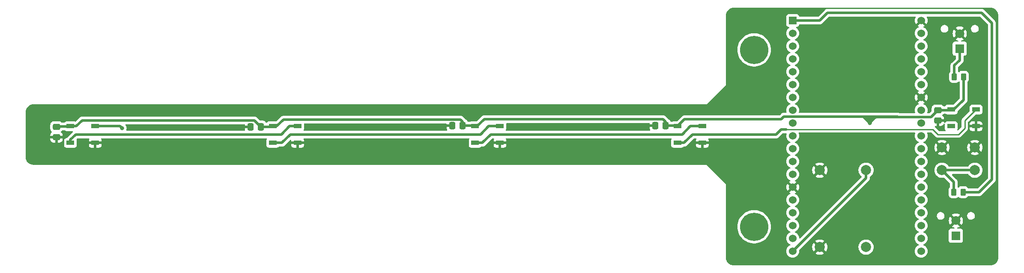
<source format=gbr>
%TF.GenerationSoftware,KiCad,Pcbnew,(7.0.0)*%
%TF.CreationDate,2023-08-21T10:27:13+05:30*%
%TF.ProjectId,X1A51B8-v1,58314135-3142-4382-9d76-312e6b696361,rev?*%
%TF.SameCoordinates,Original*%
%TF.FileFunction,Copper,L1,Top*%
%TF.FilePolarity,Positive*%
%FSLAX46Y46*%
G04 Gerber Fmt 4.6, Leading zero omitted, Abs format (unit mm)*
G04 Created by KiCad (PCBNEW (7.0.0)) date 2023-08-21 10:27:13*
%MOMM*%
%LPD*%
G01*
G04 APERTURE LIST*
G04 Aperture macros list*
%AMRoundRect*
0 Rectangle with rounded corners*
0 $1 Rounding radius*
0 $2 $3 $4 $5 $6 $7 $8 $9 X,Y pos of 4 corners*
0 Add a 4 corners polygon primitive as box body*
4,1,4,$2,$3,$4,$5,$6,$7,$8,$9,$2,$3,0*
0 Add four circle primitives for the rounded corners*
1,1,$1+$1,$2,$3*
1,1,$1+$1,$4,$5*
1,1,$1+$1,$6,$7*
1,1,$1+$1,$8,$9*
0 Add four rect primitives between the rounded corners*
20,1,$1+$1,$2,$3,$4,$5,0*
20,1,$1+$1,$4,$5,$6,$7,0*
20,1,$1+$1,$6,$7,$8,$9,0*
20,1,$1+$1,$8,$9,$2,$3,0*%
G04 Aperture macros list end*
%TA.AperFunction,SMDPad,CuDef*%
%ADD10RoundRect,0.250000X0.262500X0.450000X-0.262500X0.450000X-0.262500X-0.450000X0.262500X-0.450000X0*%
%TD*%
%TA.AperFunction,ComponentPad*%
%ADD11C,5.600000*%
%TD*%
%TA.AperFunction,SMDPad,CuDef*%
%ADD12R,1.500000X0.900000*%
%TD*%
%TA.AperFunction,ComponentPad*%
%ADD13R,1.530000X1.530000*%
%TD*%
%TA.AperFunction,ComponentPad*%
%ADD14C,1.530000*%
%TD*%
%TA.AperFunction,SMDPad,CuDef*%
%ADD15RoundRect,0.250000X-0.475000X0.337500X-0.475000X-0.337500X0.475000X-0.337500X0.475000X0.337500X0*%
%TD*%
%TA.AperFunction,ComponentPad*%
%ADD16C,2.000000*%
%TD*%
%TA.AperFunction,SMDPad,CuDef*%
%ADD17RoundRect,0.250000X-0.262500X-0.450000X0.262500X-0.450000X0.262500X0.450000X-0.262500X0.450000X0*%
%TD*%
%TA.AperFunction,SMDPad,CuDef*%
%ADD18RoundRect,0.250000X0.337500X0.475000X-0.337500X0.475000X-0.337500X-0.475000X0.337500X-0.475000X0*%
%TD*%
%TA.AperFunction,ComponentPad*%
%ADD19R,1.800000X1.800000*%
%TD*%
%TA.AperFunction,ComponentPad*%
%ADD20C,1.800000*%
%TD*%
%TA.AperFunction,ViaPad*%
%ADD21C,0.800000*%
%TD*%
%TA.AperFunction,Conductor*%
%ADD22C,0.500000*%
%TD*%
%TA.AperFunction,Conductor*%
%ADD23C,0.250000*%
%TD*%
G04 APERTURE END LIST*
D10*
%TO.P,R10,1*%
%TO.N,VCC*%
X261366000Y-83312000D03*
%TO.P,R10,2*%
%TO.N,Net-(J1-Pad1)*%
X259541000Y-83312000D03*
%TD*%
D11*
%TO.P,REF\u002A\u002A,1*%
%TO.N,N/C*%
X219964000Y-77978000D03*
%TD*%
D12*
%TO.P,D3,1,VDD*%
%TO.N,VCC*%
X204813999Y-93091999D03*
%TO.P,D3,2,DOUT*%
%TO.N,Net-(D3-DOUT)*%
X204813999Y-96391999D03*
%TO.P,D3,3,VSS*%
%TO.N,GND*%
X209713999Y-96391999D03*
%TO.P,D3,4,DIN*%
%TO.N,Net-(D2-DOUT)*%
X209713999Y-93091999D03*
%TD*%
D13*
%TO.P,U1,1,3V3*%
%TO.N,+3V3*%
X227583999Y-72145999D03*
D14*
%TO.P,U1,2,EN*%
%TO.N,unconnected-(U1-EN-Pad2)*%
X227584000Y-74686000D03*
%TO.P,U1,3,SENSOR_VP*%
%TO.N,unconnected-(U1-SENSOR_VP-Pad3)*%
X227584000Y-77226000D03*
%TO.P,U1,4,SENSOR_VN*%
%TO.N,unconnected-(U1-SENSOR_VN-Pad4)*%
X227584000Y-79766000D03*
%TO.P,U1,5,IO34*%
%TO.N,Net-(U1-IO34)*%
X227584000Y-82306000D03*
%TO.P,U1,6,IO35*%
%TO.N,unconnected-(U1-IO35-Pad6)*%
X227584000Y-84846000D03*
%TO.P,U1,7,IO32*%
%TO.N,unconnected-(U1-IO32-Pad7)*%
X227584000Y-87386000D03*
%TO.P,U1,8,IO33*%
%TO.N,unconnected-(U1-IO33-Pad8)*%
X227584000Y-89926000D03*
%TO.P,U1,9,IO25*%
%TO.N,unconnected-(U1-IO25-Pad9)*%
X227584000Y-92466000D03*
%TO.P,U1,10,IO26*%
%TO.N,unconnected-(U1-IO26-Pad10)*%
X227584000Y-95006000D03*
%TO.P,U1,11,IO27*%
%TO.N,unconnected-(U1-IO27-Pad11)*%
X227584000Y-97546000D03*
%TO.P,U1,12,IO14*%
%TO.N,unconnected-(U1-IO14-Pad12)*%
X227584000Y-100086000D03*
%TO.P,U1,13,IO12*%
%TO.N,unconnected-(U1-IO12-Pad13)*%
X227584000Y-102626000D03*
%TO.P,U1,14,GND1*%
%TO.N,GND*%
X227584000Y-105166000D03*
%TO.P,U1,15,IO13*%
%TO.N,unconnected-(U1-IO13-Pad15)*%
X227584000Y-107706000D03*
%TO.P,U1,16,SD2*%
%TO.N,unconnected-(U1-SD2-Pad16)*%
X227584000Y-110246000D03*
%TO.P,U1,17,SD3*%
%TO.N,unconnected-(U1-SD3-Pad17)*%
X227584000Y-112786000D03*
%TO.P,U1,18,CMD*%
%TO.N,unconnected-(U1-CMD-Pad18)*%
X227584000Y-115326000D03*
%TO.P,U1,19,EXT_5V*%
%TO.N,VCC*%
X227584000Y-117866000D03*
%TO.P,U1,20,CLK*%
%TO.N,unconnected-(U1-CLK-Pad20)*%
X252984000Y-117866000D03*
%TO.P,U1,21,SD0*%
%TO.N,unconnected-(U1-SD0-Pad21)*%
X252984000Y-115326000D03*
%TO.P,U1,22,SD1*%
%TO.N,unconnected-(U1-SD1-Pad22)*%
X252984000Y-112786000D03*
%TO.P,U1,23,IO15*%
%TO.N,unconnected-(U1-IO15-Pad23)*%
X252984000Y-110246000D03*
%TO.P,U1,24,IO2*%
%TO.N,unconnected-(U1-IO2-Pad24)*%
X252984000Y-107706000D03*
%TO.P,U1,25,IO0*%
%TO.N,unconnected-(U1-IO0-Pad25)*%
X252984000Y-105166000D03*
%TO.P,U1,26,IO4*%
%TO.N,unconnected-(U1-IO4-Pad26)*%
X252984000Y-102626000D03*
%TO.P,U1,27,IO16*%
%TO.N,DIN*%
X252984000Y-100086000D03*
%TO.P,U1,28,IO17*%
%TO.N,LED4_IN*%
X252984000Y-97546000D03*
%TO.P,U1,29,IO5*%
%TO.N,LED3_IN*%
X252984000Y-95006000D03*
%TO.P,U1,30,IO18*%
%TO.N,LED2_IN*%
X252984000Y-92466000D03*
%TO.P,U1,31,IO19*%
%TO.N,LED1_IN*%
X252984000Y-89926000D03*
%TO.P,U1,32,GND2*%
%TO.N,GND*%
X252984000Y-87386000D03*
%TO.P,U1,33,IO21*%
%TO.N,unconnected-(U1-IO21-Pad33)*%
X252984000Y-84846000D03*
%TO.P,U1,34,RXD0*%
%TO.N,unconnected-(U1-RXD0-Pad34)*%
X252984000Y-82306000D03*
%TO.P,U1,35,TXD0*%
%TO.N,unconnected-(U1-TXD0-Pad35)*%
X252984000Y-79766000D03*
%TO.P,U1,36,IO22*%
%TO.N,unconnected-(U1-IO22-Pad36)*%
X252984000Y-77226000D03*
%TO.P,U1,37,IO23*%
%TO.N,unconnected-(U1-IO23-Pad37)*%
X252984000Y-74686000D03*
%TO.P,U1,38,GND3*%
%TO.N,GND*%
X252984000Y-72146000D03*
%TD*%
D12*
%TO.P,D1,1,VDD*%
%TO.N,VCC*%
X124803999Y-93091999D03*
%TO.P,D1,2,DOUT*%
%TO.N,Net-(D1-DOUT)*%
X124803999Y-96391999D03*
%TO.P,D1,3,VSS*%
%TO.N,GND*%
X129703999Y-96391999D03*
%TO.P,D1,4,DIN*%
%TO.N,Net-(D1-DIN)*%
X129703999Y-93091999D03*
%TD*%
D15*
%TO.P,C5,1*%
%TO.N,VCC*%
X256286000Y-89894500D03*
%TO.P,C5,2*%
%TO.N,GND*%
X256286000Y-91969500D03*
%TD*%
D11*
%TO.P,REF\u002A\u002A,1*%
%TO.N,N/C*%
X219964000Y-113030000D03*
%TD*%
D16*
%TO.P,J3,1,Pin_1*%
%TO.N,GND*%
X232943400Y-117053200D03*
%TO.P,J3,2,Pin_2*%
%TO.N,V_BAT*%
X242087400Y-117053200D03*
%TO.P,J3,3,Pin_3*%
%TO.N,GND*%
X232943400Y-101813200D03*
%TO.P,J3,4,Pin_4*%
%TO.N,VCC*%
X242087400Y-101813200D03*
%TD*%
D17*
%TO.P,R14,1*%
%TO.N,Net-(U1-IO34)*%
X259437500Y-106172000D03*
%TO.P,R14,2*%
%TO.N,+3V3*%
X261262500Y-106172000D03*
%TD*%
D16*
%TO.P,SW1,1,1*%
%TO.N,GND*%
X257100000Y-97318000D03*
X263600000Y-97318000D03*
%TO.P,SW1,2,2*%
%TO.N,Net-(U1-IO34)*%
X257100000Y-101818000D03*
X263600000Y-101818000D03*
%TD*%
D18*
%TO.P,C4,1*%
%TO.N,VCC*%
X202459500Y-92964000D03*
%TO.P,C4,2*%
%TO.N,GND*%
X200384500Y-92964000D03*
%TD*%
%TO.P,C3,1*%
%TO.N,VCC*%
X162327500Y-92964000D03*
%TO.P,C3,2*%
%TO.N,GND*%
X160252500Y-92964000D03*
%TD*%
D12*
%TO.P,D2,1,VDD*%
%TO.N,VCC*%
X164813999Y-93091999D03*
%TO.P,D2,2,DOUT*%
%TO.N,Net-(D2-DOUT)*%
X164813999Y-96391999D03*
%TO.P,D2,3,VSS*%
%TO.N,GND*%
X169713999Y-96391999D03*
%TO.P,D2,4,DIN*%
%TO.N,Net-(D1-DOUT)*%
X169713999Y-93091999D03*
%TD*%
%TO.P,D4,1,VDD*%
%TO.N,VCC*%
X84803999Y-93091999D03*
%TO.P,D4,2,DOUT*%
%TO.N,Net-(D1-DIN)*%
X84803999Y-96391999D03*
%TO.P,D4,3,VSS*%
%TO.N,GND*%
X89703999Y-96391999D03*
%TO.P,D4,4,DIN*%
%TO.N,DIN*%
X89703999Y-93091999D03*
%TD*%
D19*
%TO.P,J1,1,1*%
%TO.N,Net-(J1-Pad1)*%
X260603999Y-77733999D03*
D20*
%TO.P,J1,2,2*%
%TO.N,GND*%
X260604000Y-74734000D03*
%TD*%
D18*
%TO.P,C2,1*%
%TO.N,VCC*%
X122449500Y-93218000D03*
%TO.P,C2,2*%
%TO.N,GND*%
X120374500Y-93218000D03*
%TD*%
D15*
%TO.P,C1,1*%
%TO.N,VCC*%
X82042000Y-93196500D03*
%TO.P,C1,2*%
%TO.N,GND*%
X82042000Y-95271500D03*
%TD*%
D19*
%TO.P,J2,1,1*%
%TO.N,V_BAT*%
X259841999Y-114807999D03*
D20*
%TO.P,J2,2,2*%
%TO.N,GND*%
X259842000Y-111808000D03*
%TD*%
D12*
%TO.P,D5,1,VDD*%
%TO.N,VCC*%
X258915999Y-89789999D03*
%TO.P,D5,2,DOUT*%
%TO.N,unconnected-(D5-DOUT-Pad2)*%
X258915999Y-93089999D03*
%TO.P,D5,3,VSS*%
%TO.N,GND*%
X263815999Y-93089999D03*
%TO.P,D5,4,DIN*%
%TO.N,Net-(D3-DOUT)*%
X263815999Y-89789999D03*
%TD*%
D21*
%TO.N,VCC*%
X242824000Y-92456000D03*
%TO.N,GND*%
X76962000Y-97282000D03*
X183642000Y-93218000D03*
X137414000Y-93218000D03*
X131826000Y-93218000D03*
X197358000Y-97536000D03*
X194564000Y-97536000D03*
X134112000Y-97790000D03*
X99568000Y-93472000D03*
X113538000Y-93472000D03*
X172466000Y-93218000D03*
X116332000Y-93472000D03*
X192278000Y-93218000D03*
X143002000Y-93218000D03*
X139700000Y-97790000D03*
X145796000Y-93218000D03*
X76962000Y-94488000D03*
X259334000Y-91440000D03*
X151384000Y-93218000D03*
X110744000Y-93472000D03*
X189484000Y-93218000D03*
X178054000Y-93218000D03*
X195072000Y-93218000D03*
X180848000Y-93218000D03*
X186436000Y-93218000D03*
X136906000Y-97790000D03*
X154178000Y-93218000D03*
X200152000Y-97536000D03*
X107950000Y-93472000D03*
X102362000Y-93472000D03*
X76962000Y-91694000D03*
X260350000Y-91440000D03*
X134620000Y-93218000D03*
X258318000Y-91440000D03*
X175260000Y-93218000D03*
X105156000Y-93472000D03*
X148590000Y-93218000D03*
X140208000Y-93218000D03*
%TO.N,DIN*%
X94996000Y-93472000D03*
%TD*%
D22*
%TO.N,VCC*%
X244348000Y-91251000D02*
X244029000Y-91251000D01*
X242824000Y-91186000D02*
X243459000Y-91821000D01*
X246126000Y-91251000D02*
X254929500Y-91251000D01*
X243459000Y-91821000D02*
X243205000Y-92075000D01*
X242824000Y-91948000D02*
X242824000Y-91694000D01*
X162327500Y-92223500D02*
X162327500Y-92964000D01*
X204686000Y-92964000D02*
X204814000Y-93092000D01*
X261366000Y-87884000D02*
X259460000Y-89790000D01*
X244029000Y-91251000D02*
X243459000Y-91821000D01*
X261366000Y-83312000D02*
X261366000Y-87884000D01*
X201930000Y-91694000D02*
X202459500Y-92223500D01*
X241554000Y-91186000D02*
X242824000Y-92456000D01*
X124804000Y-93092000D02*
X125602000Y-93092000D01*
X121179500Y-91948000D02*
X122449500Y-93218000D01*
X204814000Y-93092000D02*
X206212000Y-91694000D01*
X242443000Y-91567000D02*
X242316000Y-91694000D01*
X242087400Y-103362600D02*
X242087400Y-101813200D01*
X241554000Y-91186000D02*
X242570000Y-91186000D01*
X124678000Y-93218000D02*
X124804000Y-93092000D01*
X242824000Y-91694000D02*
X243205000Y-92075000D01*
X239776000Y-91186000D02*
X248347000Y-91186000D01*
X243267000Y-91251000D02*
X242824000Y-91694000D01*
X244348000Y-91251000D02*
X243267000Y-91251000D01*
X242824000Y-91440000D02*
X242570000Y-91186000D01*
X258811500Y-89894500D02*
X258916000Y-89790000D01*
X225806000Y-91186000D02*
X239776000Y-91186000D01*
X254929500Y-91251000D02*
X248412000Y-91251000D01*
X227584000Y-117866000D02*
X242087400Y-103362600D01*
X202459500Y-92964000D02*
X204686000Y-92964000D01*
X82042000Y-93171000D02*
X84725000Y-93171000D01*
X248412000Y-91251000D02*
X246126000Y-91251000D01*
X85978000Y-93092000D02*
X87122000Y-91948000D01*
X162327500Y-92964000D02*
X164686000Y-92964000D01*
X239776000Y-91186000D02*
X241554000Y-91186000D01*
X246126000Y-91251000D02*
X244348000Y-91251000D01*
X242824000Y-91694000D02*
X242824000Y-91440000D01*
X242316000Y-91694000D02*
X242316000Y-91440000D01*
X242570000Y-91186000D02*
X242824000Y-91186000D01*
X84804000Y-93092000D02*
X85978000Y-93092000D01*
X164686000Y-92964000D02*
X164814000Y-93092000D01*
X165226000Y-93092000D02*
X166624000Y-91694000D01*
X206212000Y-91694000D02*
X225298000Y-91694000D01*
X243205000Y-92075000D02*
X242824000Y-92456000D01*
X202459500Y-92223500D02*
X202459500Y-92964000D01*
X125602000Y-93092000D02*
X126905000Y-91789000D01*
X161893000Y-91789000D02*
X162327500Y-92223500D01*
X242443000Y-91567000D02*
X242824000Y-91948000D01*
X256286000Y-89894500D02*
X258811500Y-89894500D01*
X225298000Y-91694000D02*
X225806000Y-91186000D01*
X166624000Y-91694000D02*
X201930000Y-91694000D01*
X248347000Y-91186000D02*
X248412000Y-91251000D01*
X259460000Y-89790000D02*
X258916000Y-89790000D01*
X242824000Y-92456000D02*
X242824000Y-91948000D01*
X246126000Y-91251000D02*
X243267000Y-91251000D01*
X256286000Y-89894500D02*
X254929500Y-91251000D01*
X164814000Y-93092000D02*
X165226000Y-93092000D01*
X87122000Y-91948000D02*
X121179500Y-91948000D01*
X122449500Y-93218000D02*
X124678000Y-93218000D01*
X84725000Y-93171000D02*
X84804000Y-93092000D01*
X126905000Y-91789000D02*
X161893000Y-91789000D01*
%TO.N,GND*%
X154432000Y-92964000D02*
X154178000Y-93218000D01*
X116586000Y-93218000D02*
X116332000Y-93472000D01*
X120374500Y-93218000D02*
X116586000Y-93218000D01*
X160252500Y-92964000D02*
X154432000Y-92964000D01*
%TO.N,DIN*%
X89704000Y-93092000D02*
X94616000Y-93092000D01*
X94616000Y-93092000D02*
X94996000Y-93472000D01*
%TO.N,Net-(J1-Pad1)*%
X259541000Y-81073000D02*
X260604000Y-80010000D01*
X260604000Y-80010000D02*
X260604000Y-77734000D01*
X259541000Y-83312000D02*
X259541000Y-81073000D01*
%TO.N,+3V3*%
X234442000Y-70612000D02*
X232908000Y-72146000D01*
X266954000Y-72644000D02*
X264922000Y-70612000D01*
X261262500Y-106172000D02*
X264414000Y-106172000D01*
X264414000Y-106172000D02*
X266954000Y-103632000D01*
X266954000Y-103632000D02*
X266954000Y-72644000D01*
X232908000Y-72146000D02*
X227584000Y-72146000D01*
X264922000Y-70612000D02*
X234442000Y-70612000D01*
%TO.N,Net-(U1-IO34)*%
X259437500Y-104155500D02*
X257100000Y-101818000D01*
X257100000Y-101818000D02*
X263600000Y-101818000D01*
X259437500Y-106172000D02*
X259437500Y-104155500D01*
%TO.N,Net-(D1-DOUT)*%
X165862000Y-94742000D02*
X167512000Y-93092000D01*
X128270000Y-94742000D02*
X165862000Y-94742000D01*
X124804000Y-96392000D02*
X126620000Y-96392000D01*
X126620000Y-96392000D02*
X128270000Y-94742000D01*
X167512000Y-93092000D02*
X169714000Y-93092000D01*
%TO.N,Net-(D1-DIN)*%
X85852000Y-94742000D02*
X126492000Y-94742000D01*
X84804000Y-96392000D02*
X84804000Y-95790000D01*
X126492000Y-94742000D02*
X128142000Y-93092000D01*
X84804000Y-95790000D02*
X85852000Y-94742000D01*
X128142000Y-93092000D02*
X129704000Y-93092000D01*
%TO.N,Net-(D2-DOUT)*%
X207390000Y-93092000D02*
X205740000Y-94742000D01*
X167894000Y-94742000D02*
X166244000Y-96392000D01*
X205740000Y-94742000D02*
X167894000Y-94742000D01*
X166244000Y-96392000D02*
X164814000Y-96392000D01*
X209714000Y-93092000D02*
X207390000Y-93092000D01*
%TO.N,Net-(D3-DOUT)*%
X224282000Y-94742000D02*
X225298000Y-93726000D01*
D23*
X263816000Y-89790000D02*
X261620000Y-91986000D01*
X255270000Y-93726000D02*
X226314000Y-93726000D01*
D22*
X225298000Y-93726000D02*
X226314000Y-93726000D01*
D23*
X261620000Y-93472000D02*
X260350000Y-94742000D01*
X256286000Y-94742000D02*
X255270000Y-93726000D01*
X261620000Y-91986000D02*
X261620000Y-93472000D01*
D22*
X206122000Y-96392000D02*
X207772000Y-94742000D01*
D23*
X260350000Y-94742000D02*
X256286000Y-94742000D01*
D22*
X207772000Y-94742000D02*
X224282000Y-94742000D01*
X204814000Y-96392000D02*
X206122000Y-96392000D01*
%TD*%
%TA.AperFunction,Conductor*%
%TO.N,GND*%
G36*
X199235000Y-92461113D02*
G01*
X199280387Y-92506500D01*
X199297000Y-92568500D01*
X199297000Y-92697674D01*
X199300450Y-92710549D01*
X199313326Y-92714000D01*
X200510500Y-92714000D01*
X200572500Y-92730613D01*
X200617887Y-92776000D01*
X200634500Y-92838000D01*
X200634500Y-93090000D01*
X200617887Y-93152000D01*
X200572500Y-93197387D01*
X200510500Y-93214000D01*
X199313327Y-93214000D01*
X199300451Y-93217450D01*
X199297001Y-93230326D01*
X199297001Y-93485829D01*
X199297321Y-93492111D01*
X199306805Y-93584959D01*
X199309623Y-93598122D01*
X199360370Y-93751267D01*
X199366435Y-93764273D01*
X199389954Y-93802403D01*
X199408386Y-93864795D01*
X199392694Y-93927932D01*
X199347195Y-93974433D01*
X199284416Y-93991500D01*
X171000432Y-93991500D01*
X170935265Y-93972995D01*
X170889548Y-93923005D01*
X170876926Y-93856448D01*
X170898747Y-93799498D01*
X170898230Y-93799216D01*
X170900328Y-93795372D01*
X170901165Y-93793190D01*
X170902478Y-93791435D01*
X170902479Y-93791433D01*
X170907796Y-93784331D01*
X170958091Y-93649483D01*
X170964500Y-93589873D01*
X170964499Y-92594128D01*
X170964145Y-92590832D01*
X170963169Y-92581751D01*
X170974924Y-92514316D01*
X171020667Y-92463393D01*
X171086459Y-92444500D01*
X199173000Y-92444500D01*
X199235000Y-92461113D01*
G37*
%TD.AperFunction*%
%TA.AperFunction,Conductor*%
G36*
X159103000Y-92556113D02*
G01*
X159148387Y-92601500D01*
X159165000Y-92663500D01*
X159165000Y-92697674D01*
X159168450Y-92710549D01*
X159181326Y-92714000D01*
X160378500Y-92714000D01*
X160440500Y-92730613D01*
X160485887Y-92776000D01*
X160502500Y-92838000D01*
X160502500Y-93090000D01*
X160485887Y-93152000D01*
X160440500Y-93197387D01*
X160378500Y-93214000D01*
X159181327Y-93214000D01*
X159168451Y-93217450D01*
X159165001Y-93230326D01*
X159165001Y-93485829D01*
X159165321Y-93492111D01*
X159174805Y-93584959D01*
X159177623Y-93598122D01*
X159228370Y-93751267D01*
X159234435Y-93764273D01*
X159257954Y-93802403D01*
X159276386Y-93864795D01*
X159260694Y-93927932D01*
X159215195Y-93974433D01*
X159152416Y-93991500D01*
X130990432Y-93991500D01*
X130925265Y-93972995D01*
X130879548Y-93923005D01*
X130866926Y-93856448D01*
X130888747Y-93799498D01*
X130888230Y-93799216D01*
X130890328Y-93795372D01*
X130891165Y-93793190D01*
X130892478Y-93791435D01*
X130892479Y-93791433D01*
X130897796Y-93784331D01*
X130948091Y-93649483D01*
X130954500Y-93589873D01*
X130954499Y-92663499D01*
X130971112Y-92601500D01*
X131016499Y-92556113D01*
X131078499Y-92539500D01*
X159041000Y-92539500D01*
X159103000Y-92556113D01*
G37*
%TD.AperFunction*%
%TA.AperFunction,Conductor*%
G36*
X119225000Y-92715113D02*
G01*
X119270387Y-92760500D01*
X119287000Y-92822500D01*
X119287000Y-92951674D01*
X119290450Y-92964549D01*
X119303326Y-92968000D01*
X120500500Y-92968000D01*
X120562500Y-92984613D01*
X120607887Y-93030000D01*
X120624500Y-93092000D01*
X120624500Y-93344000D01*
X120607887Y-93406000D01*
X120562500Y-93451387D01*
X120500500Y-93468000D01*
X119303327Y-93468000D01*
X119290451Y-93471450D01*
X119287001Y-93484326D01*
X119287001Y-93739829D01*
X119287321Y-93746111D01*
X119296805Y-93838960D01*
X119297359Y-93841544D01*
X119297328Y-93844080D01*
X119297494Y-93845696D01*
X119297309Y-93845714D01*
X119296711Y-93896317D01*
X119272528Y-93945466D01*
X119229530Y-93979401D01*
X119176106Y-93991500D01*
X95944717Y-93991500D01*
X95888422Y-93977985D01*
X95844399Y-93940385D01*
X95822244Y-93886898D01*
X95826786Y-93829182D01*
X95835487Y-93802403D01*
X95881674Y-93660256D01*
X95901460Y-93472000D01*
X95887449Y-93338695D01*
X95882353Y-93290204D01*
X95882352Y-93290203D01*
X95881674Y-93283744D01*
X95823179Y-93103716D01*
X95728533Y-92939784D01*
X95697636Y-92905469D01*
X95670356Y-92855847D01*
X95667984Y-92799265D01*
X95691018Y-92747530D01*
X95734653Y-92711432D01*
X95789788Y-92698500D01*
X119163000Y-92698500D01*
X119225000Y-92715113D01*
G37*
%TD.AperFunction*%
%TA.AperFunction,Conductor*%
G36*
X266704418Y-69596816D02*
G01*
X266769218Y-69601450D01*
X266769981Y-69601507D01*
X266916038Y-69613002D01*
X266932662Y-69615454D01*
X266955098Y-69620334D01*
X267023207Y-69635150D01*
X267025671Y-69635713D01*
X267139661Y-69663080D01*
X267154046Y-69667472D01*
X267191978Y-69681619D01*
X267246108Y-69701809D01*
X267250192Y-69703416D01*
X267298120Y-69723268D01*
X267353239Y-69746100D01*
X267365211Y-69751828D01*
X267408160Y-69775279D01*
X267453364Y-69799962D01*
X267458681Y-69803040D01*
X267552006Y-69860230D01*
X267561492Y-69866666D01*
X267642673Y-69927438D01*
X267648850Y-69932380D01*
X267704502Y-69979911D01*
X267731454Y-70002930D01*
X267738603Y-70009539D01*
X267810459Y-70081395D01*
X267817068Y-70088544D01*
X267887607Y-70171134D01*
X267892567Y-70177334D01*
X267953326Y-70258498D01*
X267959776Y-70268004D01*
X268016943Y-70361292D01*
X268020049Y-70366657D01*
X268068170Y-70454787D01*
X268073898Y-70466759D01*
X268116575Y-70569789D01*
X268118196Y-70573909D01*
X268152526Y-70665952D01*
X268156918Y-70680337D01*
X268184266Y-70794246D01*
X268184858Y-70796837D01*
X268204544Y-70887336D01*
X268206996Y-70903964D01*
X268218486Y-71049953D01*
X268218552Y-71050834D01*
X268223184Y-71115583D01*
X268223500Y-71124431D01*
X268223500Y-119121569D01*
X268223184Y-119130417D01*
X268218552Y-119195164D01*
X268218486Y-119196045D01*
X268206996Y-119342034D01*
X268204544Y-119358662D01*
X268184858Y-119449161D01*
X268184266Y-119451752D01*
X268156918Y-119565661D01*
X268152526Y-119580046D01*
X268118196Y-119672089D01*
X268116575Y-119676209D01*
X268073898Y-119779239D01*
X268068170Y-119791211D01*
X268020049Y-119879341D01*
X268016943Y-119884706D01*
X267959776Y-119977994D01*
X267953316Y-119987515D01*
X267892584Y-120068643D01*
X267887607Y-120074864D01*
X267817068Y-120157454D01*
X267810459Y-120164603D01*
X267738603Y-120236459D01*
X267731454Y-120243068D01*
X267648864Y-120313607D01*
X267642643Y-120318584D01*
X267561515Y-120379316D01*
X267551994Y-120385776D01*
X267458706Y-120442943D01*
X267453341Y-120446049D01*
X267365211Y-120494170D01*
X267353239Y-120499898D01*
X267250209Y-120542575D01*
X267246089Y-120544196D01*
X267154046Y-120578526D01*
X267139661Y-120582918D01*
X267025752Y-120610266D01*
X267023161Y-120610858D01*
X266932662Y-120630544D01*
X266916034Y-120632996D01*
X266770045Y-120644486D01*
X266769164Y-120644552D01*
X266704417Y-120649184D01*
X266695569Y-120649500D01*
X215904431Y-120649500D01*
X215895583Y-120649184D01*
X215830834Y-120644552D01*
X215829953Y-120644486D01*
X215683964Y-120632996D01*
X215667336Y-120630544D01*
X215576837Y-120610858D01*
X215574246Y-120610266D01*
X215460337Y-120582918D01*
X215445952Y-120578526D01*
X215353909Y-120544196D01*
X215349789Y-120542575D01*
X215246759Y-120499898D01*
X215234787Y-120494170D01*
X215146657Y-120446049D01*
X215141292Y-120442943D01*
X215048004Y-120385776D01*
X215038498Y-120379326D01*
X214957334Y-120318567D01*
X214951134Y-120313607D01*
X214868544Y-120243068D01*
X214861395Y-120236459D01*
X214789539Y-120164603D01*
X214782930Y-120157454D01*
X214712380Y-120074850D01*
X214707438Y-120068673D01*
X214646666Y-119987492D01*
X214640230Y-119978006D01*
X214583040Y-119884681D01*
X214579962Y-119879364D01*
X214555279Y-119834160D01*
X214531828Y-119791211D01*
X214526100Y-119779239D01*
X214483423Y-119676209D01*
X214481802Y-119672089D01*
X214477337Y-119660119D01*
X214447472Y-119580046D01*
X214443080Y-119565661D01*
X214415713Y-119451671D01*
X214415140Y-119449161D01*
X214395454Y-119358662D01*
X214393002Y-119342034D01*
X214381512Y-119196045D01*
X214381507Y-119195981D01*
X214381445Y-119195143D01*
X214376816Y-119130418D01*
X214376500Y-119121572D01*
X214376500Y-117866000D01*
X226313666Y-117866000D01*
X226314138Y-117871395D01*
X226332492Y-118081192D01*
X226332493Y-118081199D01*
X226332965Y-118086591D01*
X226334364Y-118091812D01*
X226334366Y-118091823D01*
X226388877Y-118295258D01*
X226388879Y-118295265D01*
X226390277Y-118300480D01*
X226392561Y-118305380D01*
X226392563Y-118305383D01*
X226450266Y-118429129D01*
X226483858Y-118501167D01*
X226486965Y-118505604D01*
X226607762Y-118678120D01*
X226607765Y-118678124D01*
X226610868Y-118682555D01*
X226767445Y-118839132D01*
X226948833Y-118966142D01*
X227149520Y-119059723D01*
X227154740Y-119061121D01*
X227154741Y-119061122D01*
X227358176Y-119115633D01*
X227358178Y-119115633D01*
X227363409Y-119117035D01*
X227584000Y-119136334D01*
X227804591Y-119117035D01*
X228018480Y-119059723D01*
X228219167Y-118966142D01*
X228400555Y-118839132D01*
X228557132Y-118682555D01*
X228684142Y-118501167D01*
X228777723Y-118300480D01*
X228784162Y-118276448D01*
X232079149Y-118276448D01*
X232087255Y-118287639D01*
X232116117Y-118310103D01*
X232124679Y-118315696D01*
X232334285Y-118429129D01*
X232343639Y-118433232D01*
X232569056Y-118510617D01*
X232578968Y-118513128D01*
X232814043Y-118552355D01*
X232824239Y-118553200D01*
X233062561Y-118553200D01*
X233072756Y-118552355D01*
X233307831Y-118513128D01*
X233317743Y-118510617D01*
X233543160Y-118433232D01*
X233552514Y-118429129D01*
X233762123Y-118315695D01*
X233770681Y-118310103D01*
X233799546Y-118287637D01*
X233807650Y-118276450D01*
X233800989Y-118264342D01*
X232954942Y-117418295D01*
X232943400Y-117411631D01*
X232931857Y-117418295D01*
X232085808Y-118264343D01*
X232079149Y-118276448D01*
X228784162Y-118276448D01*
X228835035Y-118086591D01*
X228854334Y-117866000D01*
X228842561Y-117731443D01*
X228849567Y-117678229D01*
X228878406Y-117632960D01*
X229453049Y-117058317D01*
X231438683Y-117058317D01*
X231458362Y-117295818D01*
X231460046Y-117305912D01*
X231518553Y-117536947D01*
X231521872Y-117546614D01*
X231617608Y-117764873D01*
X231622470Y-117773856D01*
X231712399Y-117911504D01*
X231720363Y-117919224D01*
X231729745Y-117913300D01*
X232578304Y-117064742D01*
X232584968Y-117053200D01*
X233301831Y-117053200D01*
X233308495Y-117064742D01*
X234157053Y-117913300D01*
X234166434Y-117919224D01*
X234174402Y-117911499D01*
X234264324Y-117773864D01*
X234269192Y-117764869D01*
X234364927Y-117546614D01*
X234368246Y-117536947D01*
X234426753Y-117305912D01*
X234428437Y-117295818D01*
X234448117Y-117058317D01*
X234448117Y-117053200D01*
X240581757Y-117053200D01*
X240582181Y-117058317D01*
X240601867Y-117295901D01*
X240601868Y-117295909D01*
X240602292Y-117301021D01*
X240603549Y-117305988D01*
X240603551Y-117305995D01*
X240630302Y-117411631D01*
X240663337Y-117542081D01*
X240665397Y-117546777D01*
X240761166Y-117765110D01*
X240761169Y-117765116D01*
X240763227Y-117769807D01*
X240766027Y-117774093D01*
X240766031Y-117774100D01*
X240894075Y-117970085D01*
X240899236Y-117977985D01*
X240902710Y-117981759D01*
X240902711Y-117981760D01*
X241064184Y-118157167D01*
X241064187Y-118157170D01*
X241067656Y-118160938D01*
X241263891Y-118313674D01*
X241482590Y-118432028D01*
X241717786Y-118512771D01*
X241963065Y-118553700D01*
X242206601Y-118553700D01*
X242211735Y-118553700D01*
X242457014Y-118512771D01*
X242692210Y-118432028D01*
X242910909Y-118313674D01*
X243107144Y-118160938D01*
X243275564Y-117977985D01*
X243411573Y-117769807D01*
X243511463Y-117542081D01*
X243572508Y-117301021D01*
X243593043Y-117053200D01*
X243572508Y-116805379D01*
X243511463Y-116564319D01*
X243411573Y-116336593D01*
X243407592Y-116330500D01*
X243292864Y-116154895D01*
X243275564Y-116128415D01*
X243125686Y-115965604D01*
X243110615Y-115949232D01*
X243110611Y-115949229D01*
X243107144Y-115945462D01*
X242949488Y-115822753D01*
X242914959Y-115795878D01*
X242914957Y-115795876D01*
X242910909Y-115792726D01*
X242864353Y-115767531D01*
X242696716Y-115676810D01*
X242696710Y-115676807D01*
X242692210Y-115674372D01*
X242687369Y-115672710D01*
X242687362Y-115672707D01*
X242461865Y-115595294D01*
X242461861Y-115595293D01*
X242457014Y-115593629D01*
X242448168Y-115592152D01*
X242216798Y-115553544D01*
X242216787Y-115553543D01*
X242211735Y-115552700D01*
X241963065Y-115552700D01*
X241958013Y-115553543D01*
X241958001Y-115553544D01*
X241722843Y-115592785D01*
X241722841Y-115592785D01*
X241717786Y-115593629D01*
X241712941Y-115595292D01*
X241712934Y-115595294D01*
X241487437Y-115672707D01*
X241487426Y-115672711D01*
X241482590Y-115674372D01*
X241478093Y-115676805D01*
X241478083Y-115676810D01*
X241268402Y-115790284D01*
X241268395Y-115790288D01*
X241263891Y-115792726D01*
X241259848Y-115795872D01*
X241259840Y-115795878D01*
X241071704Y-115942311D01*
X241067656Y-115945462D01*
X241064193Y-115949223D01*
X241064184Y-115949232D01*
X240902711Y-116124639D01*
X240902705Y-116124646D01*
X240899236Y-116128415D01*
X240896431Y-116132706D01*
X240896428Y-116132712D01*
X240766031Y-116332299D01*
X240766024Y-116332311D01*
X240763227Y-116336593D01*
X240761172Y-116341277D01*
X240761166Y-116341289D01*
X240665397Y-116559622D01*
X240663337Y-116564319D01*
X240662079Y-116569284D01*
X240662078Y-116569289D01*
X240603551Y-116800404D01*
X240603549Y-116800413D01*
X240602292Y-116805379D01*
X240601868Y-116810488D01*
X240601867Y-116810498D01*
X240582713Y-117041657D01*
X240581757Y-117053200D01*
X234448117Y-117053200D01*
X234448117Y-117048083D01*
X234428437Y-116810581D01*
X234426753Y-116800487D01*
X234368246Y-116569452D01*
X234364927Y-116559785D01*
X234269192Y-116341530D01*
X234264324Y-116332535D01*
X234174402Y-116194899D01*
X234166434Y-116187174D01*
X234157053Y-116193098D01*
X233308495Y-117041657D01*
X233301831Y-117053200D01*
X232584968Y-117053200D01*
X232578304Y-117041657D01*
X231729745Y-116193098D01*
X231720364Y-116187174D01*
X231712397Y-116194899D01*
X231622472Y-116332538D01*
X231617607Y-116341528D01*
X231521872Y-116559785D01*
X231518553Y-116569452D01*
X231460046Y-116800487D01*
X231458362Y-116810581D01*
X231438683Y-117048083D01*
X231438683Y-117058317D01*
X229453049Y-117058317D01*
X230681417Y-115829949D01*
X232079148Y-115829949D01*
X232085808Y-115842055D01*
X232931857Y-116688104D01*
X232943400Y-116694768D01*
X232954942Y-116688104D01*
X233800990Y-115842055D01*
X233807650Y-115829949D01*
X233799543Y-115818759D01*
X233770686Y-115796299D01*
X233762119Y-115790703D01*
X233552514Y-115677270D01*
X233543160Y-115673167D01*
X233317743Y-115595782D01*
X233307831Y-115593271D01*
X233072756Y-115554044D01*
X233062561Y-115553200D01*
X232824239Y-115553200D01*
X232814043Y-115554044D01*
X232578968Y-115593271D01*
X232569056Y-115595782D01*
X232343639Y-115673167D01*
X232334285Y-115677270D01*
X232124676Y-115790704D01*
X232116117Y-115796296D01*
X232087254Y-115818760D01*
X232079148Y-115829949D01*
X230681417Y-115829949D01*
X242573042Y-103938324D01*
X242586666Y-103926550D01*
X242605930Y-103912210D01*
X242637766Y-103874267D01*
X242645080Y-103866288D01*
X242645664Y-103865703D01*
X242648991Y-103862377D01*
X242668233Y-103838039D01*
X242670490Y-103835270D01*
X242714054Y-103783353D01*
X242714053Y-103783353D01*
X242718702Y-103777814D01*
X242721948Y-103771348D01*
X242723836Y-103768479D01*
X242724045Y-103768189D01*
X242724219Y-103767878D01*
X242726024Y-103764950D01*
X242730511Y-103759277D01*
X242762234Y-103691245D01*
X242763749Y-103688114D01*
X242797440Y-103621033D01*
X242799108Y-103613991D01*
X242800278Y-103610778D01*
X242800422Y-103610430D01*
X242800518Y-103610092D01*
X242801599Y-103606827D01*
X242804657Y-103600273D01*
X242819850Y-103526688D01*
X242820586Y-103523371D01*
X242837900Y-103450321D01*
X242837900Y-103443089D01*
X242838300Y-103439667D01*
X242838357Y-103439314D01*
X242838372Y-103438974D01*
X242838673Y-103435531D01*
X242840134Y-103428456D01*
X242837952Y-103353470D01*
X242837900Y-103349863D01*
X242837900Y-103187072D01*
X242855377Y-103123598D01*
X242902879Y-103078019D01*
X242910909Y-103073674D01*
X243107144Y-102920938D01*
X243275564Y-102737985D01*
X243411573Y-102529807D01*
X243511463Y-102302081D01*
X243572508Y-102061021D01*
X243593043Y-101813200D01*
X243572508Y-101565379D01*
X243511463Y-101324319D01*
X243413738Y-101101528D01*
X243413633Y-101101289D01*
X243413632Y-101101287D01*
X243411573Y-101096593D01*
X243275564Y-100888415D01*
X243148422Y-100750302D01*
X243110615Y-100709232D01*
X243110611Y-100709229D01*
X243107144Y-100705462D01*
X242953878Y-100586170D01*
X242914959Y-100555878D01*
X242914957Y-100555876D01*
X242910909Y-100552726D01*
X242906397Y-100550284D01*
X242696716Y-100436810D01*
X242696710Y-100436807D01*
X242692210Y-100434372D01*
X242687369Y-100432710D01*
X242687362Y-100432707D01*
X242461865Y-100355294D01*
X242461861Y-100355293D01*
X242457014Y-100353629D01*
X242448168Y-100352152D01*
X242216798Y-100313544D01*
X242216787Y-100313543D01*
X242211735Y-100312700D01*
X241963065Y-100312700D01*
X241958013Y-100313543D01*
X241958001Y-100313544D01*
X241722843Y-100352785D01*
X241722841Y-100352785D01*
X241717786Y-100353629D01*
X241712941Y-100355292D01*
X241712934Y-100355294D01*
X241487437Y-100432707D01*
X241487426Y-100432711D01*
X241482590Y-100434372D01*
X241478093Y-100436805D01*
X241478083Y-100436810D01*
X241268402Y-100550284D01*
X241268395Y-100550288D01*
X241263891Y-100552726D01*
X241259848Y-100555872D01*
X241259840Y-100555878D01*
X241071762Y-100702266D01*
X241067656Y-100705462D01*
X241064193Y-100709223D01*
X241064184Y-100709232D01*
X240902711Y-100884639D01*
X240902705Y-100884646D01*
X240899236Y-100888415D01*
X240896431Y-100892706D01*
X240896428Y-100892712D01*
X240766031Y-101092299D01*
X240766024Y-101092311D01*
X240763227Y-101096593D01*
X240761172Y-101101277D01*
X240761166Y-101101289D01*
X240665397Y-101319622D01*
X240663337Y-101324319D01*
X240662079Y-101329284D01*
X240662078Y-101329289D01*
X240603551Y-101560404D01*
X240603549Y-101560413D01*
X240602292Y-101565379D01*
X240601868Y-101570488D01*
X240601867Y-101570498D01*
X240582713Y-101801657D01*
X240581757Y-101813200D01*
X240582181Y-101818317D01*
X240601867Y-102055901D01*
X240601868Y-102055909D01*
X240602292Y-102061021D01*
X240603549Y-102065988D01*
X240603551Y-102065995D01*
X240604767Y-102070795D01*
X240663337Y-102302081D01*
X240667502Y-102311577D01*
X240761166Y-102525110D01*
X240761169Y-102525116D01*
X240763227Y-102529807D01*
X240766027Y-102534093D01*
X240766031Y-102534100D01*
X240894075Y-102730085D01*
X240899236Y-102737985D01*
X240902710Y-102741759D01*
X240902711Y-102741760D01*
X241064184Y-102917167D01*
X241064187Y-102917170D01*
X241067656Y-102920938D01*
X241181799Y-103009779D01*
X241222352Y-103065757D01*
X241226635Y-103134749D01*
X241193317Y-103195313D01*
X229059124Y-115329506D01*
X228998281Y-115362886D01*
X228929032Y-115358347D01*
X228873067Y-115317311D01*
X228847915Y-115252632D01*
X228835507Y-115110807D01*
X228835035Y-115105409D01*
X228777723Y-114891520D01*
X228684142Y-114690833D01*
X228557132Y-114509445D01*
X228400555Y-114352868D01*
X228396124Y-114349765D01*
X228396120Y-114349762D01*
X228223604Y-114228965D01*
X228223605Y-114228965D01*
X228219167Y-114225858D01*
X228210470Y-114221802D01*
X228095907Y-114168381D01*
X228043731Y-114122624D01*
X228024312Y-114055998D01*
X228043732Y-113989373D01*
X228095905Y-113943619D01*
X228219167Y-113886142D01*
X228400555Y-113759132D01*
X228557132Y-113602555D01*
X228684142Y-113421167D01*
X228777723Y-113220480D01*
X228835035Y-113006591D01*
X228854334Y-112786000D01*
X228835035Y-112565409D01*
X228812391Y-112480903D01*
X228779122Y-112356741D01*
X228779121Y-112356740D01*
X228777723Y-112351520D01*
X228684142Y-112150833D01*
X228563016Y-111977848D01*
X228560237Y-111973879D01*
X228560235Y-111973877D01*
X228557132Y-111969445D01*
X228400555Y-111812868D01*
X228396124Y-111809765D01*
X228396120Y-111809762D01*
X228223604Y-111688965D01*
X228223605Y-111688965D01*
X228219167Y-111685858D01*
X228095907Y-111628381D01*
X228043732Y-111582625D01*
X228024312Y-111516000D01*
X228043732Y-111449375D01*
X228095908Y-111403618D01*
X228219167Y-111346142D01*
X228400555Y-111219132D01*
X228557132Y-111062555D01*
X228684142Y-110881167D01*
X228777723Y-110680480D01*
X228835035Y-110466591D01*
X228854334Y-110246000D01*
X228835035Y-110025409D01*
X228817062Y-109958335D01*
X228779122Y-109816741D01*
X228779121Y-109816740D01*
X228777723Y-109811520D01*
X228684142Y-109610833D01*
X228557132Y-109429445D01*
X228400555Y-109272868D01*
X228396124Y-109269765D01*
X228396120Y-109269762D01*
X228223604Y-109148965D01*
X228223605Y-109148965D01*
X228219167Y-109145858D01*
X228210470Y-109141802D01*
X228095907Y-109088381D01*
X228043731Y-109042624D01*
X228024312Y-108975998D01*
X228043732Y-108909373D01*
X228095905Y-108863619D01*
X228219167Y-108806142D01*
X228400555Y-108679132D01*
X228557132Y-108522555D01*
X228684142Y-108341167D01*
X228777723Y-108140480D01*
X228835035Y-107926591D01*
X228854334Y-107706000D01*
X228835035Y-107485409D01*
X228777723Y-107271520D01*
X228684142Y-107070833D01*
X228580608Y-106922972D01*
X228560237Y-106893879D01*
X228560235Y-106893877D01*
X228557132Y-106889445D01*
X228400555Y-106732868D01*
X228396124Y-106729765D01*
X228396120Y-106729762D01*
X228223604Y-106608965D01*
X228223605Y-106608965D01*
X228219167Y-106605858D01*
X228095315Y-106548105D01*
X228043140Y-106502349D01*
X228023721Y-106435724D01*
X228043141Y-106369099D01*
X228095317Y-106323342D01*
X228214009Y-106267995D01*
X228223345Y-106262605D01*
X228273220Y-106227682D01*
X228280651Y-106219573D01*
X228274737Y-106210290D01*
X227595542Y-105531095D01*
X227584000Y-105524431D01*
X227572457Y-105531095D01*
X226893258Y-106210293D01*
X226887347Y-106219572D01*
X226894780Y-106227683D01*
X226944644Y-106262598D01*
X226953994Y-106267996D01*
X227072683Y-106323342D01*
X227124858Y-106369099D01*
X227144278Y-106435724D01*
X227124859Y-106502349D01*
X227072683Y-106548106D01*
X226953743Y-106603568D01*
X226953738Y-106603570D01*
X226948833Y-106605858D01*
X226944399Y-106608962D01*
X226944395Y-106608965D01*
X226771879Y-106729762D01*
X226771869Y-106729769D01*
X226767445Y-106732868D01*
X226763619Y-106736693D01*
X226763613Y-106736699D01*
X226614699Y-106885613D01*
X226614693Y-106885619D01*
X226610868Y-106889445D01*
X226607769Y-106893869D01*
X226607762Y-106893879D01*
X226486965Y-107066395D01*
X226486962Y-107066399D01*
X226483858Y-107070833D01*
X226481569Y-107075741D01*
X226481566Y-107075747D01*
X226392563Y-107266616D01*
X226392560Y-107266623D01*
X226390277Y-107271520D01*
X226388880Y-107276730D01*
X226388877Y-107276741D01*
X226334366Y-107480176D01*
X226334363Y-107480189D01*
X226332965Y-107485409D01*
X226332493Y-107490798D01*
X226332492Y-107490807D01*
X226314232Y-107699524D01*
X226313666Y-107706000D01*
X226314138Y-107711395D01*
X226332492Y-107921192D01*
X226332493Y-107921199D01*
X226332965Y-107926591D01*
X226334364Y-107931812D01*
X226334366Y-107931823D01*
X226388877Y-108135258D01*
X226388879Y-108135265D01*
X226390277Y-108140480D01*
X226483858Y-108341167D01*
X226486965Y-108345604D01*
X226607762Y-108518120D01*
X226607765Y-108518124D01*
X226610868Y-108522555D01*
X226767445Y-108679132D01*
X226948833Y-108806142D01*
X227072094Y-108863619D01*
X227124267Y-108909373D01*
X227143687Y-108975998D01*
X227124268Y-109042624D01*
X227072092Y-109088381D01*
X226953743Y-109143568D01*
X226953738Y-109143570D01*
X226948833Y-109145858D01*
X226944399Y-109148962D01*
X226944395Y-109148965D01*
X226771879Y-109269762D01*
X226771869Y-109269769D01*
X226767445Y-109272868D01*
X226763619Y-109276693D01*
X226763613Y-109276699D01*
X226614699Y-109425613D01*
X226614693Y-109425619D01*
X226610868Y-109429445D01*
X226607769Y-109433869D01*
X226607762Y-109433879D01*
X226486965Y-109606395D01*
X226486962Y-109606399D01*
X226483858Y-109610833D01*
X226481569Y-109615741D01*
X226481566Y-109615747D01*
X226392563Y-109806616D01*
X226392560Y-109806623D01*
X226390277Y-109811520D01*
X226388880Y-109816730D01*
X226388877Y-109816741D01*
X226334366Y-110020176D01*
X226334363Y-110020189D01*
X226332965Y-110025409D01*
X226332493Y-110030798D01*
X226332492Y-110030807D01*
X226319327Y-110181297D01*
X226313666Y-110246000D01*
X226314138Y-110251395D01*
X226332492Y-110461192D01*
X226332493Y-110461199D01*
X226332965Y-110466591D01*
X226334364Y-110471812D01*
X226334366Y-110471823D01*
X226388877Y-110675258D01*
X226388879Y-110675265D01*
X226390277Y-110680480D01*
X226392561Y-110685380D01*
X226392563Y-110685383D01*
X226456958Y-110823480D01*
X226483858Y-110881167D01*
X226486965Y-110885604D01*
X226607762Y-111058120D01*
X226607765Y-111058124D01*
X226610868Y-111062555D01*
X226767445Y-111219132D01*
X226771877Y-111222235D01*
X226771879Y-111222237D01*
X226821002Y-111256633D01*
X226948833Y-111346142D01*
X227072092Y-111403618D01*
X227124268Y-111449375D01*
X227143687Y-111516000D01*
X227124268Y-111582625D01*
X227072092Y-111628382D01*
X226953743Y-111683568D01*
X226953738Y-111683570D01*
X226948833Y-111685858D01*
X226944399Y-111688962D01*
X226944395Y-111688965D01*
X226771879Y-111809762D01*
X226771869Y-111809769D01*
X226767445Y-111812868D01*
X226763619Y-111816693D01*
X226763613Y-111816699D01*
X226614699Y-111965613D01*
X226614693Y-111965619D01*
X226610868Y-111969445D01*
X226607769Y-111973869D01*
X226607762Y-111973879D01*
X226486965Y-112146395D01*
X226486962Y-112146399D01*
X226483858Y-112150833D01*
X226481569Y-112155741D01*
X226481566Y-112155747D01*
X226392563Y-112346616D01*
X226392560Y-112346623D01*
X226390277Y-112351520D01*
X226388880Y-112356730D01*
X226388877Y-112356741D01*
X226334366Y-112560176D01*
X226334363Y-112560189D01*
X226332965Y-112565409D01*
X226332493Y-112570798D01*
X226332492Y-112570807D01*
X226323290Y-112675992D01*
X226313666Y-112786000D01*
X226314138Y-112791395D01*
X226332492Y-113001192D01*
X226332493Y-113001199D01*
X226332965Y-113006591D01*
X226334364Y-113011812D01*
X226334366Y-113011823D01*
X226388877Y-113215258D01*
X226388879Y-113215265D01*
X226390277Y-113220480D01*
X226392561Y-113225380D01*
X226392563Y-113225383D01*
X226481566Y-113416252D01*
X226483858Y-113421167D01*
X226486965Y-113425604D01*
X226607762Y-113598120D01*
X226607765Y-113598124D01*
X226610868Y-113602555D01*
X226767445Y-113759132D01*
X226771877Y-113762235D01*
X226771879Y-113762237D01*
X226816166Y-113793247D01*
X226948833Y-113886142D01*
X227072094Y-113943619D01*
X227124267Y-113989373D01*
X227143687Y-114055998D01*
X227124268Y-114122624D01*
X227072092Y-114168381D01*
X226953743Y-114223568D01*
X226953738Y-114223570D01*
X226948833Y-114225858D01*
X226944399Y-114228962D01*
X226944395Y-114228965D01*
X226771879Y-114349762D01*
X226771869Y-114349769D01*
X226767445Y-114352868D01*
X226763619Y-114356693D01*
X226763613Y-114356699D01*
X226614699Y-114505613D01*
X226614693Y-114505619D01*
X226610868Y-114509445D01*
X226607769Y-114513869D01*
X226607762Y-114513879D01*
X226486965Y-114686395D01*
X226486962Y-114686399D01*
X226483858Y-114690833D01*
X226481569Y-114695741D01*
X226481566Y-114695747D01*
X226392563Y-114886616D01*
X226392560Y-114886623D01*
X226390277Y-114891520D01*
X226388880Y-114896730D01*
X226388877Y-114896741D01*
X226334366Y-115100176D01*
X226334363Y-115100189D01*
X226332965Y-115105409D01*
X226332493Y-115110798D01*
X226332492Y-115110807D01*
X226320085Y-115252632D01*
X226313666Y-115326000D01*
X226314138Y-115331395D01*
X226332492Y-115541192D01*
X226332493Y-115541199D01*
X226332965Y-115546591D01*
X226334364Y-115551812D01*
X226334366Y-115551823D01*
X226388877Y-115755258D01*
X226388879Y-115755265D01*
X226390277Y-115760480D01*
X226392561Y-115765380D01*
X226392563Y-115765383D01*
X226481566Y-115956252D01*
X226483858Y-115961167D01*
X226486965Y-115965604D01*
X226607762Y-116138120D01*
X226607765Y-116138124D01*
X226610868Y-116142555D01*
X226767445Y-116299132D01*
X226771877Y-116302235D01*
X226771879Y-116302237D01*
X226827651Y-116341289D01*
X226948833Y-116426142D01*
X227072092Y-116483618D01*
X227124268Y-116529375D01*
X227143687Y-116596000D01*
X227124268Y-116662625D01*
X227072092Y-116708382D01*
X226953743Y-116763568D01*
X226953738Y-116763570D01*
X226948833Y-116765858D01*
X226944399Y-116768962D01*
X226944395Y-116768965D01*
X226771879Y-116889762D01*
X226771869Y-116889769D01*
X226767445Y-116892868D01*
X226763619Y-116896693D01*
X226763613Y-116896699D01*
X226614699Y-117045613D01*
X226614693Y-117045619D01*
X226610868Y-117049445D01*
X226607769Y-117053869D01*
X226607762Y-117053879D01*
X226486965Y-117226395D01*
X226486962Y-117226399D01*
X226483858Y-117230833D01*
X226481569Y-117235741D01*
X226481566Y-117235747D01*
X226392563Y-117426616D01*
X226392560Y-117426623D01*
X226390277Y-117431520D01*
X226388880Y-117436730D01*
X226388877Y-117436741D01*
X226334366Y-117640176D01*
X226334363Y-117640189D01*
X226332965Y-117645409D01*
X226332493Y-117650798D01*
X226332492Y-117650807D01*
X226321706Y-117774100D01*
X226313666Y-117866000D01*
X214376500Y-117866000D01*
X214376500Y-113030000D01*
X216658652Y-113030000D01*
X216658834Y-113033357D01*
X216677845Y-113384007D01*
X216677846Y-113384018D01*
X216678028Y-113387371D01*
X216678572Y-113390692D01*
X216678573Y-113390697D01*
X216735384Y-113737233D01*
X216735387Y-113737248D01*
X216735929Y-113740552D01*
X216736827Y-113743789D01*
X216736828Y-113743790D01*
X216805013Y-113989373D01*
X216831676Y-114085403D01*
X216964147Y-114417880D01*
X217131789Y-114734085D01*
X217332635Y-115030311D01*
X217564332Y-115303086D01*
X217566763Y-115305389D01*
X217566769Y-115305395D01*
X217588522Y-115326000D01*
X217824163Y-115549211D01*
X218109081Y-115765800D01*
X218415747Y-115950315D01*
X218740565Y-116100591D01*
X219079726Y-116214868D01*
X219429254Y-116291805D01*
X219785052Y-116330500D01*
X220139590Y-116330500D01*
X220142948Y-116330500D01*
X220498746Y-116291805D01*
X220848274Y-116214868D01*
X221187435Y-116100591D01*
X221512253Y-115950315D01*
X221818919Y-115765800D01*
X222103837Y-115549211D01*
X222363668Y-115303086D01*
X222595365Y-115030311D01*
X222796211Y-114734085D01*
X222963853Y-114417880D01*
X223096324Y-114085403D01*
X223192071Y-113740552D01*
X223249972Y-113387371D01*
X223269348Y-113030000D01*
X223249972Y-112672629D01*
X223192071Y-112319448D01*
X223096324Y-111974597D01*
X222963853Y-111642120D01*
X222796211Y-111325915D01*
X222595365Y-111029689D01*
X222363668Y-110756914D01*
X222361235Y-110754609D01*
X222361230Y-110754604D01*
X222106267Y-110513091D01*
X222103837Y-110510789D01*
X221882537Y-110342561D01*
X221821587Y-110296228D01*
X221821585Y-110296226D01*
X221818919Y-110294200D01*
X221816045Y-110292471D01*
X221816041Y-110292468D01*
X221515135Y-110111419D01*
X221515134Y-110111418D01*
X221512253Y-110109685D01*
X221508432Y-110107917D01*
X221190490Y-109960822D01*
X221190483Y-109960819D01*
X221187435Y-109959409D01*
X221099005Y-109929613D01*
X220851457Y-109846204D01*
X220851448Y-109846201D01*
X220848274Y-109845132D01*
X220845006Y-109844412D01*
X220844993Y-109844409D01*
X220502033Y-109768918D01*
X220502023Y-109768916D01*
X220498746Y-109768195D01*
X220142948Y-109729500D01*
X219785052Y-109729500D01*
X219781715Y-109729862D01*
X219781713Y-109729863D01*
X219432600Y-109767831D01*
X219432598Y-109767831D01*
X219429254Y-109768195D01*
X219425979Y-109768915D01*
X219425966Y-109768918D01*
X219083006Y-109844409D01*
X219082988Y-109844413D01*
X219079726Y-109845132D01*
X219076555Y-109846200D01*
X219076542Y-109846204D01*
X218743752Y-109958335D01*
X218743749Y-109958336D01*
X218740565Y-109959409D01*
X218737522Y-109960816D01*
X218737509Y-109960822D01*
X218418802Y-110108271D01*
X218418792Y-110108275D01*
X218415747Y-110109685D01*
X218412873Y-110111414D01*
X218412864Y-110111419D01*
X218111958Y-110292468D01*
X218111945Y-110292476D01*
X218109081Y-110294200D01*
X218106423Y-110296220D01*
X218106412Y-110296228D01*
X217826822Y-110508767D01*
X217826814Y-110508773D01*
X217824163Y-110510789D01*
X217821739Y-110513084D01*
X217821732Y-110513091D01*
X217566769Y-110754604D01*
X217566754Y-110754619D01*
X217564332Y-110756914D01*
X217562169Y-110759459D01*
X217562158Y-110759472D01*
X217334808Y-111027130D01*
X217334802Y-111027137D01*
X217332635Y-111029689D01*
X217330755Y-111032461D01*
X217330748Y-111032471D01*
X217133679Y-111323126D01*
X217133671Y-111323138D01*
X217131789Y-111325915D01*
X217130214Y-111328885D01*
X217130212Y-111328889D01*
X216965722Y-111639148D01*
X216965717Y-111639157D01*
X216964147Y-111642120D01*
X216962906Y-111645232D01*
X216962902Y-111645243D01*
X216832924Y-111971464D01*
X216831676Y-111974597D01*
X216830775Y-111977841D01*
X216830773Y-111977848D01*
X216752666Y-112259166D01*
X216735929Y-112319448D01*
X216735388Y-112322747D01*
X216735384Y-112322766D01*
X216678573Y-112669302D01*
X216678028Y-112672629D01*
X216677846Y-112675979D01*
X216677845Y-112675992D01*
X216658834Y-113026643D01*
X216658652Y-113030000D01*
X214376500Y-113030000D01*
X214376500Y-105171395D01*
X226314640Y-105171395D01*
X226332988Y-105381113D01*
X226334860Y-105391730D01*
X226389345Y-105595075D01*
X226393037Y-105605217D01*
X226482003Y-105796005D01*
X226487401Y-105805355D01*
X226522314Y-105855217D01*
X226530427Y-105862651D01*
X226539705Y-105856740D01*
X227218904Y-105177542D01*
X227225568Y-105166000D01*
X227225567Y-105165999D01*
X227942431Y-105165999D01*
X227949095Y-105177542D01*
X228628290Y-105856737D01*
X228637573Y-105862651D01*
X228645682Y-105855220D01*
X228680605Y-105805345D01*
X228685993Y-105796013D01*
X228774962Y-105605217D01*
X228778654Y-105595075D01*
X228833139Y-105391730D01*
X228835011Y-105381113D01*
X228853360Y-105171395D01*
X228853360Y-105160605D01*
X228835011Y-104950886D01*
X228833139Y-104940269D01*
X228778654Y-104736924D01*
X228774962Y-104726782D01*
X228685996Y-104535994D01*
X228680598Y-104526644D01*
X228645683Y-104476780D01*
X228637572Y-104469347D01*
X228628293Y-104475258D01*
X227949095Y-105154457D01*
X227942431Y-105165999D01*
X227225567Y-105165999D01*
X227218904Y-105154457D01*
X226539705Y-104475258D01*
X226530426Y-104469347D01*
X226522315Y-104476780D01*
X226487399Y-104526647D01*
X226482004Y-104535992D01*
X226393037Y-104726782D01*
X226389345Y-104736924D01*
X226334860Y-104940269D01*
X226332988Y-104950886D01*
X226314640Y-105160605D01*
X226314640Y-105171395D01*
X214376500Y-105171395D01*
X214376500Y-104564030D01*
X214376500Y-104552101D01*
X214376542Y-104552000D01*
X214376424Y-104551717D01*
X214376383Y-104551617D01*
X214376282Y-104551575D01*
X210566423Y-100741715D01*
X210566383Y-100741617D01*
X210566284Y-100741576D01*
X210566000Y-100741458D01*
X210565899Y-100741500D01*
X77474431Y-100741500D01*
X77465583Y-100741184D01*
X77400834Y-100736552D01*
X77399953Y-100736486D01*
X77253964Y-100724996D01*
X77237336Y-100722544D01*
X77146837Y-100702858D01*
X77144246Y-100702266D01*
X77030337Y-100674918D01*
X77015952Y-100670526D01*
X76923909Y-100636196D01*
X76919789Y-100634575D01*
X76816759Y-100591898D01*
X76804787Y-100586170D01*
X76716657Y-100538049D01*
X76711292Y-100534943D01*
X76618004Y-100477776D01*
X76608498Y-100471326D01*
X76527334Y-100410567D01*
X76521134Y-100405607D01*
X76467845Y-100360094D01*
X76438544Y-100335068D01*
X76431395Y-100328459D01*
X76359539Y-100256603D01*
X76352930Y-100249454D01*
X76282380Y-100166850D01*
X76277438Y-100160673D01*
X76216666Y-100079492D01*
X76210230Y-100070006D01*
X76153040Y-99976681D01*
X76149962Y-99971364D01*
X76125279Y-99926160D01*
X76101828Y-99883211D01*
X76096100Y-99871239D01*
X76053423Y-99768209D01*
X76051802Y-99764089D01*
X76047337Y-99752119D01*
X76017472Y-99672046D01*
X76013080Y-99657661D01*
X76010428Y-99646616D01*
X75985713Y-99543671D01*
X75985140Y-99541161D01*
X75965454Y-99450662D01*
X75963002Y-99434034D01*
X75951511Y-99288026D01*
X75951445Y-99287143D01*
X75950496Y-99273879D01*
X75946816Y-99222418D01*
X75946500Y-99213572D01*
X75946500Y-95655829D01*
X80817001Y-95655829D01*
X80817321Y-95662111D01*
X80826805Y-95754959D01*
X80829623Y-95768122D01*
X80880370Y-95921267D01*
X80886432Y-95934266D01*
X80970890Y-96071194D01*
X80979794Y-96082455D01*
X81093544Y-96196205D01*
X81104805Y-96205109D01*
X81241733Y-96289567D01*
X81254732Y-96295629D01*
X81407874Y-96346375D01*
X81421041Y-96349194D01*
X81513890Y-96358680D01*
X81520168Y-96359000D01*
X81775674Y-96359000D01*
X81788549Y-96355549D01*
X81792000Y-96342674D01*
X81792000Y-96342673D01*
X82292000Y-96342673D01*
X82295450Y-96355548D01*
X82308326Y-96358999D01*
X82563829Y-96358999D01*
X82570111Y-96358678D01*
X82662959Y-96349194D01*
X82676122Y-96346376D01*
X82829267Y-96295629D01*
X82842266Y-96289567D01*
X82979194Y-96205109D01*
X82990455Y-96196205D01*
X83104205Y-96082455D01*
X83113109Y-96071194D01*
X83197567Y-95934266D01*
X83203629Y-95921267D01*
X83254375Y-95768125D01*
X83257194Y-95754958D01*
X83266680Y-95662109D01*
X83267000Y-95655832D01*
X83267000Y-95537826D01*
X83263549Y-95524950D01*
X83250674Y-95521500D01*
X82308326Y-95521500D01*
X82295450Y-95524950D01*
X82292000Y-95537826D01*
X82292000Y-96342673D01*
X81792000Y-96342673D01*
X81792000Y-95537826D01*
X81788549Y-95524950D01*
X81775674Y-95521500D01*
X80833327Y-95521500D01*
X80820451Y-95524950D01*
X80817001Y-95537826D01*
X80817001Y-95655829D01*
X75946500Y-95655829D01*
X75946500Y-93580877D01*
X80816500Y-93580877D01*
X80816501Y-93584008D01*
X80816820Y-93587140D01*
X80816821Y-93587141D01*
X80826312Y-93680061D01*
X80826313Y-93680069D01*
X80827001Y-93686797D01*
X80829129Y-93693219D01*
X80829130Y-93693223D01*
X80879655Y-93845696D01*
X80882186Y-93853334D01*
X80885977Y-93859480D01*
X80970497Y-93996511D01*
X80970500Y-93996515D01*
X80974288Y-94002656D01*
X81098344Y-94126712D01*
X81104488Y-94130502D01*
X81110157Y-94134984D01*
X81109008Y-94136436D01*
X81144832Y-94173853D01*
X81160559Y-94234281D01*
X81144844Y-94294712D01*
X81109266Y-94331886D01*
X81110471Y-94333410D01*
X81093544Y-94346794D01*
X80979794Y-94460544D01*
X80970890Y-94471805D01*
X80886432Y-94608733D01*
X80880370Y-94621732D01*
X80829624Y-94774874D01*
X80826805Y-94788041D01*
X80817319Y-94880890D01*
X80817000Y-94887168D01*
X80817000Y-95005174D01*
X80820450Y-95018049D01*
X80833326Y-95021500D01*
X83250673Y-95021500D01*
X83263548Y-95018049D01*
X83266999Y-95005174D01*
X83266999Y-94887171D01*
X83266678Y-94880888D01*
X83257194Y-94788040D01*
X83254376Y-94774877D01*
X83203629Y-94621732D01*
X83197567Y-94608733D01*
X83113109Y-94471805D01*
X83104205Y-94460544D01*
X82990455Y-94346794D01*
X82973529Y-94333410D01*
X82974735Y-94331883D01*
X82939160Y-94294720D01*
X82923440Y-94234282D01*
X82939171Y-94173846D01*
X82974992Y-94136438D01*
X82973843Y-94134984D01*
X82979509Y-94130503D01*
X82985656Y-94126712D01*
X83109712Y-94002656D01*
X83123437Y-93980403D01*
X83168544Y-93937223D01*
X83228976Y-93921500D01*
X83684509Y-93921500D01*
X83723669Y-93927846D01*
X83758820Y-93946234D01*
X83804563Y-93980478D01*
X83804570Y-93980482D01*
X83811669Y-93985796D01*
X83946517Y-94036091D01*
X84006127Y-94042500D01*
X85190771Y-94042499D01*
X85247065Y-94056014D01*
X85291088Y-94093614D01*
X85313243Y-94147101D01*
X85308701Y-94204817D01*
X85278451Y-94254180D01*
X84318358Y-95214272D01*
X84304730Y-95226050D01*
X84291263Y-95236076D01*
X84291257Y-95236081D01*
X84285470Y-95240390D01*
X84280832Y-95245916D01*
X84280830Y-95245919D01*
X84253633Y-95278330D01*
X84246350Y-95286280D01*
X84244969Y-95287661D01*
X84244955Y-95287676D01*
X84242409Y-95290223D01*
X84240173Y-95293050D01*
X84240171Y-95293053D01*
X84223176Y-95314546D01*
X84220902Y-95317337D01*
X84177339Y-95369254D01*
X84177335Y-95369258D01*
X84172698Y-95374786D01*
X84169460Y-95381230D01*
X84167537Y-95384155D01*
X84161382Y-95392697D01*
X84161053Y-95393115D01*
X84159111Y-95391586D01*
X84123356Y-95425791D01*
X84062951Y-95441500D01*
X84009439Y-95441500D01*
X84009420Y-95441500D01*
X84006128Y-95441501D01*
X84002850Y-95441853D01*
X84002838Y-95441854D01*
X83954231Y-95447079D01*
X83954225Y-95447080D01*
X83946517Y-95447909D01*
X83939252Y-95450618D01*
X83939246Y-95450620D01*
X83819980Y-95495104D01*
X83819978Y-95495104D01*
X83811669Y-95498204D01*
X83804572Y-95503516D01*
X83804568Y-95503519D01*
X83703550Y-95579141D01*
X83703546Y-95579144D01*
X83696454Y-95584454D01*
X83691144Y-95591546D01*
X83691141Y-95591550D01*
X83615519Y-95692568D01*
X83615516Y-95692572D01*
X83610204Y-95699669D01*
X83607104Y-95707978D01*
X83607104Y-95707980D01*
X83562620Y-95827247D01*
X83562619Y-95827250D01*
X83559909Y-95834517D01*
X83559079Y-95842227D01*
X83559079Y-95842232D01*
X83553855Y-95890819D01*
X83553854Y-95890831D01*
X83553500Y-95894127D01*
X83553500Y-95897448D01*
X83553500Y-95897449D01*
X83553500Y-96886560D01*
X83553500Y-96886578D01*
X83553501Y-96889872D01*
X83553853Y-96893150D01*
X83553854Y-96893161D01*
X83559079Y-96941768D01*
X83559080Y-96941773D01*
X83559909Y-96949483D01*
X83562619Y-96956749D01*
X83562620Y-96956753D01*
X83574462Y-96988502D01*
X83610204Y-97084331D01*
X83615518Y-97091430D01*
X83615519Y-97091431D01*
X83690949Y-97192193D01*
X83696454Y-97199546D01*
X83811669Y-97285796D01*
X83946517Y-97336091D01*
X84006127Y-97342500D01*
X85601872Y-97342499D01*
X85661483Y-97336091D01*
X85796331Y-97285796D01*
X85911546Y-97199546D01*
X85997796Y-97084331D01*
X86048091Y-96949483D01*
X86054500Y-96889873D01*
X86054500Y-96886518D01*
X88454000Y-96886518D01*
X88454353Y-96893114D01*
X88459573Y-96941667D01*
X88463111Y-96956641D01*
X88507547Y-97075777D01*
X88515962Y-97091189D01*
X88591498Y-97192092D01*
X88603907Y-97204501D01*
X88704810Y-97280037D01*
X88720222Y-97288452D01*
X88839358Y-97332888D01*
X88854332Y-97336426D01*
X88902885Y-97341646D01*
X88909482Y-97342000D01*
X89437674Y-97342000D01*
X89450549Y-97338549D01*
X89454000Y-97325674D01*
X89954000Y-97325674D01*
X89957450Y-97338549D01*
X89970326Y-97342000D01*
X90498518Y-97342000D01*
X90505114Y-97341646D01*
X90553667Y-97336426D01*
X90568641Y-97332888D01*
X90687777Y-97288452D01*
X90703189Y-97280037D01*
X90804092Y-97204501D01*
X90816501Y-97192092D01*
X90892037Y-97091189D01*
X90900452Y-97075777D01*
X90944888Y-96956641D01*
X90948426Y-96941667D01*
X90953646Y-96893114D01*
X90954000Y-96886518D01*
X90954000Y-96658326D01*
X90950549Y-96645450D01*
X90937674Y-96642000D01*
X89970326Y-96642000D01*
X89957450Y-96645450D01*
X89954000Y-96658326D01*
X89954000Y-97325674D01*
X89454000Y-97325674D01*
X89454000Y-96658326D01*
X89450549Y-96645450D01*
X89437674Y-96642000D01*
X88470326Y-96642000D01*
X88457450Y-96645450D01*
X88454000Y-96658326D01*
X88454000Y-96886518D01*
X86054500Y-96886518D01*
X86054499Y-95894128D01*
X86048091Y-95834517D01*
X86014207Y-95743671D01*
X86006425Y-95697387D01*
X86016402Y-95651526D01*
X86042706Y-95612661D01*
X86126551Y-95528816D01*
X86166778Y-95501939D01*
X86214230Y-95492500D01*
X88418192Y-95492500D01*
X88483359Y-95511004D01*
X88529076Y-95560995D01*
X88541699Y-95627551D01*
X88519768Y-95684783D01*
X88520213Y-95685026D01*
X88518412Y-95688323D01*
X88517460Y-95690809D01*
X88515964Y-95692807D01*
X88507547Y-95708222D01*
X88463111Y-95827358D01*
X88459573Y-95842332D01*
X88454353Y-95890885D01*
X88454000Y-95897482D01*
X88454000Y-96125674D01*
X88457450Y-96138549D01*
X88470326Y-96142000D01*
X90937674Y-96142000D01*
X90950549Y-96138549D01*
X90954000Y-96125674D01*
X90954000Y-95897482D01*
X90953646Y-95890885D01*
X90948426Y-95842332D01*
X90944888Y-95827358D01*
X90900452Y-95708222D01*
X90892035Y-95692807D01*
X90890540Y-95690809D01*
X90889587Y-95688323D01*
X90887787Y-95685026D01*
X90888231Y-95684783D01*
X90866301Y-95627551D01*
X90878924Y-95560995D01*
X90924641Y-95511004D01*
X90989808Y-95492500D01*
X123517568Y-95492500D01*
X123582735Y-95511005D01*
X123628452Y-95560995D01*
X123641074Y-95627552D01*
X123619252Y-95684501D01*
X123619770Y-95684784D01*
X123617671Y-95688627D01*
X123616835Y-95690810D01*
X123615521Y-95692564D01*
X123615516Y-95692572D01*
X123610204Y-95699669D01*
X123607104Y-95707978D01*
X123607104Y-95707980D01*
X123562620Y-95827247D01*
X123562619Y-95827250D01*
X123559909Y-95834517D01*
X123559079Y-95842227D01*
X123559079Y-95842232D01*
X123553855Y-95890819D01*
X123553854Y-95890831D01*
X123553500Y-95894127D01*
X123553500Y-95897448D01*
X123553500Y-95897449D01*
X123553500Y-96886560D01*
X123553500Y-96886578D01*
X123553501Y-96889872D01*
X123553853Y-96893150D01*
X123553854Y-96893161D01*
X123559079Y-96941768D01*
X123559080Y-96941773D01*
X123559909Y-96949483D01*
X123562619Y-96956749D01*
X123562620Y-96956753D01*
X123574462Y-96988502D01*
X123610204Y-97084331D01*
X123615518Y-97091430D01*
X123615519Y-97091431D01*
X123690949Y-97192193D01*
X123696454Y-97199546D01*
X123811669Y-97285796D01*
X123946517Y-97336091D01*
X124006127Y-97342500D01*
X125601872Y-97342499D01*
X125661483Y-97336091D01*
X125796331Y-97285796D01*
X125911546Y-97199546D01*
X125917053Y-97192189D01*
X125917446Y-97191861D01*
X125923129Y-97186178D01*
X125923637Y-97186686D01*
X125960813Y-97155617D01*
X126016319Y-97142500D01*
X126556293Y-97142500D01*
X126574264Y-97143809D01*
X126578160Y-97144379D01*
X126598023Y-97147289D01*
X126647368Y-97142972D01*
X126658176Y-97142500D01*
X126660100Y-97142500D01*
X126663709Y-97142500D01*
X126694550Y-97138894D01*
X126698031Y-97138539D01*
X126772797Y-97131999D01*
X126779653Y-97129726D01*
X126783043Y-97129027D01*
X126783375Y-97128973D01*
X126783728Y-97128873D01*
X126787071Y-97128080D01*
X126794255Y-97127241D01*
X126864760Y-97101579D01*
X126868118Y-97100412D01*
X126939334Y-97076814D01*
X126945486Y-97073018D01*
X126948607Y-97071564D01*
X126948929Y-97071430D01*
X126949238Y-97071258D01*
X126952315Y-97069712D01*
X126959117Y-97067237D01*
X127021837Y-97025984D01*
X127024732Y-97024140D01*
X127088656Y-96984712D01*
X127093763Y-96979603D01*
X127096476Y-96977459D01*
X127096758Y-96977254D01*
X127097029Y-96977007D01*
X127099658Y-96974800D01*
X127105696Y-96970830D01*
X127157186Y-96916252D01*
X127159631Y-96913735D01*
X127186848Y-96886518D01*
X128454000Y-96886518D01*
X128454353Y-96893114D01*
X128459573Y-96941667D01*
X128463111Y-96956641D01*
X128507547Y-97075777D01*
X128515962Y-97091189D01*
X128591498Y-97192092D01*
X128603907Y-97204501D01*
X128704810Y-97280037D01*
X128720222Y-97288452D01*
X128839358Y-97332888D01*
X128854332Y-97336426D01*
X128902885Y-97341646D01*
X128909482Y-97342000D01*
X129437674Y-97342000D01*
X129450549Y-97338549D01*
X129454000Y-97325674D01*
X129954000Y-97325674D01*
X129957450Y-97338549D01*
X129970326Y-97342000D01*
X130498518Y-97342000D01*
X130505114Y-97341646D01*
X130553667Y-97336426D01*
X130568641Y-97332888D01*
X130687777Y-97288452D01*
X130703189Y-97280037D01*
X130804092Y-97204501D01*
X130816501Y-97192092D01*
X130892037Y-97091189D01*
X130900452Y-97075777D01*
X130944888Y-96956641D01*
X130948426Y-96941667D01*
X130953646Y-96893114D01*
X130954000Y-96886518D01*
X130954000Y-96658326D01*
X130950549Y-96645450D01*
X130937674Y-96642000D01*
X129970326Y-96642000D01*
X129957450Y-96645450D01*
X129954000Y-96658326D01*
X129954000Y-97325674D01*
X129454000Y-97325674D01*
X129454000Y-96658326D01*
X129450549Y-96645450D01*
X129437674Y-96642000D01*
X128470326Y-96642000D01*
X128457450Y-96645450D01*
X128454000Y-96658326D01*
X128454000Y-96886518D01*
X127186848Y-96886518D01*
X128242318Y-95831048D01*
X128291682Y-95800798D01*
X128349398Y-95796256D01*
X128402885Y-95818411D01*
X128440485Y-95862434D01*
X128454000Y-95918729D01*
X128454000Y-96125674D01*
X128457450Y-96138549D01*
X128470326Y-96142000D01*
X130937674Y-96142000D01*
X130950549Y-96138549D01*
X130954000Y-96125674D01*
X130954000Y-95897482D01*
X130953646Y-95890885D01*
X130948426Y-95842332D01*
X130944888Y-95827358D01*
X130900452Y-95708222D01*
X130892035Y-95692807D01*
X130890540Y-95690809D01*
X130889587Y-95688323D01*
X130887787Y-95685026D01*
X130888231Y-95684783D01*
X130866301Y-95627551D01*
X130878924Y-95560995D01*
X130924641Y-95511004D01*
X130989808Y-95492500D01*
X163527568Y-95492500D01*
X163592735Y-95511005D01*
X163638452Y-95560995D01*
X163651074Y-95627552D01*
X163629252Y-95684501D01*
X163629770Y-95684784D01*
X163627671Y-95688627D01*
X163626835Y-95690810D01*
X163625521Y-95692564D01*
X163625516Y-95692572D01*
X163620204Y-95699669D01*
X163617104Y-95707978D01*
X163617104Y-95707980D01*
X163572620Y-95827247D01*
X163572619Y-95827250D01*
X163569909Y-95834517D01*
X163569079Y-95842227D01*
X163569079Y-95842232D01*
X163563855Y-95890819D01*
X163563854Y-95890831D01*
X163563500Y-95894127D01*
X163563500Y-95897448D01*
X163563500Y-95897449D01*
X163563500Y-96886560D01*
X163563500Y-96886578D01*
X163563501Y-96889872D01*
X163563853Y-96893150D01*
X163563854Y-96893161D01*
X163569079Y-96941768D01*
X163569080Y-96941773D01*
X163569909Y-96949483D01*
X163572619Y-96956749D01*
X163572620Y-96956753D01*
X163584462Y-96988502D01*
X163620204Y-97084331D01*
X163625518Y-97091430D01*
X163625519Y-97091431D01*
X163700949Y-97192193D01*
X163706454Y-97199546D01*
X163821669Y-97285796D01*
X163956517Y-97336091D01*
X164016127Y-97342500D01*
X165611872Y-97342499D01*
X165671483Y-97336091D01*
X165806331Y-97285796D01*
X165921546Y-97199546D01*
X165927053Y-97192189D01*
X165927446Y-97191861D01*
X165933129Y-97186178D01*
X165933637Y-97186686D01*
X165970813Y-97155617D01*
X166026319Y-97142500D01*
X166180293Y-97142500D01*
X166198264Y-97143809D01*
X166202160Y-97144379D01*
X166222023Y-97147289D01*
X166271368Y-97142972D01*
X166282176Y-97142500D01*
X166284100Y-97142500D01*
X166287709Y-97142500D01*
X166318550Y-97138894D01*
X166322031Y-97138539D01*
X166396797Y-97131999D01*
X166403653Y-97129726D01*
X166407043Y-97129027D01*
X166407375Y-97128973D01*
X166407728Y-97128873D01*
X166411071Y-97128080D01*
X166418255Y-97127241D01*
X166488760Y-97101579D01*
X166492118Y-97100412D01*
X166563334Y-97076814D01*
X166569486Y-97073018D01*
X166572607Y-97071564D01*
X166572929Y-97071430D01*
X166573238Y-97071258D01*
X166576315Y-97069712D01*
X166583117Y-97067237D01*
X166645837Y-97025984D01*
X166648732Y-97024140D01*
X166712656Y-96984712D01*
X166717763Y-96979603D01*
X166720476Y-96977459D01*
X166720758Y-96977254D01*
X166721029Y-96977007D01*
X166723658Y-96974800D01*
X166729696Y-96970830D01*
X166781186Y-96916252D01*
X166783631Y-96913735D01*
X166810848Y-96886518D01*
X168464000Y-96886518D01*
X168464353Y-96893114D01*
X168469573Y-96941667D01*
X168473111Y-96956641D01*
X168517547Y-97075777D01*
X168525962Y-97091189D01*
X168601498Y-97192092D01*
X168613907Y-97204501D01*
X168714810Y-97280037D01*
X168730222Y-97288452D01*
X168849358Y-97332888D01*
X168864332Y-97336426D01*
X168912885Y-97341646D01*
X168919482Y-97342000D01*
X169447674Y-97342000D01*
X169460549Y-97338549D01*
X169464000Y-97325674D01*
X169964000Y-97325674D01*
X169967450Y-97338549D01*
X169980326Y-97342000D01*
X170508518Y-97342000D01*
X170515114Y-97341646D01*
X170563667Y-97336426D01*
X170578641Y-97332888D01*
X170697777Y-97288452D01*
X170713189Y-97280037D01*
X170814092Y-97204501D01*
X170826501Y-97192092D01*
X170902037Y-97091189D01*
X170910452Y-97075777D01*
X170954888Y-96956641D01*
X170958426Y-96941667D01*
X170963646Y-96893114D01*
X170964000Y-96886518D01*
X170964000Y-96658326D01*
X170960549Y-96645450D01*
X170947674Y-96642000D01*
X169980326Y-96642000D01*
X169967450Y-96645450D01*
X169964000Y-96658326D01*
X169964000Y-97325674D01*
X169464000Y-97325674D01*
X169464000Y-96658326D01*
X169460549Y-96645450D01*
X169447674Y-96642000D01*
X168480326Y-96642000D01*
X168467450Y-96645450D01*
X168464000Y-96658326D01*
X168464000Y-96886518D01*
X166810848Y-96886518D01*
X168168549Y-95528818D01*
X168208776Y-95501939D01*
X168256229Y-95492500D01*
X168428192Y-95492500D01*
X168493359Y-95511004D01*
X168539076Y-95560995D01*
X168551699Y-95627551D01*
X168529768Y-95684783D01*
X168530213Y-95685026D01*
X168528412Y-95688323D01*
X168527460Y-95690809D01*
X168525964Y-95692807D01*
X168517547Y-95708222D01*
X168473111Y-95827358D01*
X168469573Y-95842332D01*
X168464353Y-95890885D01*
X168464000Y-95897482D01*
X168464000Y-96125674D01*
X168467450Y-96138549D01*
X168480326Y-96142000D01*
X170947674Y-96142000D01*
X170960549Y-96138549D01*
X170964000Y-96125674D01*
X170964000Y-95897482D01*
X170963646Y-95890885D01*
X170958426Y-95842332D01*
X170954888Y-95827358D01*
X170910452Y-95708222D01*
X170902035Y-95692807D01*
X170900540Y-95690809D01*
X170899587Y-95688323D01*
X170897787Y-95685026D01*
X170898231Y-95684783D01*
X170876301Y-95627551D01*
X170888924Y-95560995D01*
X170934641Y-95511004D01*
X170999808Y-95492500D01*
X203527568Y-95492500D01*
X203592735Y-95511005D01*
X203638452Y-95560995D01*
X203651074Y-95627552D01*
X203629252Y-95684501D01*
X203629770Y-95684784D01*
X203627671Y-95688627D01*
X203626835Y-95690810D01*
X203625521Y-95692564D01*
X203625516Y-95692572D01*
X203620204Y-95699669D01*
X203617104Y-95707978D01*
X203617104Y-95707980D01*
X203572620Y-95827247D01*
X203572619Y-95827250D01*
X203569909Y-95834517D01*
X203569079Y-95842227D01*
X203569079Y-95842232D01*
X203563855Y-95890819D01*
X203563854Y-95890831D01*
X203563500Y-95894127D01*
X203563500Y-95897448D01*
X203563500Y-95897449D01*
X203563500Y-96886560D01*
X203563500Y-96886578D01*
X203563501Y-96889872D01*
X203563853Y-96893150D01*
X203563854Y-96893161D01*
X203569079Y-96941768D01*
X203569080Y-96941773D01*
X203569909Y-96949483D01*
X203572619Y-96956749D01*
X203572620Y-96956753D01*
X203584462Y-96988502D01*
X203620204Y-97084331D01*
X203625518Y-97091430D01*
X203625519Y-97091431D01*
X203700949Y-97192193D01*
X203706454Y-97199546D01*
X203821669Y-97285796D01*
X203956517Y-97336091D01*
X204016127Y-97342500D01*
X205611872Y-97342499D01*
X205671483Y-97336091D01*
X205806331Y-97285796D01*
X205921546Y-97199546D01*
X205927053Y-97192189D01*
X205927446Y-97191861D01*
X205933129Y-97186178D01*
X205933637Y-97186686D01*
X205970813Y-97155617D01*
X206026319Y-97142500D01*
X206058293Y-97142500D01*
X206076264Y-97143809D01*
X206080160Y-97144379D01*
X206100023Y-97147289D01*
X206149368Y-97142972D01*
X206160176Y-97142500D01*
X206162100Y-97142500D01*
X206165709Y-97142500D01*
X206196550Y-97138894D01*
X206200031Y-97138539D01*
X206274797Y-97131999D01*
X206281653Y-97129726D01*
X206285043Y-97129027D01*
X206285375Y-97128973D01*
X206285728Y-97128873D01*
X206289071Y-97128080D01*
X206296255Y-97127241D01*
X206366760Y-97101579D01*
X206370118Y-97100412D01*
X206441334Y-97076814D01*
X206447486Y-97073018D01*
X206450607Y-97071564D01*
X206450929Y-97071430D01*
X206451238Y-97071258D01*
X206454315Y-97069712D01*
X206461117Y-97067237D01*
X206523837Y-97025984D01*
X206526732Y-97024140D01*
X206590656Y-96984712D01*
X206595763Y-96979603D01*
X206598476Y-96977459D01*
X206598758Y-96977254D01*
X206599029Y-96977007D01*
X206601658Y-96974800D01*
X206607696Y-96970830D01*
X206659186Y-96916252D01*
X206661631Y-96913735D01*
X206688848Y-96886518D01*
X208464000Y-96886518D01*
X208464353Y-96893114D01*
X208469573Y-96941667D01*
X208473111Y-96956641D01*
X208517547Y-97075777D01*
X208525962Y-97091189D01*
X208601498Y-97192092D01*
X208613907Y-97204501D01*
X208714810Y-97280037D01*
X208730222Y-97288452D01*
X208849358Y-97332888D01*
X208864332Y-97336426D01*
X208912885Y-97341646D01*
X208919482Y-97342000D01*
X209447674Y-97342000D01*
X209460549Y-97338549D01*
X209464000Y-97325674D01*
X209964000Y-97325674D01*
X209967450Y-97338549D01*
X209980326Y-97342000D01*
X210508518Y-97342000D01*
X210515114Y-97341646D01*
X210563667Y-97336426D01*
X210578641Y-97332888D01*
X210697777Y-97288452D01*
X210713189Y-97280037D01*
X210814092Y-97204501D01*
X210826501Y-97192092D01*
X210902037Y-97091189D01*
X210910452Y-97075777D01*
X210954888Y-96956641D01*
X210958426Y-96941667D01*
X210963646Y-96893114D01*
X210964000Y-96886518D01*
X210964000Y-96658326D01*
X210960549Y-96645450D01*
X210947674Y-96642000D01*
X209980326Y-96642000D01*
X209967450Y-96645450D01*
X209964000Y-96658326D01*
X209964000Y-97325674D01*
X209464000Y-97325674D01*
X209464000Y-96658326D01*
X209460549Y-96645450D01*
X209447674Y-96642000D01*
X208480326Y-96642000D01*
X208467450Y-96645450D01*
X208464000Y-96658326D01*
X208464000Y-96886518D01*
X206688848Y-96886518D01*
X208046549Y-95528818D01*
X208086776Y-95501939D01*
X208134229Y-95492500D01*
X208428192Y-95492500D01*
X208493359Y-95511004D01*
X208539076Y-95560995D01*
X208551699Y-95627551D01*
X208529768Y-95684783D01*
X208530213Y-95685026D01*
X208528412Y-95688323D01*
X208527460Y-95690809D01*
X208525964Y-95692807D01*
X208517547Y-95708222D01*
X208473111Y-95827358D01*
X208469573Y-95842332D01*
X208464353Y-95890885D01*
X208464000Y-95897482D01*
X208464000Y-96125674D01*
X208467450Y-96138549D01*
X208480326Y-96142000D01*
X210947674Y-96142000D01*
X210960549Y-96138549D01*
X210964000Y-96125674D01*
X210964000Y-95897482D01*
X210963646Y-95890885D01*
X210958426Y-95842332D01*
X210954888Y-95827358D01*
X210910452Y-95708222D01*
X210902035Y-95692807D01*
X210900540Y-95690809D01*
X210899587Y-95688323D01*
X210897787Y-95685026D01*
X210898231Y-95684783D01*
X210876301Y-95627551D01*
X210888924Y-95560995D01*
X210934641Y-95511004D01*
X210999808Y-95492500D01*
X224218293Y-95492500D01*
X224236264Y-95493809D01*
X224240160Y-95494379D01*
X224260023Y-95497289D01*
X224309368Y-95492972D01*
X224320176Y-95492500D01*
X224322100Y-95492500D01*
X224325709Y-95492500D01*
X224356550Y-95488894D01*
X224360031Y-95488539D01*
X224434797Y-95481999D01*
X224441653Y-95479726D01*
X224445043Y-95479027D01*
X224445375Y-95478973D01*
X224445728Y-95478873D01*
X224449071Y-95478080D01*
X224456255Y-95477241D01*
X224526760Y-95451579D01*
X224530118Y-95450412D01*
X224601334Y-95426814D01*
X224607486Y-95423018D01*
X224610607Y-95421564D01*
X224610929Y-95421430D01*
X224611238Y-95421258D01*
X224614315Y-95419712D01*
X224621117Y-95417237D01*
X224683837Y-95375984D01*
X224686732Y-95374140D01*
X224750656Y-95334712D01*
X224755763Y-95329603D01*
X224758476Y-95327459D01*
X224758758Y-95327254D01*
X224759029Y-95327007D01*
X224761659Y-95324799D01*
X224767696Y-95320830D01*
X224819185Y-95266253D01*
X224821629Y-95263737D01*
X225572548Y-94512819D01*
X225612777Y-94485939D01*
X225660230Y-94476500D01*
X226254137Y-94476500D01*
X226308981Y-94489288D01*
X226352513Y-94525014D01*
X226375754Y-94576309D01*
X226373912Y-94632594D01*
X226334366Y-94780176D01*
X226334363Y-94780189D01*
X226332965Y-94785409D01*
X226332493Y-94790798D01*
X226332492Y-94790807D01*
X226324062Y-94887168D01*
X226313666Y-95006000D01*
X226314138Y-95011395D01*
X226332492Y-95221192D01*
X226332493Y-95221199D01*
X226332965Y-95226591D01*
X226334364Y-95231812D01*
X226334366Y-95231823D01*
X226388877Y-95435258D01*
X226388879Y-95435265D01*
X226390277Y-95440480D01*
X226392561Y-95445380D01*
X226392563Y-95445383D01*
X226460721Y-95591550D01*
X226483858Y-95641167D01*
X226494125Y-95655829D01*
X226607762Y-95818120D01*
X226607765Y-95818124D01*
X226610868Y-95822555D01*
X226767445Y-95979132D01*
X226948833Y-96106142D01*
X227072092Y-96163618D01*
X227124268Y-96209375D01*
X227143687Y-96276000D01*
X227124268Y-96342625D01*
X227072092Y-96388382D01*
X226953743Y-96443568D01*
X226953738Y-96443570D01*
X226948833Y-96445858D01*
X226944399Y-96448962D01*
X226944395Y-96448965D01*
X226771879Y-96569762D01*
X226771869Y-96569769D01*
X226767445Y-96572868D01*
X226763619Y-96576693D01*
X226763613Y-96576699D01*
X226614699Y-96725613D01*
X226614693Y-96725619D01*
X226610868Y-96729445D01*
X226607769Y-96733869D01*
X226607762Y-96733879D01*
X226486965Y-96906395D01*
X226486962Y-96906399D01*
X226483858Y-96910833D01*
X226481569Y-96915741D01*
X226481566Y-96915747D01*
X226392563Y-97106616D01*
X226392560Y-97106623D01*
X226390277Y-97111520D01*
X226388880Y-97116730D01*
X226388877Y-97116741D01*
X226334366Y-97320176D01*
X226334363Y-97320189D01*
X226332965Y-97325409D01*
X226332493Y-97330798D01*
X226332492Y-97330807D01*
X226314232Y-97539524D01*
X226313666Y-97546000D01*
X226314138Y-97551395D01*
X226332492Y-97761192D01*
X226332493Y-97761199D01*
X226332965Y-97766591D01*
X226334364Y-97771812D01*
X226334366Y-97771823D01*
X226388877Y-97975258D01*
X226388879Y-97975265D01*
X226390277Y-97980480D01*
X226392561Y-97985380D01*
X226392563Y-97985383D01*
X226417408Y-98038664D01*
X226483858Y-98181167D01*
X226486965Y-98185604D01*
X226607762Y-98358120D01*
X226607765Y-98358124D01*
X226610868Y-98362555D01*
X226767445Y-98519132D01*
X226771877Y-98522235D01*
X226771879Y-98522237D01*
X226815009Y-98552437D01*
X226948833Y-98646142D01*
X227072094Y-98703619D01*
X227124267Y-98749373D01*
X227143687Y-98815998D01*
X227124268Y-98882624D01*
X227072092Y-98928381D01*
X226953743Y-98983568D01*
X226953738Y-98983570D01*
X226948833Y-98985858D01*
X226944399Y-98988962D01*
X226944395Y-98988965D01*
X226771879Y-99109762D01*
X226771869Y-99109769D01*
X226767445Y-99112868D01*
X226763619Y-99116693D01*
X226763613Y-99116699D01*
X226614699Y-99265613D01*
X226614693Y-99265619D01*
X226610868Y-99269445D01*
X226607769Y-99273869D01*
X226607762Y-99273879D01*
X226486965Y-99446395D01*
X226486962Y-99446399D01*
X226483858Y-99450833D01*
X226481569Y-99455741D01*
X226481566Y-99455747D01*
X226392563Y-99646616D01*
X226392560Y-99646623D01*
X226390277Y-99651520D01*
X226388880Y-99656730D01*
X226388877Y-99656741D01*
X226334366Y-99860176D01*
X226334363Y-99860189D01*
X226332965Y-99865409D01*
X226332493Y-99870798D01*
X226332492Y-99870807D01*
X226325522Y-99950481D01*
X226313666Y-100086000D01*
X226314138Y-100091395D01*
X226332492Y-100301192D01*
X226332493Y-100301199D01*
X226332965Y-100306591D01*
X226334364Y-100311812D01*
X226334366Y-100311823D01*
X226388877Y-100515258D01*
X226388879Y-100515265D01*
X226390277Y-100520480D01*
X226392561Y-100525380D01*
X226392563Y-100525383D01*
X226460244Y-100670526D01*
X226483858Y-100721167D01*
X226486965Y-100725604D01*
X226607762Y-100898120D01*
X226607765Y-100898124D01*
X226610868Y-100902555D01*
X226767445Y-101059132D01*
X226771877Y-101062235D01*
X226771879Y-101062237D01*
X226821667Y-101097099D01*
X226948833Y-101186142D01*
X227072092Y-101243618D01*
X227124268Y-101289375D01*
X227143687Y-101356000D01*
X227124268Y-101422625D01*
X227072092Y-101468382D01*
X226953743Y-101523568D01*
X226953738Y-101523570D01*
X226948833Y-101525858D01*
X226944399Y-101528962D01*
X226944395Y-101528965D01*
X226771879Y-101649762D01*
X226771869Y-101649769D01*
X226767445Y-101652868D01*
X226763619Y-101656693D01*
X226763613Y-101656699D01*
X226614699Y-101805613D01*
X226614693Y-101805619D01*
X226610868Y-101809445D01*
X226607769Y-101813869D01*
X226607762Y-101813879D01*
X226486965Y-101986395D01*
X226486962Y-101986399D01*
X226483858Y-101990833D01*
X226481569Y-101995741D01*
X226481566Y-101995747D01*
X226392563Y-102186616D01*
X226392560Y-102186623D01*
X226390277Y-102191520D01*
X226388880Y-102196730D01*
X226388877Y-102196741D01*
X226334366Y-102400176D01*
X226334363Y-102400189D01*
X226332965Y-102405409D01*
X226332493Y-102410798D01*
X226332492Y-102410807D01*
X226317514Y-102582015D01*
X226313666Y-102626000D01*
X226314138Y-102631395D01*
X226332492Y-102841192D01*
X226332493Y-102841199D01*
X226332965Y-102846591D01*
X226334364Y-102851812D01*
X226334366Y-102851823D01*
X226388877Y-103055258D01*
X226388879Y-103055265D01*
X226390277Y-103060480D01*
X226392561Y-103065380D01*
X226392563Y-103065383D01*
X226454632Y-103198492D01*
X226483858Y-103261167D01*
X226486965Y-103265604D01*
X226607762Y-103438120D01*
X226607765Y-103438124D01*
X226610868Y-103442555D01*
X226767445Y-103599132D01*
X226771877Y-103602235D01*
X226771879Y-103602237D01*
X226798821Y-103621102D01*
X226948833Y-103726142D01*
X227072682Y-103783893D01*
X227124858Y-103829649D01*
X227144278Y-103896274D01*
X227124859Y-103962900D01*
X227072683Y-104008657D01*
X226953992Y-104064004D01*
X226944647Y-104069399D01*
X226894780Y-104104315D01*
X226887347Y-104112426D01*
X226893258Y-104121705D01*
X227572457Y-104800904D01*
X227584000Y-104807568D01*
X227595542Y-104800904D01*
X228274740Y-104121705D01*
X228280651Y-104112427D01*
X228273217Y-104104314D01*
X228223355Y-104069401D01*
X228214005Y-104064003D01*
X228095316Y-104008657D01*
X228043140Y-103962900D01*
X228023721Y-103896274D01*
X228043141Y-103829649D01*
X228095312Y-103783895D01*
X228219167Y-103726142D01*
X228400555Y-103599132D01*
X228557132Y-103442555D01*
X228684142Y-103261167D01*
X228777723Y-103060480D01*
X228784162Y-103036448D01*
X232079149Y-103036448D01*
X232087255Y-103047639D01*
X232116117Y-103070103D01*
X232124679Y-103075696D01*
X232334285Y-103189129D01*
X232343639Y-103193232D01*
X232569056Y-103270617D01*
X232578968Y-103273128D01*
X232814043Y-103312355D01*
X232824239Y-103313200D01*
X233062561Y-103313200D01*
X233072756Y-103312355D01*
X233307831Y-103273128D01*
X233317743Y-103270617D01*
X233543160Y-103193232D01*
X233552514Y-103189129D01*
X233762123Y-103075695D01*
X233770681Y-103070103D01*
X233799546Y-103047637D01*
X233807650Y-103036450D01*
X233800989Y-103024342D01*
X232954942Y-102178295D01*
X232943400Y-102171631D01*
X232931857Y-102178295D01*
X232085808Y-103024343D01*
X232079149Y-103036448D01*
X228784162Y-103036448D01*
X228835035Y-102846591D01*
X228854334Y-102626000D01*
X228835035Y-102405409D01*
X228777723Y-102191520D01*
X228684142Y-101990833D01*
X228567843Y-101824742D01*
X228563344Y-101818317D01*
X231438683Y-101818317D01*
X231458362Y-102055818D01*
X231460046Y-102065912D01*
X231518553Y-102296947D01*
X231521872Y-102306614D01*
X231617608Y-102524873D01*
X231622470Y-102533856D01*
X231712399Y-102671504D01*
X231720363Y-102679224D01*
X231729745Y-102673300D01*
X232578304Y-101824742D01*
X232584968Y-101813199D01*
X233301831Y-101813199D01*
X233308495Y-101824742D01*
X234157053Y-102673300D01*
X234166434Y-102679224D01*
X234174402Y-102671499D01*
X234264324Y-102533864D01*
X234269192Y-102524869D01*
X234364927Y-102306614D01*
X234368246Y-102296947D01*
X234426753Y-102065912D01*
X234428437Y-102055818D01*
X234448117Y-101818317D01*
X234448117Y-101808083D01*
X234428437Y-101570581D01*
X234426753Y-101560487D01*
X234368246Y-101329452D01*
X234364927Y-101319785D01*
X234269192Y-101101530D01*
X234264324Y-101092535D01*
X234174402Y-100954899D01*
X234166434Y-100947174D01*
X234157053Y-100953098D01*
X233308495Y-101801657D01*
X233301831Y-101813199D01*
X232584968Y-101813199D01*
X232578304Y-101801657D01*
X231729745Y-100953098D01*
X231720364Y-100947174D01*
X231712397Y-100954899D01*
X231622472Y-101092538D01*
X231617607Y-101101528D01*
X231521872Y-101319785D01*
X231518553Y-101329452D01*
X231460046Y-101560487D01*
X231458362Y-101570581D01*
X231438683Y-101808083D01*
X231438683Y-101818317D01*
X228563344Y-101818317D01*
X228560237Y-101813879D01*
X228560235Y-101813877D01*
X228557132Y-101809445D01*
X228400555Y-101652868D01*
X228396124Y-101649765D01*
X228396120Y-101649762D01*
X228223604Y-101528965D01*
X228223605Y-101528965D01*
X228219167Y-101525858D01*
X228095907Y-101468381D01*
X228043732Y-101422625D01*
X228024312Y-101356000D01*
X228043732Y-101289375D01*
X228095908Y-101243618D01*
X228219167Y-101186142D01*
X228400555Y-101059132D01*
X228557132Y-100902555D01*
X228684142Y-100721167D01*
X228745329Y-100589949D01*
X232079148Y-100589949D01*
X232085808Y-100602055D01*
X232931857Y-101448104D01*
X232943400Y-101454768D01*
X232954942Y-101448104D01*
X233800990Y-100602055D01*
X233807650Y-100589949D01*
X233799543Y-100578759D01*
X233770686Y-100556299D01*
X233762119Y-100550703D01*
X233552514Y-100437270D01*
X233543160Y-100433167D01*
X233317743Y-100355782D01*
X233307831Y-100353271D01*
X233072756Y-100314044D01*
X233062561Y-100313200D01*
X232824239Y-100313200D01*
X232814043Y-100314044D01*
X232578968Y-100353271D01*
X232569056Y-100355782D01*
X232343639Y-100433167D01*
X232334285Y-100437270D01*
X232124676Y-100550704D01*
X232116117Y-100556296D01*
X232087254Y-100578760D01*
X232079148Y-100589949D01*
X228745329Y-100589949D01*
X228777723Y-100520480D01*
X228835035Y-100306591D01*
X228854334Y-100086000D01*
X228835035Y-99865409D01*
X228779368Y-99657661D01*
X228779122Y-99656741D01*
X228779121Y-99656740D01*
X228777723Y-99651520D01*
X228684142Y-99450833D01*
X228603970Y-99336337D01*
X228560237Y-99273879D01*
X228560235Y-99273877D01*
X228557132Y-99269445D01*
X228400555Y-99112868D01*
X228396124Y-99109765D01*
X228396120Y-99109762D01*
X228223604Y-98988965D01*
X228223605Y-98988965D01*
X228219167Y-98985858D01*
X228210470Y-98981802D01*
X228095907Y-98928381D01*
X228043731Y-98882624D01*
X228024312Y-98815998D01*
X228043732Y-98749373D01*
X228095905Y-98703619D01*
X228219167Y-98646142D01*
X228400555Y-98519132D01*
X228557132Y-98362555D01*
X228684142Y-98181167D01*
X228777723Y-97980480D01*
X228835035Y-97766591D01*
X228854334Y-97546000D01*
X228835035Y-97325409D01*
X228822877Y-97280037D01*
X228779122Y-97116741D01*
X228779121Y-97116740D01*
X228777723Y-97111520D01*
X228684142Y-96910833D01*
X228557132Y-96729445D01*
X228400555Y-96572868D01*
X228396124Y-96569765D01*
X228396120Y-96569762D01*
X228236362Y-96457898D01*
X228219167Y-96445858D01*
X228095907Y-96388381D01*
X228043732Y-96342625D01*
X228024312Y-96276000D01*
X228043732Y-96209375D01*
X228095908Y-96163618D01*
X228219167Y-96106142D01*
X228400555Y-95979132D01*
X228557132Y-95822555D01*
X228684142Y-95641167D01*
X228777723Y-95440480D01*
X228835035Y-95226591D01*
X228854334Y-95006000D01*
X228835035Y-94785409D01*
X228777723Y-94571520D01*
X228757383Y-94527901D01*
X228746033Y-94467389D01*
X228765187Y-94408874D01*
X228810125Y-94366786D01*
X228869767Y-94351500D01*
X251698233Y-94351500D01*
X251757875Y-94366786D01*
X251802813Y-94408874D01*
X251821967Y-94467389D01*
X251810616Y-94527901D01*
X251790277Y-94571520D01*
X251788880Y-94576730D01*
X251788877Y-94576741D01*
X251734366Y-94780176D01*
X251734363Y-94780189D01*
X251732965Y-94785409D01*
X251732493Y-94790798D01*
X251732492Y-94790807D01*
X251724062Y-94887168D01*
X251713666Y-95006000D01*
X251714138Y-95011395D01*
X251732492Y-95221192D01*
X251732493Y-95221199D01*
X251732965Y-95226591D01*
X251734364Y-95231812D01*
X251734366Y-95231823D01*
X251788877Y-95435258D01*
X251788879Y-95435265D01*
X251790277Y-95440480D01*
X251792561Y-95445380D01*
X251792563Y-95445383D01*
X251860721Y-95591550D01*
X251883858Y-95641167D01*
X251894125Y-95655829D01*
X252007762Y-95818120D01*
X252007765Y-95818124D01*
X252010868Y-95822555D01*
X252167445Y-95979132D01*
X252348833Y-96106142D01*
X252472092Y-96163618D01*
X252524268Y-96209375D01*
X252543687Y-96276000D01*
X252524268Y-96342625D01*
X252472092Y-96388382D01*
X252353743Y-96443568D01*
X252353738Y-96443570D01*
X252348833Y-96445858D01*
X252344399Y-96448962D01*
X252344395Y-96448965D01*
X252171879Y-96569762D01*
X252171869Y-96569769D01*
X252167445Y-96572868D01*
X252163619Y-96576693D01*
X252163613Y-96576699D01*
X252014699Y-96725613D01*
X252014693Y-96725619D01*
X252010868Y-96729445D01*
X252007769Y-96733869D01*
X252007762Y-96733879D01*
X251886965Y-96906395D01*
X251886962Y-96906399D01*
X251883858Y-96910833D01*
X251881569Y-96915741D01*
X251881566Y-96915747D01*
X251792563Y-97106616D01*
X251792560Y-97106623D01*
X251790277Y-97111520D01*
X251788880Y-97116730D01*
X251788877Y-97116741D01*
X251734366Y-97320176D01*
X251734363Y-97320189D01*
X251732965Y-97325409D01*
X251732493Y-97330798D01*
X251732492Y-97330807D01*
X251714232Y-97539524D01*
X251713666Y-97546000D01*
X251714138Y-97551395D01*
X251732492Y-97761192D01*
X251732493Y-97761199D01*
X251732965Y-97766591D01*
X251734364Y-97771812D01*
X251734366Y-97771823D01*
X251788877Y-97975258D01*
X251788879Y-97975265D01*
X251790277Y-97980480D01*
X251792561Y-97985380D01*
X251792563Y-97985383D01*
X251817408Y-98038664D01*
X251883858Y-98181167D01*
X251886965Y-98185604D01*
X252007762Y-98358120D01*
X252007765Y-98358124D01*
X252010868Y-98362555D01*
X252167445Y-98519132D01*
X252171877Y-98522235D01*
X252171879Y-98522237D01*
X252215009Y-98552437D01*
X252348833Y-98646142D01*
X252472094Y-98703619D01*
X252524267Y-98749373D01*
X252543687Y-98815998D01*
X252524268Y-98882624D01*
X252472092Y-98928381D01*
X252353743Y-98983568D01*
X252353738Y-98983570D01*
X252348833Y-98985858D01*
X252344399Y-98988962D01*
X252344395Y-98988965D01*
X252171879Y-99109762D01*
X252171869Y-99109769D01*
X252167445Y-99112868D01*
X252163619Y-99116693D01*
X252163613Y-99116699D01*
X252014699Y-99265613D01*
X252014693Y-99265619D01*
X252010868Y-99269445D01*
X252007769Y-99273869D01*
X252007762Y-99273879D01*
X251886965Y-99446395D01*
X251886962Y-99446399D01*
X251883858Y-99450833D01*
X251881569Y-99455741D01*
X251881566Y-99455747D01*
X251792563Y-99646616D01*
X251792560Y-99646623D01*
X251790277Y-99651520D01*
X251788880Y-99656730D01*
X251788877Y-99656741D01*
X251734366Y-99860176D01*
X251734363Y-99860189D01*
X251732965Y-99865409D01*
X251732493Y-99870798D01*
X251732492Y-99870807D01*
X251725522Y-99950481D01*
X251713666Y-100086000D01*
X251714138Y-100091395D01*
X251732492Y-100301192D01*
X251732493Y-100301199D01*
X251732965Y-100306591D01*
X251734364Y-100311812D01*
X251734366Y-100311823D01*
X251788877Y-100515258D01*
X251788879Y-100515265D01*
X251790277Y-100520480D01*
X251792561Y-100525380D01*
X251792563Y-100525383D01*
X251860244Y-100670526D01*
X251883858Y-100721167D01*
X251886965Y-100725604D01*
X252007762Y-100898120D01*
X252007765Y-100898124D01*
X252010868Y-100902555D01*
X252167445Y-101059132D01*
X252171877Y-101062235D01*
X252171879Y-101062237D01*
X252221667Y-101097099D01*
X252348833Y-101186142D01*
X252472092Y-101243618D01*
X252524268Y-101289375D01*
X252543687Y-101356000D01*
X252524268Y-101422625D01*
X252472092Y-101468382D01*
X252353743Y-101523568D01*
X252353738Y-101523570D01*
X252348833Y-101525858D01*
X252344399Y-101528962D01*
X252344395Y-101528965D01*
X252171879Y-101649762D01*
X252171869Y-101649769D01*
X252167445Y-101652868D01*
X252163619Y-101656693D01*
X252163613Y-101656699D01*
X252014699Y-101805613D01*
X252014693Y-101805619D01*
X252010868Y-101809445D01*
X252007769Y-101813869D01*
X252007762Y-101813879D01*
X251886965Y-101986395D01*
X251886962Y-101986399D01*
X251883858Y-101990833D01*
X251881569Y-101995741D01*
X251881566Y-101995747D01*
X251792563Y-102186616D01*
X251792560Y-102186623D01*
X251790277Y-102191520D01*
X251788880Y-102196730D01*
X251788877Y-102196741D01*
X251734366Y-102400176D01*
X251734363Y-102400189D01*
X251732965Y-102405409D01*
X251732493Y-102410798D01*
X251732492Y-102410807D01*
X251717514Y-102582015D01*
X251713666Y-102626000D01*
X251714138Y-102631395D01*
X251732492Y-102841192D01*
X251732493Y-102841199D01*
X251732965Y-102846591D01*
X251734364Y-102851812D01*
X251734366Y-102851823D01*
X251788877Y-103055258D01*
X251788879Y-103055265D01*
X251790277Y-103060480D01*
X251792561Y-103065380D01*
X251792563Y-103065383D01*
X251854632Y-103198492D01*
X251883858Y-103261167D01*
X251886965Y-103265604D01*
X252007762Y-103438120D01*
X252007765Y-103438124D01*
X252010868Y-103442555D01*
X252167445Y-103599132D01*
X252171877Y-103602235D01*
X252171879Y-103602237D01*
X252198821Y-103621102D01*
X252348833Y-103726142D01*
X252472094Y-103783619D01*
X252524267Y-103829373D01*
X252543687Y-103895998D01*
X252524268Y-103962624D01*
X252472092Y-104008381D01*
X252353743Y-104063568D01*
X252353738Y-104063570D01*
X252348833Y-104065858D01*
X252344399Y-104068962D01*
X252344395Y-104068965D01*
X252171879Y-104189762D01*
X252171869Y-104189769D01*
X252167445Y-104192868D01*
X252163619Y-104196693D01*
X252163613Y-104196699D01*
X252014699Y-104345613D01*
X252014693Y-104345619D01*
X252010868Y-104349445D01*
X252007769Y-104353869D01*
X252007762Y-104353879D01*
X251886965Y-104526395D01*
X251886962Y-104526399D01*
X251883858Y-104530833D01*
X251881569Y-104535741D01*
X251881566Y-104535747D01*
X251792563Y-104726616D01*
X251792560Y-104726623D01*
X251790277Y-104731520D01*
X251788880Y-104736730D01*
X251788877Y-104736741D01*
X251734366Y-104940176D01*
X251734363Y-104940189D01*
X251732965Y-104945409D01*
X251732493Y-104950798D01*
X251732492Y-104950807D01*
X251716878Y-105129288D01*
X251713666Y-105166000D01*
X251714138Y-105171395D01*
X251732492Y-105381192D01*
X251732493Y-105381199D01*
X251732965Y-105386591D01*
X251734364Y-105391812D01*
X251734366Y-105391823D01*
X251788877Y-105595258D01*
X251788879Y-105595265D01*
X251790277Y-105600480D01*
X251883858Y-105801167D01*
X251886965Y-105805604D01*
X252007762Y-105978120D01*
X252007765Y-105978124D01*
X252010868Y-105982555D01*
X252167445Y-106139132D01*
X252348833Y-106266142D01*
X252471500Y-106323342D01*
X252472092Y-106323618D01*
X252524268Y-106369375D01*
X252543687Y-106436000D01*
X252524268Y-106502625D01*
X252472092Y-106548382D01*
X252353743Y-106603568D01*
X252353738Y-106603570D01*
X252348833Y-106605858D01*
X252344399Y-106608962D01*
X252344395Y-106608965D01*
X252171879Y-106729762D01*
X252171869Y-106729769D01*
X252167445Y-106732868D01*
X252163619Y-106736693D01*
X252163613Y-106736699D01*
X252014699Y-106885613D01*
X252014693Y-106885619D01*
X252010868Y-106889445D01*
X252007769Y-106893869D01*
X252007762Y-106893879D01*
X251886965Y-107066395D01*
X251886962Y-107066399D01*
X251883858Y-107070833D01*
X251881569Y-107075741D01*
X251881566Y-107075747D01*
X251792563Y-107266616D01*
X251792560Y-107266623D01*
X251790277Y-107271520D01*
X251788880Y-107276730D01*
X251788877Y-107276741D01*
X251734366Y-107480176D01*
X251734363Y-107480189D01*
X251732965Y-107485409D01*
X251732493Y-107490798D01*
X251732492Y-107490807D01*
X251714232Y-107699524D01*
X251713666Y-107706000D01*
X251714138Y-107711395D01*
X251732492Y-107921192D01*
X251732493Y-107921199D01*
X251732965Y-107926591D01*
X251734364Y-107931812D01*
X251734366Y-107931823D01*
X251788877Y-108135258D01*
X251788879Y-108135265D01*
X251790277Y-108140480D01*
X251883858Y-108341167D01*
X251886965Y-108345604D01*
X252007762Y-108518120D01*
X252007765Y-108518124D01*
X252010868Y-108522555D01*
X252167445Y-108679132D01*
X252348833Y-108806142D01*
X252472094Y-108863619D01*
X252524267Y-108909373D01*
X252543687Y-108975998D01*
X252524268Y-109042624D01*
X252472092Y-109088381D01*
X252353743Y-109143568D01*
X252353738Y-109143570D01*
X252348833Y-109145858D01*
X252344399Y-109148962D01*
X252344395Y-109148965D01*
X252171879Y-109269762D01*
X252171869Y-109269769D01*
X252167445Y-109272868D01*
X252163619Y-109276693D01*
X252163613Y-109276699D01*
X252014699Y-109425613D01*
X252014693Y-109425619D01*
X252010868Y-109429445D01*
X252007769Y-109433869D01*
X252007762Y-109433879D01*
X251886965Y-109606395D01*
X251886962Y-109606399D01*
X251883858Y-109610833D01*
X251881569Y-109615741D01*
X251881566Y-109615747D01*
X251792563Y-109806616D01*
X251792560Y-109806623D01*
X251790277Y-109811520D01*
X251788880Y-109816730D01*
X251788877Y-109816741D01*
X251734366Y-110020176D01*
X251734363Y-110020189D01*
X251732965Y-110025409D01*
X251732493Y-110030798D01*
X251732492Y-110030807D01*
X251719327Y-110181297D01*
X251713666Y-110246000D01*
X251714138Y-110251395D01*
X251732492Y-110461192D01*
X251732493Y-110461199D01*
X251732965Y-110466591D01*
X251734364Y-110471812D01*
X251734366Y-110471823D01*
X251788877Y-110675258D01*
X251788879Y-110675265D01*
X251790277Y-110680480D01*
X251792561Y-110685380D01*
X251792563Y-110685383D01*
X251856958Y-110823480D01*
X251883858Y-110881167D01*
X251886965Y-110885604D01*
X252007762Y-111058120D01*
X252007765Y-111058124D01*
X252010868Y-111062555D01*
X252167445Y-111219132D01*
X252171877Y-111222235D01*
X252171879Y-111222237D01*
X252221002Y-111256633D01*
X252348833Y-111346142D01*
X252472092Y-111403618D01*
X252524268Y-111449375D01*
X252543687Y-111516000D01*
X252524268Y-111582625D01*
X252472092Y-111628382D01*
X252353743Y-111683568D01*
X252353738Y-111683570D01*
X252348833Y-111685858D01*
X252344399Y-111688962D01*
X252344395Y-111688965D01*
X252171879Y-111809762D01*
X252171869Y-111809769D01*
X252167445Y-111812868D01*
X252163619Y-111816693D01*
X252163613Y-111816699D01*
X252014699Y-111965613D01*
X252014693Y-111965619D01*
X252010868Y-111969445D01*
X252007769Y-111973869D01*
X252007762Y-111973879D01*
X251886965Y-112146395D01*
X251886962Y-112146399D01*
X251883858Y-112150833D01*
X251881569Y-112155741D01*
X251881566Y-112155747D01*
X251792563Y-112346616D01*
X251792560Y-112346623D01*
X251790277Y-112351520D01*
X251788880Y-112356730D01*
X251788877Y-112356741D01*
X251734366Y-112560176D01*
X251734363Y-112560189D01*
X251732965Y-112565409D01*
X251732493Y-112570798D01*
X251732492Y-112570807D01*
X251723290Y-112675992D01*
X251713666Y-112786000D01*
X251714138Y-112791395D01*
X251732492Y-113001192D01*
X251732493Y-113001199D01*
X251732965Y-113006591D01*
X251734364Y-113011812D01*
X251734366Y-113011823D01*
X251788877Y-113215258D01*
X251788879Y-113215265D01*
X251790277Y-113220480D01*
X251792561Y-113225380D01*
X251792563Y-113225383D01*
X251881566Y-113416252D01*
X251883858Y-113421167D01*
X251886965Y-113425604D01*
X252007762Y-113598120D01*
X252007765Y-113598124D01*
X252010868Y-113602555D01*
X252167445Y-113759132D01*
X252171877Y-113762235D01*
X252171879Y-113762237D01*
X252216166Y-113793247D01*
X252348833Y-113886142D01*
X252472094Y-113943619D01*
X252524267Y-113989373D01*
X252543687Y-114055998D01*
X252524268Y-114122624D01*
X252472092Y-114168381D01*
X252353743Y-114223568D01*
X252353738Y-114223570D01*
X252348833Y-114225858D01*
X252344399Y-114228962D01*
X252344395Y-114228965D01*
X252171879Y-114349762D01*
X252171869Y-114349769D01*
X252167445Y-114352868D01*
X252163619Y-114356693D01*
X252163613Y-114356699D01*
X252014699Y-114505613D01*
X252014693Y-114505619D01*
X252010868Y-114509445D01*
X252007769Y-114513869D01*
X252007762Y-114513879D01*
X251886965Y-114686395D01*
X251886962Y-114686399D01*
X251883858Y-114690833D01*
X251881569Y-114695741D01*
X251881566Y-114695747D01*
X251792563Y-114886616D01*
X251792560Y-114886623D01*
X251790277Y-114891520D01*
X251788880Y-114896730D01*
X251788877Y-114896741D01*
X251734366Y-115100176D01*
X251734363Y-115100189D01*
X251732965Y-115105409D01*
X251732493Y-115110798D01*
X251732492Y-115110807D01*
X251720085Y-115252632D01*
X251713666Y-115326000D01*
X251714138Y-115331395D01*
X251732492Y-115541192D01*
X251732493Y-115541199D01*
X251732965Y-115546591D01*
X251734364Y-115551812D01*
X251734366Y-115551823D01*
X251788877Y-115755258D01*
X251788879Y-115755265D01*
X251790277Y-115760480D01*
X251792561Y-115765380D01*
X251792563Y-115765383D01*
X251881566Y-115956252D01*
X251883858Y-115961167D01*
X251886965Y-115965604D01*
X252007762Y-116138120D01*
X252007765Y-116138124D01*
X252010868Y-116142555D01*
X252167445Y-116299132D01*
X252171877Y-116302235D01*
X252171879Y-116302237D01*
X252227651Y-116341289D01*
X252348833Y-116426142D01*
X252472092Y-116483618D01*
X252524268Y-116529375D01*
X252543687Y-116596000D01*
X252524268Y-116662625D01*
X252472092Y-116708382D01*
X252353743Y-116763568D01*
X252353738Y-116763570D01*
X252348833Y-116765858D01*
X252344399Y-116768962D01*
X252344395Y-116768965D01*
X252171879Y-116889762D01*
X252171869Y-116889769D01*
X252167445Y-116892868D01*
X252163619Y-116896693D01*
X252163613Y-116896699D01*
X252014699Y-117045613D01*
X252014693Y-117045619D01*
X252010868Y-117049445D01*
X252007769Y-117053869D01*
X252007762Y-117053879D01*
X251886965Y-117226395D01*
X251886962Y-117226399D01*
X251883858Y-117230833D01*
X251881569Y-117235741D01*
X251881566Y-117235747D01*
X251792563Y-117426616D01*
X251792560Y-117426623D01*
X251790277Y-117431520D01*
X251788880Y-117436730D01*
X251788877Y-117436741D01*
X251734366Y-117640176D01*
X251734363Y-117640189D01*
X251732965Y-117645409D01*
X251732493Y-117650798D01*
X251732492Y-117650807D01*
X251721706Y-117774100D01*
X251713666Y-117866000D01*
X251714138Y-117871395D01*
X251732492Y-118081192D01*
X251732493Y-118081199D01*
X251732965Y-118086591D01*
X251734364Y-118091812D01*
X251734366Y-118091823D01*
X251788877Y-118295258D01*
X251788879Y-118295265D01*
X251790277Y-118300480D01*
X251792561Y-118305380D01*
X251792563Y-118305383D01*
X251850266Y-118429129D01*
X251883858Y-118501167D01*
X251886965Y-118505604D01*
X252007762Y-118678120D01*
X252007765Y-118678124D01*
X252010868Y-118682555D01*
X252167445Y-118839132D01*
X252348833Y-118966142D01*
X252549520Y-119059723D01*
X252554740Y-119061121D01*
X252554741Y-119061122D01*
X252758176Y-119115633D01*
X252758178Y-119115633D01*
X252763409Y-119117035D01*
X252984000Y-119136334D01*
X253204591Y-119117035D01*
X253418480Y-119059723D01*
X253619167Y-118966142D01*
X253800555Y-118839132D01*
X253957132Y-118682555D01*
X254084142Y-118501167D01*
X254177723Y-118300480D01*
X254235035Y-118086591D01*
X254254334Y-117866000D01*
X254235035Y-117645409D01*
X254177723Y-117431520D01*
X254084142Y-117230833D01*
X253967843Y-117064742D01*
X253960237Y-117053879D01*
X253960235Y-117053877D01*
X253957132Y-117049445D01*
X253800555Y-116892868D01*
X253796124Y-116889765D01*
X253796120Y-116889762D01*
X253623604Y-116768965D01*
X253623605Y-116768965D01*
X253619167Y-116765858D01*
X253495907Y-116708381D01*
X253443732Y-116662625D01*
X253424312Y-116596000D01*
X253443732Y-116529375D01*
X253495908Y-116483618D01*
X253619167Y-116426142D01*
X253800555Y-116299132D01*
X253957132Y-116142555D01*
X254084142Y-115961167D01*
X254177723Y-115760480D01*
X254179840Y-115752578D01*
X258441500Y-115752578D01*
X258441501Y-115755872D01*
X258441853Y-115759150D01*
X258441854Y-115759161D01*
X258447079Y-115807768D01*
X258447080Y-115807773D01*
X258447909Y-115815483D01*
X258450619Y-115822749D01*
X258450620Y-115822753D01*
X258484217Y-115912831D01*
X258498204Y-115950331D01*
X258584454Y-116065546D01*
X258699669Y-116151796D01*
X258834517Y-116202091D01*
X258894127Y-116208500D01*
X260789872Y-116208499D01*
X260849483Y-116202091D01*
X260984331Y-116151796D01*
X261099546Y-116065546D01*
X261185796Y-115950331D01*
X261236091Y-115815483D01*
X261242500Y-115755873D01*
X261242499Y-113860128D01*
X261236091Y-113800517D01*
X261185796Y-113665669D01*
X261099546Y-113550454D01*
X260984331Y-113464204D01*
X260849483Y-113413909D01*
X260841770Y-113413079D01*
X260841767Y-113413079D01*
X260793180Y-113407855D01*
X260793169Y-113407854D01*
X260789873Y-113407500D01*
X260786551Y-113407500D01*
X260237586Y-113407500D01*
X260171490Y-113388416D01*
X260125739Y-113337037D01*
X260114416Y-113269180D01*
X260141005Y-113205730D01*
X260197323Y-113166219D01*
X260401453Y-113096141D01*
X260410805Y-113092039D01*
X260605845Y-112986488D01*
X260614397Y-112980901D01*
X260626888Y-112971179D01*
X260634992Y-112959992D01*
X260628331Y-112947884D01*
X259853542Y-112173095D01*
X259842000Y-112166431D01*
X259830457Y-112173095D01*
X259055666Y-112947885D01*
X259049006Y-112959991D01*
X259057113Y-112971181D01*
X259069602Y-112980901D01*
X259078151Y-112986487D01*
X259273194Y-113092039D01*
X259282550Y-113096142D01*
X259486677Y-113166219D01*
X259542996Y-113205730D01*
X259569585Y-113269180D01*
X259558262Y-113337037D01*
X259512511Y-113388416D01*
X259446415Y-113407500D01*
X258897439Y-113407500D01*
X258897420Y-113407500D01*
X258894128Y-113407501D01*
X258890850Y-113407853D01*
X258890838Y-113407854D01*
X258842231Y-113413079D01*
X258842225Y-113413080D01*
X258834517Y-113413909D01*
X258827252Y-113416618D01*
X258827246Y-113416620D01*
X258707980Y-113461104D01*
X258707978Y-113461104D01*
X258699669Y-113464204D01*
X258692572Y-113469516D01*
X258692568Y-113469519D01*
X258591550Y-113545141D01*
X258591546Y-113545144D01*
X258584454Y-113550454D01*
X258579144Y-113557546D01*
X258579141Y-113557550D01*
X258503519Y-113658568D01*
X258503516Y-113658572D01*
X258498204Y-113665669D01*
X258495104Y-113673978D01*
X258495104Y-113673980D01*
X258450620Y-113793247D01*
X258450619Y-113793250D01*
X258447909Y-113800517D01*
X258447079Y-113808227D01*
X258447079Y-113808232D01*
X258441855Y-113856819D01*
X258441854Y-113856831D01*
X258441500Y-113860127D01*
X258441500Y-113863448D01*
X258441500Y-113863449D01*
X258441500Y-115752560D01*
X258441500Y-115752578D01*
X254179840Y-115752578D01*
X254235035Y-115546591D01*
X254254334Y-115326000D01*
X254235035Y-115105409D01*
X254177723Y-114891520D01*
X254084142Y-114690833D01*
X253957132Y-114509445D01*
X253800555Y-114352868D01*
X253796124Y-114349765D01*
X253796120Y-114349762D01*
X253623604Y-114228965D01*
X253623605Y-114228965D01*
X253619167Y-114225858D01*
X253610470Y-114221802D01*
X253495907Y-114168381D01*
X253443731Y-114122624D01*
X253424312Y-114055998D01*
X253443732Y-113989373D01*
X253495905Y-113943619D01*
X253619167Y-113886142D01*
X253800555Y-113759132D01*
X253957132Y-113602555D01*
X254084142Y-113421167D01*
X254177723Y-113220480D01*
X254235035Y-113006591D01*
X254254334Y-112786000D01*
X254235035Y-112565409D01*
X254212391Y-112480903D01*
X254179122Y-112356741D01*
X254179121Y-112356740D01*
X254177723Y-112351520D01*
X254084142Y-112150833D01*
X253963016Y-111977848D01*
X253960237Y-111973879D01*
X253960235Y-111973877D01*
X253957132Y-111969445D01*
X253800804Y-111813117D01*
X258437626Y-111813117D01*
X258455937Y-112034102D01*
X258457621Y-112044196D01*
X258512059Y-112259166D01*
X258515378Y-112268833D01*
X258604456Y-112471913D01*
X258609322Y-112480903D01*
X258683245Y-112594051D01*
X258691212Y-112601776D01*
X258700592Y-112595853D01*
X259476904Y-111819542D01*
X259483568Y-111808000D01*
X260200431Y-111808000D01*
X260207095Y-111819542D01*
X260983405Y-112595852D01*
X260992786Y-112601776D01*
X261000754Y-112594051D01*
X261074675Y-112480906D01*
X261079543Y-112471911D01*
X261168621Y-112268833D01*
X261171940Y-112259166D01*
X261226378Y-112044196D01*
X261228062Y-112034102D01*
X261246374Y-111813117D01*
X261246374Y-111802883D01*
X261228062Y-111581897D01*
X261226378Y-111571803D01*
X261171940Y-111356833D01*
X261168621Y-111347166D01*
X261079543Y-111144086D01*
X261074678Y-111135096D01*
X261000753Y-111021947D01*
X260992786Y-111014222D01*
X260983405Y-111020146D01*
X260207095Y-111796457D01*
X260200431Y-111808000D01*
X259483568Y-111808000D01*
X259476904Y-111796457D01*
X258700592Y-111020145D01*
X258691212Y-111014222D01*
X258683245Y-111021946D01*
X258609322Y-111135096D01*
X258604456Y-111144086D01*
X258515378Y-111347166D01*
X258512059Y-111356833D01*
X258457621Y-111571803D01*
X258455937Y-111581897D01*
X258437626Y-111802883D01*
X258437626Y-111813117D01*
X253800804Y-111813117D01*
X253800555Y-111812868D01*
X253796124Y-111809765D01*
X253796120Y-111809762D01*
X253623604Y-111688965D01*
X253623605Y-111688965D01*
X253619167Y-111685858D01*
X253495907Y-111628381D01*
X253443732Y-111582625D01*
X253424312Y-111516000D01*
X253443732Y-111449375D01*
X253495908Y-111403618D01*
X253619167Y-111346142D01*
X253800555Y-111219132D01*
X253957132Y-111062555D01*
X254062188Y-110912520D01*
X256077618Y-110912520D01*
X256078871Y-110919631D01*
X256078872Y-110919632D01*
X256107234Y-111080486D01*
X256107235Y-111080492D01*
X256108489Y-111087599D01*
X256111346Y-111094224D01*
X256111348Y-111094228D01*
X256176042Y-111244204D01*
X256178904Y-111250838D01*
X256183217Y-111256631D01*
X256183218Y-111256633D01*
X256250618Y-111347166D01*
X256285067Y-111393439D01*
X256290598Y-111398080D01*
X256415720Y-111503071D01*
X256415723Y-111503073D01*
X256421254Y-111507714D01*
X256580123Y-111587501D01*
X256753110Y-111628500D01*
X256882694Y-111628500D01*
X256886292Y-111628500D01*
X257018577Y-111613038D01*
X257185635Y-111552234D01*
X257334168Y-111454543D01*
X257456167Y-111325231D01*
X257545057Y-111171269D01*
X257596045Y-111000958D01*
X257606382Y-110823480D01*
X257576852Y-110656006D01*
X259049007Y-110656006D01*
X259055667Y-110668114D01*
X259830457Y-111442904D01*
X259842000Y-111449568D01*
X259853542Y-111442904D01*
X260383925Y-110912520D01*
X262077618Y-110912520D01*
X262078871Y-110919631D01*
X262078872Y-110919632D01*
X262107234Y-111080486D01*
X262107235Y-111080492D01*
X262108489Y-111087599D01*
X262111346Y-111094224D01*
X262111348Y-111094228D01*
X262176042Y-111244204D01*
X262178904Y-111250838D01*
X262183217Y-111256631D01*
X262183218Y-111256633D01*
X262250618Y-111347166D01*
X262285067Y-111393439D01*
X262290598Y-111398080D01*
X262415720Y-111503071D01*
X262415723Y-111503073D01*
X262421254Y-111507714D01*
X262580123Y-111587501D01*
X262753110Y-111628500D01*
X262882694Y-111628500D01*
X262886292Y-111628500D01*
X263018577Y-111613038D01*
X263185635Y-111552234D01*
X263334168Y-111454543D01*
X263456167Y-111325231D01*
X263545057Y-111171269D01*
X263596045Y-111000958D01*
X263606382Y-110823480D01*
X263575511Y-110648401D01*
X263505096Y-110485162D01*
X263398933Y-110342561D01*
X263339235Y-110292468D01*
X263268279Y-110232928D01*
X263268274Y-110232925D01*
X263262746Y-110228286D01*
X263256294Y-110225045D01*
X263256290Y-110225043D01*
X263110330Y-110151740D01*
X263110331Y-110151740D01*
X263103877Y-110148499D01*
X263096857Y-110146835D01*
X263096854Y-110146834D01*
X262937915Y-110109165D01*
X262930890Y-110107500D01*
X262797708Y-110107500D01*
X262794143Y-110107916D01*
X262794137Y-110107917D01*
X262672593Y-110122123D01*
X262672585Y-110122124D01*
X262665423Y-110122962D01*
X262658645Y-110125428D01*
X262658636Y-110125431D01*
X262505147Y-110181297D01*
X262505142Y-110181299D01*
X262498365Y-110183766D01*
X262492341Y-110187727D01*
X262492335Y-110187731D01*
X262355862Y-110277490D01*
X262355856Y-110277494D01*
X262349832Y-110281457D01*
X262344882Y-110286703D01*
X262344878Y-110286707D01*
X262232785Y-110405519D01*
X262232780Y-110405524D01*
X262227833Y-110410769D01*
X262224224Y-110417018D01*
X262224223Y-110417021D01*
X262142554Y-110558475D01*
X262142551Y-110558481D01*
X262138943Y-110564731D01*
X262136872Y-110571646D01*
X262136872Y-110571648D01*
X262090026Y-110728121D01*
X262090024Y-110728129D01*
X262087955Y-110735042D01*
X262087535Y-110742248D01*
X262087534Y-110742256D01*
X262078037Y-110905310D01*
X262078037Y-110905318D01*
X262077618Y-110912520D01*
X260383925Y-110912520D01*
X260628332Y-110668113D01*
X260634992Y-110656007D01*
X260626886Y-110644818D01*
X260614394Y-110635096D01*
X260605847Y-110629512D01*
X260410805Y-110523960D01*
X260401452Y-110519858D01*
X260191709Y-110447853D01*
X260181800Y-110445344D01*
X259963070Y-110408844D01*
X259952873Y-110408000D01*
X259731127Y-110408000D01*
X259720929Y-110408844D01*
X259502199Y-110445344D01*
X259492290Y-110447853D01*
X259282547Y-110519858D01*
X259273194Y-110523960D01*
X259078156Y-110629510D01*
X259069600Y-110635100D01*
X259057112Y-110644818D01*
X259049007Y-110656006D01*
X257576852Y-110656006D01*
X257575511Y-110648401D01*
X257505096Y-110485162D01*
X257398933Y-110342561D01*
X257339235Y-110292468D01*
X257268279Y-110232928D01*
X257268274Y-110232925D01*
X257262746Y-110228286D01*
X257256294Y-110225045D01*
X257256290Y-110225043D01*
X257110330Y-110151740D01*
X257110331Y-110151740D01*
X257103877Y-110148499D01*
X257096857Y-110146835D01*
X257096854Y-110146834D01*
X256937915Y-110109165D01*
X256930890Y-110107500D01*
X256797708Y-110107500D01*
X256794143Y-110107916D01*
X256794137Y-110107917D01*
X256672593Y-110122123D01*
X256672585Y-110122124D01*
X256665423Y-110122962D01*
X256658645Y-110125428D01*
X256658636Y-110125431D01*
X256505147Y-110181297D01*
X256505142Y-110181299D01*
X256498365Y-110183766D01*
X256492341Y-110187727D01*
X256492335Y-110187731D01*
X256355862Y-110277490D01*
X256355856Y-110277494D01*
X256349832Y-110281457D01*
X256344882Y-110286703D01*
X256344878Y-110286707D01*
X256232785Y-110405519D01*
X256232780Y-110405524D01*
X256227833Y-110410769D01*
X256224224Y-110417018D01*
X256224223Y-110417021D01*
X256142554Y-110558475D01*
X256142551Y-110558481D01*
X256138943Y-110564731D01*
X256136872Y-110571646D01*
X256136872Y-110571648D01*
X256090026Y-110728121D01*
X256090024Y-110728129D01*
X256087955Y-110735042D01*
X256087535Y-110742248D01*
X256087534Y-110742256D01*
X256078037Y-110905310D01*
X256078037Y-110905318D01*
X256077618Y-110912520D01*
X254062188Y-110912520D01*
X254084142Y-110881167D01*
X254177723Y-110680480D01*
X254235035Y-110466591D01*
X254254334Y-110246000D01*
X254235035Y-110025409D01*
X254217062Y-109958335D01*
X254179122Y-109816741D01*
X254179121Y-109816740D01*
X254177723Y-109811520D01*
X254084142Y-109610833D01*
X253957132Y-109429445D01*
X253800555Y-109272868D01*
X253796124Y-109269765D01*
X253796120Y-109269762D01*
X253623604Y-109148965D01*
X253623605Y-109148965D01*
X253619167Y-109145858D01*
X253610470Y-109141802D01*
X253495907Y-109088381D01*
X253443731Y-109042624D01*
X253424312Y-108975998D01*
X253443732Y-108909373D01*
X253495905Y-108863619D01*
X253619167Y-108806142D01*
X253800555Y-108679132D01*
X253957132Y-108522555D01*
X254084142Y-108341167D01*
X254177723Y-108140480D01*
X254235035Y-107926591D01*
X254254334Y-107706000D01*
X254235035Y-107485409D01*
X254177723Y-107271520D01*
X254084142Y-107070833D01*
X253980608Y-106922972D01*
X253960237Y-106893879D01*
X253960235Y-106893877D01*
X253957132Y-106889445D01*
X253800555Y-106732868D01*
X253796124Y-106729765D01*
X253796120Y-106729762D01*
X253623604Y-106608965D01*
X253623605Y-106608965D01*
X253619167Y-106605858D01*
X253495907Y-106548381D01*
X253443732Y-106502625D01*
X253424312Y-106436000D01*
X253443732Y-106369375D01*
X253495908Y-106323618D01*
X253496500Y-106323342D01*
X253619167Y-106266142D01*
X253800555Y-106139132D01*
X253957132Y-105982555D01*
X254084142Y-105801167D01*
X254177723Y-105600480D01*
X254235035Y-105386591D01*
X254254334Y-105166000D01*
X254235035Y-104945409D01*
X254177723Y-104731520D01*
X254084142Y-104530833D01*
X253957132Y-104349445D01*
X253800555Y-104192868D01*
X253796124Y-104189765D01*
X253796120Y-104189762D01*
X253623604Y-104068965D01*
X253623605Y-104068965D01*
X253619167Y-104065858D01*
X253610470Y-104061802D01*
X253495907Y-104008381D01*
X253443731Y-103962624D01*
X253424312Y-103895998D01*
X253443732Y-103829373D01*
X253495905Y-103783619D01*
X253619167Y-103726142D01*
X253800555Y-103599132D01*
X253957132Y-103442555D01*
X254084142Y-103261167D01*
X254177723Y-103060480D01*
X254235035Y-102846591D01*
X254254334Y-102626000D01*
X254235035Y-102405409D01*
X254177723Y-102191520D01*
X254084142Y-101990833D01*
X253967843Y-101824742D01*
X253960237Y-101813879D01*
X253960235Y-101813877D01*
X253957132Y-101809445D01*
X253800555Y-101652868D01*
X253796124Y-101649765D01*
X253796120Y-101649762D01*
X253623604Y-101528965D01*
X253623605Y-101528965D01*
X253619167Y-101525858D01*
X253495907Y-101468381D01*
X253443732Y-101422625D01*
X253424312Y-101356000D01*
X253443732Y-101289375D01*
X253495908Y-101243618D01*
X253619167Y-101186142D01*
X253800555Y-101059132D01*
X253957132Y-100902555D01*
X254084142Y-100721167D01*
X254177723Y-100520480D01*
X254235035Y-100306591D01*
X254254334Y-100086000D01*
X254235035Y-99865409D01*
X254179368Y-99657661D01*
X254179122Y-99656741D01*
X254179121Y-99656740D01*
X254177723Y-99651520D01*
X254084142Y-99450833D01*
X254003970Y-99336337D01*
X253960237Y-99273879D01*
X253960235Y-99273877D01*
X253957132Y-99269445D01*
X253800555Y-99112868D01*
X253796124Y-99109765D01*
X253796120Y-99109762D01*
X253623604Y-98988965D01*
X253623605Y-98988965D01*
X253619167Y-98985858D01*
X253610470Y-98981802D01*
X253495907Y-98928381D01*
X253443731Y-98882624D01*
X253424312Y-98815998D01*
X253443732Y-98749373D01*
X253495905Y-98703619D01*
X253619167Y-98646142D01*
X253768970Y-98541248D01*
X256235749Y-98541248D01*
X256243855Y-98552439D01*
X256272717Y-98574903D01*
X256281279Y-98580496D01*
X256490885Y-98693929D01*
X256500239Y-98698032D01*
X256725656Y-98775417D01*
X256735568Y-98777928D01*
X256970643Y-98817155D01*
X256980839Y-98818000D01*
X257219161Y-98818000D01*
X257229356Y-98817155D01*
X257464431Y-98777928D01*
X257474343Y-98775417D01*
X257699760Y-98698032D01*
X257709114Y-98693929D01*
X257918723Y-98580495D01*
X257927281Y-98574903D01*
X257956146Y-98552437D01*
X257964250Y-98541250D01*
X257964249Y-98541248D01*
X262735749Y-98541248D01*
X262743855Y-98552439D01*
X262772717Y-98574903D01*
X262781279Y-98580496D01*
X262990885Y-98693929D01*
X263000239Y-98698032D01*
X263225656Y-98775417D01*
X263235568Y-98777928D01*
X263470643Y-98817155D01*
X263480839Y-98818000D01*
X263719161Y-98818000D01*
X263729356Y-98817155D01*
X263964431Y-98777928D01*
X263974343Y-98775417D01*
X264199760Y-98698032D01*
X264209114Y-98693929D01*
X264418723Y-98580495D01*
X264427281Y-98574903D01*
X264456146Y-98552437D01*
X264464250Y-98541250D01*
X264457589Y-98529142D01*
X263611542Y-97683095D01*
X263600000Y-97676431D01*
X263588457Y-97683095D01*
X262742408Y-98529143D01*
X262735749Y-98541248D01*
X257964249Y-98541248D01*
X257957589Y-98529142D01*
X257111542Y-97683095D01*
X257100000Y-97676431D01*
X257088457Y-97683095D01*
X256242408Y-98529143D01*
X256235749Y-98541248D01*
X253768970Y-98541248D01*
X253800555Y-98519132D01*
X253957132Y-98362555D01*
X254084142Y-98181167D01*
X254177723Y-97980480D01*
X254235035Y-97766591D01*
X254254334Y-97546000D01*
X254235035Y-97325409D01*
X254234421Y-97323117D01*
X255595283Y-97323117D01*
X255614962Y-97560618D01*
X255616646Y-97570712D01*
X255675153Y-97801747D01*
X255678472Y-97811414D01*
X255774208Y-98029673D01*
X255779070Y-98038656D01*
X255868999Y-98176304D01*
X255876963Y-98184024D01*
X255886345Y-98178100D01*
X256734904Y-97329542D01*
X256741568Y-97318000D01*
X257458431Y-97318000D01*
X257465095Y-97329542D01*
X258313653Y-98178100D01*
X258323034Y-98184024D01*
X258331002Y-98176299D01*
X258420924Y-98038664D01*
X258425792Y-98029669D01*
X258521527Y-97811414D01*
X258524846Y-97801747D01*
X258583353Y-97570712D01*
X258585037Y-97560618D01*
X258604717Y-97323117D01*
X262095283Y-97323117D01*
X262114962Y-97560618D01*
X262116646Y-97570712D01*
X262175153Y-97801747D01*
X262178472Y-97811414D01*
X262274208Y-98029673D01*
X262279070Y-98038656D01*
X262368999Y-98176304D01*
X262376963Y-98184024D01*
X262386345Y-98178100D01*
X263234904Y-97329542D01*
X263241568Y-97318000D01*
X263958431Y-97318000D01*
X263965095Y-97329542D01*
X264813653Y-98178100D01*
X264823034Y-98184024D01*
X264831002Y-98176299D01*
X264920924Y-98038664D01*
X264925792Y-98029669D01*
X265021527Y-97811414D01*
X265024846Y-97801747D01*
X265083353Y-97570712D01*
X265085037Y-97560618D01*
X265104717Y-97323117D01*
X265104717Y-97312883D01*
X265085037Y-97075381D01*
X265083353Y-97065287D01*
X265024846Y-96834252D01*
X265021527Y-96824585D01*
X264925792Y-96606330D01*
X264920924Y-96597335D01*
X264831002Y-96459699D01*
X264823034Y-96451974D01*
X264813653Y-96457898D01*
X263965095Y-97306457D01*
X263958431Y-97318000D01*
X263241568Y-97318000D01*
X263234904Y-97306457D01*
X262386345Y-96457898D01*
X262376964Y-96451974D01*
X262368997Y-96459699D01*
X262279072Y-96597338D01*
X262274207Y-96606328D01*
X262178472Y-96824585D01*
X262175153Y-96834252D01*
X262116646Y-97065287D01*
X262114962Y-97075381D01*
X262095283Y-97312883D01*
X262095283Y-97323117D01*
X258604717Y-97323117D01*
X258604717Y-97312883D01*
X258585037Y-97075381D01*
X258583353Y-97065287D01*
X258524846Y-96834252D01*
X258521527Y-96824585D01*
X258425792Y-96606330D01*
X258420924Y-96597335D01*
X258331002Y-96459699D01*
X258323034Y-96451974D01*
X258313653Y-96457898D01*
X257465095Y-97306457D01*
X257458431Y-97318000D01*
X256741568Y-97318000D01*
X256734904Y-97306457D01*
X255886345Y-96457898D01*
X255876964Y-96451974D01*
X255868997Y-96459699D01*
X255779072Y-96597338D01*
X255774207Y-96606328D01*
X255678472Y-96824585D01*
X255675153Y-96834252D01*
X255616646Y-97065287D01*
X255614962Y-97075381D01*
X255595283Y-97312883D01*
X255595283Y-97323117D01*
X254234421Y-97323117D01*
X254222877Y-97280037D01*
X254179122Y-97116741D01*
X254179121Y-97116740D01*
X254177723Y-97111520D01*
X254084142Y-96910833D01*
X253957132Y-96729445D01*
X253800555Y-96572868D01*
X253796124Y-96569765D01*
X253796120Y-96569762D01*
X253636362Y-96457898D01*
X253619167Y-96445858D01*
X253495907Y-96388381D01*
X253443732Y-96342625D01*
X253424312Y-96276000D01*
X253443732Y-96209375D01*
X253495908Y-96163618D01*
X253619167Y-96106142D01*
X253635438Y-96094749D01*
X256235748Y-96094749D01*
X256242408Y-96106855D01*
X257088457Y-96952904D01*
X257100000Y-96959568D01*
X257111542Y-96952904D01*
X257957590Y-96106855D01*
X257964250Y-96094749D01*
X262735748Y-96094749D01*
X262742408Y-96106855D01*
X263588457Y-96952904D01*
X263600000Y-96959568D01*
X263611542Y-96952904D01*
X264457590Y-96106855D01*
X264464250Y-96094749D01*
X264456143Y-96083559D01*
X264427286Y-96061099D01*
X264418719Y-96055503D01*
X264209114Y-95942070D01*
X264199760Y-95937967D01*
X263974343Y-95860582D01*
X263964431Y-95858071D01*
X263729356Y-95818844D01*
X263719161Y-95818000D01*
X263480839Y-95818000D01*
X263470643Y-95818844D01*
X263235568Y-95858071D01*
X263225656Y-95860582D01*
X263000239Y-95937967D01*
X262990885Y-95942070D01*
X262781276Y-96055504D01*
X262772717Y-96061096D01*
X262743854Y-96083560D01*
X262735748Y-96094749D01*
X257964250Y-96094749D01*
X257956143Y-96083559D01*
X257927286Y-96061099D01*
X257918719Y-96055503D01*
X257709114Y-95942070D01*
X257699760Y-95937967D01*
X257474343Y-95860582D01*
X257464431Y-95858071D01*
X257229356Y-95818844D01*
X257219161Y-95818000D01*
X256980839Y-95818000D01*
X256970643Y-95818844D01*
X256735568Y-95858071D01*
X256725656Y-95860582D01*
X256500239Y-95937967D01*
X256490885Y-95942070D01*
X256281276Y-96055504D01*
X256272717Y-96061096D01*
X256243854Y-96083560D01*
X256235748Y-96094749D01*
X253635438Y-96094749D01*
X253800555Y-95979132D01*
X253957132Y-95822555D01*
X254084142Y-95641167D01*
X254177723Y-95440480D01*
X254235035Y-95226591D01*
X254254334Y-95006000D01*
X254235035Y-94785409D01*
X254177723Y-94571520D01*
X254157383Y-94527901D01*
X254146033Y-94467389D01*
X254165187Y-94408874D01*
X254210125Y-94366786D01*
X254269767Y-94351500D01*
X254959548Y-94351500D01*
X255007001Y-94360939D01*
X255047229Y-94387819D01*
X255788707Y-95129298D01*
X255796159Y-95137487D01*
X255800214Y-95143877D01*
X255849223Y-95189900D01*
X255852019Y-95192610D01*
X255871529Y-95212120D01*
X255874709Y-95214587D01*
X255883571Y-95222155D01*
X255887718Y-95226050D01*
X255909732Y-95246723D01*
X255909734Y-95246724D01*
X255915418Y-95252062D01*
X255922251Y-95255818D01*
X255922252Y-95255819D01*
X255932973Y-95261713D01*
X255949234Y-95272394D01*
X255965064Y-95284673D01*
X256005154Y-95302021D01*
X256015631Y-95307154D01*
X256053908Y-95328197D01*
X256070957Y-95332574D01*
X256073305Y-95333177D01*
X256091719Y-95339481D01*
X256110104Y-95347438D01*
X256153265Y-95354273D01*
X256164664Y-95356634D01*
X256206981Y-95367500D01*
X256227017Y-95367500D01*
X256246402Y-95369025D01*
X256266196Y-95372160D01*
X256304276Y-95368560D01*
X256309676Y-95368050D01*
X256321345Y-95367500D01*
X260272225Y-95367500D01*
X260283280Y-95368021D01*
X260290667Y-95369673D01*
X260357872Y-95367561D01*
X260361768Y-95367500D01*
X260385448Y-95367500D01*
X260389350Y-95367500D01*
X260393313Y-95366999D01*
X260404963Y-95366080D01*
X260448627Y-95364709D01*
X260467861Y-95359119D01*
X260486917Y-95355174D01*
X260506792Y-95352664D01*
X260547395Y-95336587D01*
X260558450Y-95332802D01*
X260600390Y-95320618D01*
X260617629Y-95310422D01*
X260635103Y-95301862D01*
X260646474Y-95297360D01*
X260646476Y-95297358D01*
X260653732Y-95294486D01*
X260689069Y-95268811D01*
X260698824Y-95262403D01*
X260736420Y-95240170D01*
X260750584Y-95226005D01*
X260765379Y-95213368D01*
X260781587Y-95201594D01*
X260809428Y-95167938D01*
X260817279Y-95159309D01*
X262007311Y-93969278D01*
X262015481Y-93961844D01*
X262021877Y-93957786D01*
X262067918Y-93908756D01*
X262070535Y-93906054D01*
X262090120Y-93886471D01*
X262092585Y-93883292D01*
X262100167Y-93874416D01*
X262130062Y-93842582D01*
X262139713Y-93825023D01*
X262150390Y-93808770D01*
X262162673Y-93792936D01*
X262180018Y-93752852D01*
X262185151Y-93742371D01*
X262206197Y-93704092D01*
X262211179Y-93684684D01*
X262217482Y-93666276D01*
X262225437Y-93647896D01*
X262232271Y-93604744D01*
X262234633Y-93593338D01*
X262236898Y-93584518D01*
X262566000Y-93584518D01*
X262566353Y-93591114D01*
X262571573Y-93639667D01*
X262575111Y-93654641D01*
X262619547Y-93773777D01*
X262627962Y-93789189D01*
X262703498Y-93890092D01*
X262715907Y-93902501D01*
X262816810Y-93978037D01*
X262832222Y-93986452D01*
X262951358Y-94030888D01*
X262966332Y-94034426D01*
X263014885Y-94039646D01*
X263021482Y-94040000D01*
X263549674Y-94040000D01*
X263562549Y-94036549D01*
X263566000Y-94023674D01*
X264066000Y-94023674D01*
X264069450Y-94036549D01*
X264082326Y-94040000D01*
X264610518Y-94040000D01*
X264617114Y-94039646D01*
X264665667Y-94034426D01*
X264680641Y-94030888D01*
X264799777Y-93986452D01*
X264815189Y-93978037D01*
X264916092Y-93902501D01*
X264928501Y-93890092D01*
X265004037Y-93789189D01*
X265012452Y-93773777D01*
X265056888Y-93654641D01*
X265060426Y-93639667D01*
X265065646Y-93591114D01*
X265066000Y-93584518D01*
X265066000Y-93356326D01*
X265062549Y-93343450D01*
X265049674Y-93340000D01*
X264082326Y-93340000D01*
X264069450Y-93343450D01*
X264066000Y-93356326D01*
X264066000Y-94023674D01*
X263566000Y-94023674D01*
X263566000Y-93356326D01*
X263562549Y-93343450D01*
X263549674Y-93340000D01*
X262582326Y-93340000D01*
X262569450Y-93343450D01*
X262566000Y-93356326D01*
X262566000Y-93584518D01*
X262236898Y-93584518D01*
X262245500Y-93551019D01*
X262245500Y-93530983D01*
X262247027Y-93511585D01*
X262248939Y-93499513D01*
X262248938Y-93499513D01*
X262250160Y-93491804D01*
X262246050Y-93448324D01*
X262245500Y-93436655D01*
X262245500Y-92823674D01*
X262566000Y-92823674D01*
X262569450Y-92836549D01*
X262582326Y-92840000D01*
X263549674Y-92840000D01*
X263562549Y-92836549D01*
X263566000Y-92823674D01*
X264066000Y-92823674D01*
X264069450Y-92836549D01*
X264082326Y-92840000D01*
X265049674Y-92840000D01*
X265062549Y-92836549D01*
X265066000Y-92823674D01*
X265066000Y-92595482D01*
X265065646Y-92588885D01*
X265060426Y-92540332D01*
X265056888Y-92525358D01*
X265012452Y-92406222D01*
X265004037Y-92390810D01*
X264928501Y-92289907D01*
X264916092Y-92277498D01*
X264815189Y-92201962D01*
X264799777Y-92193547D01*
X264680641Y-92149111D01*
X264665667Y-92145573D01*
X264617114Y-92140353D01*
X264610518Y-92140000D01*
X264082326Y-92140000D01*
X264069450Y-92143450D01*
X264066000Y-92156326D01*
X264066000Y-92823674D01*
X263566000Y-92823674D01*
X263566000Y-92156326D01*
X263562549Y-92143450D01*
X263549674Y-92140000D01*
X263021482Y-92140000D01*
X263014885Y-92140353D01*
X262966332Y-92145573D01*
X262951358Y-92149111D01*
X262832222Y-92193547D01*
X262816810Y-92201962D01*
X262715907Y-92277498D01*
X262703498Y-92289907D01*
X262627962Y-92390810D01*
X262619547Y-92406222D01*
X262575111Y-92525358D01*
X262571573Y-92540332D01*
X262566353Y-92588885D01*
X262566000Y-92595482D01*
X262566000Y-92823674D01*
X262245500Y-92823674D01*
X262245500Y-92296452D01*
X262254939Y-92248999D01*
X262281819Y-92208771D01*
X263713772Y-90776818D01*
X263754000Y-90749938D01*
X263801453Y-90740499D01*
X264610561Y-90740499D01*
X264613872Y-90740499D01*
X264673483Y-90734091D01*
X264808331Y-90683796D01*
X264923546Y-90597546D01*
X265009796Y-90482331D01*
X265060091Y-90347483D01*
X265066500Y-90287873D01*
X265066499Y-89292128D01*
X265060091Y-89232517D01*
X265009796Y-89097669D01*
X264923546Y-88982454D01*
X264899279Y-88964288D01*
X264815431Y-88901519D01*
X264815430Y-88901518D01*
X264808331Y-88896204D01*
X264673483Y-88845909D01*
X264665770Y-88845079D01*
X264665767Y-88845079D01*
X264617180Y-88839855D01*
X264617169Y-88839854D01*
X264613873Y-88839500D01*
X264610550Y-88839500D01*
X263021439Y-88839500D01*
X263021420Y-88839500D01*
X263018128Y-88839501D01*
X263014850Y-88839853D01*
X263014838Y-88839854D01*
X262966231Y-88845079D01*
X262966225Y-88845080D01*
X262958517Y-88845909D01*
X262951252Y-88848618D01*
X262951246Y-88848620D01*
X262831980Y-88893104D01*
X262831978Y-88893104D01*
X262823669Y-88896204D01*
X262816572Y-88901516D01*
X262816568Y-88901519D01*
X262715550Y-88977141D01*
X262715546Y-88977144D01*
X262708454Y-88982454D01*
X262703144Y-88989546D01*
X262703141Y-88989550D01*
X262627519Y-89090568D01*
X262627516Y-89090572D01*
X262622204Y-89097669D01*
X262619104Y-89105978D01*
X262619104Y-89105980D01*
X262574620Y-89225247D01*
X262574619Y-89225250D01*
X262571909Y-89232517D01*
X262571079Y-89240227D01*
X262571079Y-89240232D01*
X262565855Y-89288819D01*
X262565854Y-89288831D01*
X262565500Y-89292127D01*
X262565500Y-89295449D01*
X262565500Y-90104546D01*
X262556061Y-90151999D01*
X262529181Y-90192227D01*
X261232696Y-91488711D01*
X261224511Y-91496159D01*
X261218123Y-91500214D01*
X261212788Y-91505894D01*
X261212783Y-91505899D01*
X261172096Y-91549225D01*
X261169392Y-91552016D01*
X261152628Y-91568780D01*
X261152621Y-91568787D01*
X261149880Y-91571529D01*
X261147500Y-91574596D01*
X261147489Y-91574609D01*
X261147400Y-91574725D01*
X261139842Y-91583570D01*
X261115280Y-91609727D01*
X261115273Y-91609736D01*
X261109938Y-91615418D01*
X261106182Y-91622249D01*
X261106179Y-91622254D01*
X261100285Y-91632975D01*
X261089609Y-91649227D01*
X261082109Y-91658896D01*
X261082101Y-91658907D01*
X261077327Y-91665064D01*
X261074234Y-91672208D01*
X261074229Y-91672219D01*
X261059974Y-91705160D01*
X261054838Y-91715643D01*
X261037584Y-91747030D01*
X261033803Y-91753908D01*
X261031864Y-91761456D01*
X261031863Y-91761461D01*
X261028822Y-91773307D01*
X261022521Y-91791711D01*
X261017658Y-91802948D01*
X261017656Y-91802952D01*
X261014562Y-91810104D01*
X261013342Y-91817803D01*
X261013342Y-91817805D01*
X261007729Y-91853241D01*
X261005361Y-91864676D01*
X260996438Y-91899428D01*
X260996436Y-91899436D01*
X260994500Y-91906981D01*
X260994500Y-91914777D01*
X260994500Y-91927017D01*
X260992974Y-91946402D01*
X260989840Y-91966196D01*
X260990574Y-91973961D01*
X260990574Y-91973964D01*
X260993950Y-92009676D01*
X260994500Y-92021345D01*
X260994500Y-93161547D01*
X260985061Y-93209000D01*
X260958181Y-93249228D01*
X260325314Y-93882094D01*
X260267440Y-93914777D01*
X260201003Y-93912879D01*
X260145089Y-93876945D01*
X260115763Y-93817300D01*
X260121450Y-93751083D01*
X260160091Y-93647483D01*
X260166500Y-93587873D01*
X260166499Y-92592128D01*
X260160091Y-92532517D01*
X260109796Y-92397669D01*
X260023546Y-92282454D01*
X260012712Y-92274344D01*
X259915431Y-92201519D01*
X259915430Y-92201518D01*
X259908331Y-92196204D01*
X259804812Y-92157594D01*
X259780752Y-92148620D01*
X259780750Y-92148619D01*
X259773483Y-92145909D01*
X259765770Y-92145079D01*
X259765767Y-92145079D01*
X259717180Y-92139855D01*
X259717169Y-92139854D01*
X259713873Y-92139500D01*
X259710550Y-92139500D01*
X258121439Y-92139500D01*
X258121420Y-92139500D01*
X258118128Y-92139501D01*
X258114850Y-92139853D01*
X258114838Y-92139854D01*
X258066231Y-92145079D01*
X258066225Y-92145080D01*
X258058517Y-92145909D01*
X258051252Y-92148618D01*
X258051246Y-92148620D01*
X257931980Y-92193104D01*
X257931978Y-92193104D01*
X257923669Y-92196204D01*
X257916572Y-92201516D01*
X257916568Y-92201519D01*
X257815550Y-92277141D01*
X257815546Y-92277144D01*
X257808454Y-92282454D01*
X257803144Y-92289546D01*
X257803141Y-92289550D01*
X257734267Y-92381555D01*
X257686511Y-92420039D01*
X257626153Y-92430928D01*
X257567960Y-92411559D01*
X257526168Y-92366671D01*
X257511000Y-92307244D01*
X257511000Y-92235826D01*
X257507549Y-92222950D01*
X257494674Y-92219500D01*
X256552326Y-92219500D01*
X256539450Y-92222950D01*
X256536000Y-92235826D01*
X256536000Y-93040673D01*
X256539450Y-93053548D01*
X256552326Y-93056999D01*
X256807829Y-93056999D01*
X256814111Y-93056678D01*
X256906959Y-93047194D01*
X256920122Y-93044376D01*
X257073267Y-92993629D01*
X257086266Y-92987567D01*
X257223194Y-92903109D01*
X257234455Y-92894205D01*
X257348205Y-92780455D01*
X257357109Y-92769194D01*
X257435961Y-92641356D01*
X257482015Y-92597653D01*
X257543664Y-92582472D01*
X257604745Y-92599794D01*
X257649246Y-92645079D01*
X257665500Y-92706453D01*
X257665500Y-93584560D01*
X257665500Y-93584578D01*
X257665501Y-93587872D01*
X257665853Y-93591150D01*
X257665854Y-93591161D01*
X257671079Y-93639768D01*
X257671080Y-93639773D01*
X257671909Y-93647483D01*
X257674619Y-93654749D01*
X257674620Y-93654753D01*
X257693023Y-93704092D01*
X257722204Y-93782331D01*
X257727518Y-93789430D01*
X257727519Y-93789431D01*
X257797860Y-93883395D01*
X257808454Y-93897546D01*
X257815550Y-93902858D01*
X257817511Y-93904819D01*
X257847761Y-93954182D01*
X257852303Y-94011898D01*
X257830148Y-94065385D01*
X257786125Y-94102985D01*
X257729830Y-94116500D01*
X256596452Y-94116500D01*
X256548999Y-94107061D01*
X256508771Y-94080181D01*
X256152671Y-93724081D01*
X255767286Y-93338695D01*
X255759842Y-93330514D01*
X255755786Y-93324123D01*
X255706775Y-93278098D01*
X255703978Y-93275387D01*
X255697272Y-93268681D01*
X255667022Y-93219318D01*
X255662480Y-93161602D01*
X255684635Y-93108115D01*
X255728658Y-93070515D01*
X255784953Y-93057000D01*
X256019674Y-93057000D01*
X256032549Y-93053549D01*
X256036000Y-93040674D01*
X256036000Y-91843500D01*
X256052613Y-91781500D01*
X256098000Y-91736113D01*
X256160000Y-91719500D01*
X257494673Y-91719500D01*
X257507548Y-91716049D01*
X257510999Y-91703174D01*
X257510999Y-91585171D01*
X257510678Y-91578888D01*
X257501194Y-91486040D01*
X257498376Y-91472877D01*
X257447629Y-91319732D01*
X257441567Y-91306733D01*
X257357109Y-91169805D01*
X257348205Y-91158544D01*
X257234455Y-91044794D01*
X257217529Y-91031410D01*
X257218735Y-91029883D01*
X257183160Y-90992720D01*
X257167440Y-90932282D01*
X257183171Y-90871846D01*
X257218992Y-90834438D01*
X257217843Y-90832984D01*
X257223509Y-90828503D01*
X257229656Y-90824712D01*
X257353712Y-90700656D01*
X257357504Y-90694506D01*
X257359416Y-90692090D01*
X257402650Y-90657392D01*
X257456683Y-90645000D01*
X257830572Y-90645000D01*
X257869731Y-90651346D01*
X257904882Y-90669733D01*
X257916564Y-90678478D01*
X257916567Y-90678480D01*
X257923669Y-90683796D01*
X258058517Y-90734091D01*
X258118127Y-90740500D01*
X259713872Y-90740499D01*
X259773483Y-90734091D01*
X259908331Y-90683796D01*
X260023546Y-90597546D01*
X260109796Y-90482331D01*
X260160091Y-90347483D01*
X260166500Y-90287873D01*
X260166499Y-90196228D01*
X260175938Y-90148777D01*
X260202815Y-90108551D01*
X261851642Y-88459724D01*
X261865266Y-88447950D01*
X261884530Y-88433610D01*
X261916366Y-88395667D01*
X261923680Y-88387688D01*
X261924264Y-88387103D01*
X261927591Y-88383777D01*
X261946833Y-88359439D01*
X261949090Y-88356670D01*
X261992654Y-88304753D01*
X261992653Y-88304753D01*
X261997302Y-88299214D01*
X262000548Y-88292748D01*
X262002436Y-88289879D01*
X262002645Y-88289589D01*
X262002819Y-88289278D01*
X262004624Y-88286350D01*
X262009111Y-88280677D01*
X262040834Y-88212645D01*
X262042349Y-88209514D01*
X262076040Y-88142433D01*
X262077708Y-88135391D01*
X262078878Y-88132178D01*
X262079022Y-88131830D01*
X262079118Y-88131492D01*
X262080199Y-88128227D01*
X262083257Y-88121673D01*
X262098450Y-88048088D01*
X262099186Y-88044771D01*
X262116500Y-87971721D01*
X262116500Y-87964489D01*
X262116900Y-87961067D01*
X262116957Y-87960714D01*
X262116972Y-87960374D01*
X262117273Y-87956931D01*
X262118734Y-87949856D01*
X262116552Y-87874870D01*
X262116500Y-87871263D01*
X262116500Y-84386730D01*
X262125939Y-84339277D01*
X262152819Y-84299049D01*
X262152819Y-84299048D01*
X262221212Y-84230656D01*
X262313314Y-84081334D01*
X262368499Y-83914797D01*
X262379000Y-83812009D01*
X262378999Y-82811992D01*
X262368499Y-82709203D01*
X262313314Y-82542666D01*
X262221212Y-82393344D01*
X262097156Y-82269288D01*
X262091015Y-82265500D01*
X262091011Y-82265497D01*
X261953980Y-82180977D01*
X261947834Y-82177186D01*
X261781297Y-82122001D01*
X261774564Y-82121313D01*
X261774559Y-82121312D01*
X261681640Y-82111819D01*
X261681623Y-82111818D01*
X261678509Y-82111500D01*
X261675360Y-82111500D01*
X261056641Y-82111500D01*
X261056621Y-82111500D01*
X261053492Y-82111501D01*
X261050360Y-82111820D01*
X261050358Y-82111821D01*
X260957438Y-82121312D01*
X260957428Y-82121313D01*
X260950703Y-82122001D01*
X260944281Y-82124128D01*
X260944276Y-82124130D01*
X260791021Y-82174914D01*
X260791017Y-82174915D01*
X260784166Y-82177186D01*
X260778022Y-82180975D01*
X260778019Y-82180977D01*
X260640988Y-82265497D01*
X260640980Y-82265503D01*
X260634844Y-82269288D01*
X260629742Y-82274389D01*
X260629738Y-82274393D01*
X260541181Y-82362951D01*
X260485594Y-82395045D01*
X260421406Y-82395045D01*
X260365819Y-82362951D01*
X260327819Y-82324951D01*
X260300939Y-82284723D01*
X260291500Y-82237270D01*
X260291500Y-81435230D01*
X260300939Y-81387777D01*
X260327819Y-81347549D01*
X260513573Y-81161795D01*
X261089642Y-80585724D01*
X261103266Y-80573950D01*
X261122530Y-80559610D01*
X261154366Y-80521667D01*
X261161680Y-80513688D01*
X261162264Y-80513103D01*
X261165591Y-80509777D01*
X261184833Y-80485439D01*
X261187090Y-80482670D01*
X261230654Y-80430753D01*
X261230653Y-80430753D01*
X261235302Y-80425214D01*
X261238548Y-80418748D01*
X261240436Y-80415879D01*
X261240645Y-80415589D01*
X261240819Y-80415278D01*
X261242624Y-80412350D01*
X261247111Y-80406677D01*
X261278834Y-80338645D01*
X261280349Y-80335514D01*
X261314040Y-80268433D01*
X261315708Y-80261391D01*
X261316878Y-80258178D01*
X261317022Y-80257830D01*
X261317118Y-80257492D01*
X261318199Y-80254227D01*
X261321257Y-80247673D01*
X261336450Y-80174088D01*
X261337186Y-80170771D01*
X261354500Y-80097721D01*
X261354500Y-80090489D01*
X261354900Y-80087067D01*
X261354957Y-80086714D01*
X261354972Y-80086374D01*
X261355273Y-80082931D01*
X261356734Y-80075856D01*
X261354552Y-80000870D01*
X261354500Y-79997263D01*
X261354500Y-79258499D01*
X261371113Y-79196499D01*
X261416500Y-79151112D01*
X261478500Y-79134499D01*
X261548561Y-79134499D01*
X261551872Y-79134499D01*
X261611483Y-79128091D01*
X261746331Y-79077796D01*
X261861546Y-78991546D01*
X261947796Y-78876331D01*
X261998091Y-78741483D01*
X262004500Y-78681873D01*
X262004499Y-76786128D01*
X261998091Y-76726517D01*
X261947796Y-76591669D01*
X261861546Y-76476454D01*
X261746331Y-76390204D01*
X261611483Y-76339909D01*
X261603770Y-76339079D01*
X261603767Y-76339079D01*
X261555180Y-76333855D01*
X261555169Y-76333854D01*
X261551873Y-76333500D01*
X261548551Y-76333500D01*
X260999586Y-76333500D01*
X260933490Y-76314416D01*
X260887739Y-76263037D01*
X260876416Y-76195180D01*
X260903005Y-76131730D01*
X260959323Y-76092219D01*
X261163453Y-76022141D01*
X261172805Y-76018039D01*
X261367845Y-75912488D01*
X261376397Y-75906901D01*
X261388888Y-75897179D01*
X261396992Y-75885992D01*
X261390331Y-75873884D01*
X260615542Y-75099095D01*
X260604000Y-75092431D01*
X260592457Y-75099095D01*
X259817666Y-75873885D01*
X259811006Y-75885991D01*
X259819113Y-75897181D01*
X259831602Y-75906901D01*
X259840151Y-75912487D01*
X260035194Y-76018039D01*
X260044550Y-76022142D01*
X260248677Y-76092219D01*
X260304996Y-76131730D01*
X260331585Y-76195180D01*
X260320262Y-76263037D01*
X260274511Y-76314416D01*
X260208415Y-76333500D01*
X259659439Y-76333500D01*
X259659420Y-76333500D01*
X259656128Y-76333501D01*
X259652850Y-76333853D01*
X259652838Y-76333854D01*
X259604231Y-76339079D01*
X259604225Y-76339080D01*
X259596517Y-76339909D01*
X259589252Y-76342618D01*
X259589246Y-76342620D01*
X259469980Y-76387104D01*
X259469978Y-76387104D01*
X259461669Y-76390204D01*
X259454572Y-76395516D01*
X259454568Y-76395519D01*
X259353550Y-76471141D01*
X259353546Y-76471144D01*
X259346454Y-76476454D01*
X259341144Y-76483546D01*
X259341141Y-76483550D01*
X259265519Y-76584568D01*
X259265516Y-76584572D01*
X259260204Y-76591669D01*
X259257104Y-76599978D01*
X259257104Y-76599980D01*
X259212620Y-76719247D01*
X259212619Y-76719250D01*
X259209909Y-76726517D01*
X259209079Y-76734227D01*
X259209079Y-76734232D01*
X259203855Y-76782819D01*
X259203854Y-76782831D01*
X259203500Y-76786127D01*
X259203500Y-76789448D01*
X259203500Y-76789449D01*
X259203500Y-78678560D01*
X259203500Y-78678578D01*
X259203501Y-78681872D01*
X259203853Y-78685150D01*
X259203854Y-78685161D01*
X259209079Y-78733768D01*
X259209080Y-78733773D01*
X259209909Y-78741483D01*
X259212619Y-78748749D01*
X259212620Y-78748753D01*
X259227916Y-78789762D01*
X259260204Y-78876331D01*
X259265518Y-78883430D01*
X259265519Y-78883431D01*
X259312068Y-78945613D01*
X259346454Y-78991546D01*
X259461669Y-79077796D01*
X259596517Y-79128091D01*
X259656127Y-79134500D01*
X259729500Y-79134500D01*
X259791500Y-79151113D01*
X259836887Y-79196500D01*
X259853500Y-79258500D01*
X259853500Y-79647770D01*
X259844061Y-79695223D01*
X259817181Y-79735451D01*
X259055358Y-80497272D01*
X259041730Y-80509050D01*
X259028263Y-80519076D01*
X259028257Y-80519081D01*
X259022470Y-80523390D01*
X259017832Y-80528916D01*
X259017830Y-80528919D01*
X258990633Y-80561330D01*
X258983350Y-80569280D01*
X258981969Y-80570661D01*
X258981955Y-80570676D01*
X258979409Y-80573223D01*
X258977173Y-80576050D01*
X258977171Y-80576053D01*
X258960176Y-80597546D01*
X258957902Y-80600337D01*
X258914339Y-80652254D01*
X258914335Y-80652258D01*
X258909698Y-80657786D01*
X258906460Y-80664230D01*
X258904537Y-80667155D01*
X258904352Y-80667411D01*
X258904192Y-80667698D01*
X258902363Y-80670663D01*
X258897889Y-80676323D01*
X258894839Y-80682862D01*
X258894838Y-80682865D01*
X258866192Y-80744294D01*
X258864623Y-80747536D01*
X258834196Y-80808122D01*
X258834194Y-80808127D01*
X258830960Y-80814567D01*
X258829296Y-80821584D01*
X258828109Y-80824847D01*
X258827977Y-80825163D01*
X258827888Y-80825480D01*
X258826791Y-80828787D01*
X258823743Y-80835327D01*
X258822284Y-80842390D01*
X258822283Y-80842395D01*
X258808574Y-80908787D01*
X258807794Y-80912306D01*
X258792164Y-80978255D01*
X258792163Y-80978260D01*
X258790500Y-80985279D01*
X258790500Y-80992491D01*
X258790097Y-80995939D01*
X258790043Y-80996273D01*
X258790028Y-80996626D01*
X258789726Y-81000070D01*
X258788266Y-81007144D01*
X258788476Y-81014360D01*
X258788476Y-81014361D01*
X258790448Y-81082130D01*
X258790500Y-81085737D01*
X258790500Y-82237270D01*
X258781061Y-82284723D01*
X258754181Y-82324951D01*
X258690893Y-82388238D01*
X258690889Y-82388242D01*
X258685788Y-82393344D01*
X258682003Y-82399480D01*
X258681997Y-82399488D01*
X258597477Y-82536519D01*
X258593686Y-82542666D01*
X258538501Y-82709203D01*
X258537813Y-82715933D01*
X258537812Y-82715940D01*
X258528319Y-82808859D01*
X258528318Y-82808877D01*
X258528000Y-82811991D01*
X258528000Y-82815138D01*
X258528000Y-82815139D01*
X258528000Y-83808859D01*
X258528000Y-83808878D01*
X258528001Y-83812008D01*
X258528320Y-83815140D01*
X258528321Y-83815141D01*
X258537812Y-83908061D01*
X258537813Y-83908069D01*
X258538501Y-83914797D01*
X258540629Y-83921219D01*
X258540630Y-83921223D01*
X258577961Y-84033879D01*
X258593686Y-84081334D01*
X258597477Y-84087480D01*
X258681997Y-84224511D01*
X258682000Y-84224515D01*
X258685788Y-84230656D01*
X258809844Y-84354712D01*
X258815985Y-84358500D01*
X258815988Y-84358502D01*
X258861754Y-84386730D01*
X258959166Y-84446814D01*
X259125703Y-84501999D01*
X259228491Y-84512500D01*
X259853508Y-84512499D01*
X259956297Y-84501999D01*
X260122834Y-84446814D01*
X260272156Y-84354712D01*
X260365819Y-84261048D01*
X260421406Y-84228955D01*
X260485594Y-84228955D01*
X260541181Y-84261049D01*
X260579181Y-84299049D01*
X260606061Y-84339277D01*
X260615500Y-84386730D01*
X260615500Y-87521770D01*
X260606061Y-87569223D01*
X260579181Y-87609451D01*
X259385449Y-88803181D01*
X259345221Y-88830061D01*
X259297768Y-88839500D01*
X258121439Y-88839500D01*
X258121420Y-88839500D01*
X258118128Y-88839501D01*
X258114850Y-88839853D01*
X258114838Y-88839854D01*
X258066231Y-88845079D01*
X258066225Y-88845080D01*
X258058517Y-88845909D01*
X258051252Y-88848618D01*
X258051246Y-88848620D01*
X257931980Y-88893104D01*
X257931978Y-88893104D01*
X257923669Y-88896204D01*
X257916572Y-88901516D01*
X257916568Y-88901519D01*
X257815550Y-88977141D01*
X257815546Y-88977144D01*
X257808454Y-88982454D01*
X257803144Y-88989546D01*
X257803141Y-88989550D01*
X257724718Y-89094311D01*
X257680955Y-89130884D01*
X257625451Y-89144000D01*
X257456683Y-89144000D01*
X257402650Y-89131608D01*
X257359416Y-89096910D01*
X257357504Y-89094492D01*
X257353712Y-89088344D01*
X257229656Y-88964288D01*
X257223515Y-88960500D01*
X257223511Y-88960497D01*
X257086480Y-88875977D01*
X257080334Y-88872186D01*
X257001035Y-88845909D01*
X256920225Y-88819131D01*
X256920224Y-88819130D01*
X256913797Y-88817001D01*
X256907064Y-88816313D01*
X256907059Y-88816312D01*
X256814140Y-88806819D01*
X256814123Y-88806818D01*
X256811009Y-88806500D01*
X256807860Y-88806500D01*
X255764140Y-88806500D01*
X255764120Y-88806500D01*
X255760992Y-88806501D01*
X255757860Y-88806820D01*
X255757858Y-88806821D01*
X255664938Y-88816312D01*
X255664928Y-88816313D01*
X255658203Y-88817001D01*
X255651781Y-88819128D01*
X255651776Y-88819130D01*
X255498521Y-88869914D01*
X255498517Y-88869915D01*
X255491666Y-88872186D01*
X255485522Y-88875975D01*
X255485519Y-88875977D01*
X255348488Y-88960497D01*
X255348480Y-88960503D01*
X255342344Y-88964288D01*
X255337242Y-88969389D01*
X255337238Y-88969393D01*
X255223393Y-89083238D01*
X255223389Y-89083242D01*
X255218288Y-89088344D01*
X255214503Y-89094480D01*
X255214497Y-89094488D01*
X255133846Y-89225247D01*
X255126186Y-89237666D01*
X255123915Y-89244517D01*
X255123914Y-89244521D01*
X255073131Y-89397774D01*
X255071001Y-89404203D01*
X255070313Y-89410933D01*
X255070312Y-89410940D01*
X255060819Y-89503859D01*
X255060818Y-89503877D01*
X255060500Y-89506991D01*
X255060500Y-89510140D01*
X255060500Y-90007269D01*
X255051061Y-90054722D01*
X255024181Y-90094950D01*
X254654951Y-90464181D01*
X254614723Y-90491061D01*
X254567270Y-90500500D01*
X254301805Y-90500500D01*
X254246961Y-90487712D01*
X254203429Y-90451986D01*
X254180188Y-90400691D01*
X254182030Y-90344406D01*
X254233633Y-90151823D01*
X254233632Y-90151823D01*
X254235035Y-90146591D01*
X254254334Y-89926000D01*
X254235035Y-89705409D01*
X254181868Y-89506991D01*
X254179122Y-89496741D01*
X254179121Y-89496740D01*
X254177723Y-89491520D01*
X254084142Y-89290833D01*
X253957132Y-89109445D01*
X253800555Y-88952868D01*
X253796124Y-88949765D01*
X253796120Y-88949762D01*
X253623604Y-88828965D01*
X253623605Y-88828965D01*
X253619167Y-88825858D01*
X253495315Y-88768105D01*
X253443140Y-88722349D01*
X253423721Y-88655724D01*
X253443141Y-88589099D01*
X253495317Y-88543342D01*
X253614009Y-88487995D01*
X253623345Y-88482605D01*
X253673220Y-88447682D01*
X253680651Y-88439573D01*
X253674737Y-88430290D01*
X252995542Y-87751095D01*
X252983999Y-87744431D01*
X252972457Y-87751095D01*
X252293258Y-88430293D01*
X252287347Y-88439572D01*
X252294780Y-88447683D01*
X252344644Y-88482598D01*
X252353994Y-88487996D01*
X252472683Y-88543342D01*
X252524858Y-88589099D01*
X252544278Y-88655724D01*
X252524859Y-88722349D01*
X252472683Y-88768106D01*
X252353743Y-88823568D01*
X252353738Y-88823570D01*
X252348833Y-88825858D01*
X252344399Y-88828962D01*
X252344395Y-88828965D01*
X252171879Y-88949762D01*
X252171869Y-88949769D01*
X252167445Y-88952868D01*
X252163619Y-88956693D01*
X252163613Y-88956699D01*
X252014699Y-89105613D01*
X252014693Y-89105619D01*
X252010868Y-89109445D01*
X252007769Y-89113869D01*
X252007762Y-89113879D01*
X251886965Y-89286395D01*
X251886962Y-89286399D01*
X251883858Y-89290833D01*
X251881569Y-89295741D01*
X251881566Y-89295747D01*
X251792563Y-89486616D01*
X251792560Y-89486623D01*
X251790277Y-89491520D01*
X251788880Y-89496730D01*
X251788877Y-89496741D01*
X251734366Y-89700176D01*
X251734363Y-89700189D01*
X251732965Y-89705409D01*
X251732493Y-89710798D01*
X251732492Y-89710807D01*
X251714232Y-89919524D01*
X251713666Y-89926000D01*
X251714138Y-89931395D01*
X251732492Y-90141192D01*
X251732493Y-90141199D01*
X251732965Y-90146591D01*
X251734364Y-90151812D01*
X251734366Y-90151823D01*
X251785970Y-90344406D01*
X251787812Y-90400691D01*
X251764571Y-90451986D01*
X251721039Y-90487712D01*
X251666195Y-90500500D01*
X248683684Y-90500500D01*
X248628036Y-90487311D01*
X248605433Y-90475960D01*
X248598407Y-90474294D01*
X248595150Y-90473109D01*
X248594830Y-90472976D01*
X248594504Y-90472884D01*
X248591218Y-90471795D01*
X248584673Y-90468743D01*
X248577604Y-90467283D01*
X248577600Y-90467282D01*
X248511212Y-90453574D01*
X248507691Y-90452794D01*
X248441741Y-90437163D01*
X248441734Y-90437162D01*
X248434721Y-90435500D01*
X248427510Y-90435500D01*
X248424061Y-90435097D01*
X248423727Y-90435043D01*
X248423374Y-90435028D01*
X248419929Y-90434726D01*
X248412856Y-90433266D01*
X248405638Y-90433476D01*
X248337870Y-90435448D01*
X248334263Y-90435500D01*
X242911184Y-90435500D01*
X242900374Y-90435028D01*
X242896929Y-90434726D01*
X242889856Y-90433266D01*
X242882638Y-90433476D01*
X242814870Y-90435448D01*
X242811263Y-90435500D01*
X242657184Y-90435500D01*
X242646374Y-90435028D01*
X242642929Y-90434726D01*
X242635856Y-90433266D01*
X242628638Y-90433476D01*
X242560870Y-90435448D01*
X242557263Y-90435500D01*
X241641721Y-90435500D01*
X241641184Y-90435500D01*
X241630374Y-90435028D01*
X241626929Y-90434726D01*
X241619856Y-90433266D01*
X241612638Y-90433476D01*
X241544870Y-90435448D01*
X241541263Y-90435500D01*
X239863721Y-90435500D01*
X228919222Y-90435500D01*
X228864378Y-90422712D01*
X228820846Y-90386986D01*
X228797605Y-90335691D01*
X228799447Y-90279406D01*
X228833633Y-90151823D01*
X228833632Y-90151823D01*
X228835035Y-90146591D01*
X228854334Y-89926000D01*
X228835035Y-89705409D01*
X228781868Y-89506991D01*
X228779122Y-89496741D01*
X228779121Y-89496740D01*
X228777723Y-89491520D01*
X228684142Y-89290833D01*
X228557132Y-89109445D01*
X228400555Y-88952868D01*
X228396124Y-88949765D01*
X228396120Y-88949762D01*
X228223604Y-88828965D01*
X228223605Y-88828965D01*
X228219167Y-88825858D01*
X228198695Y-88816312D01*
X228140428Y-88789142D01*
X228095907Y-88768381D01*
X228043732Y-88722625D01*
X228024312Y-88656000D01*
X228043732Y-88589375D01*
X228095908Y-88543618D01*
X228096500Y-88543342D01*
X228219167Y-88486142D01*
X228400555Y-88359132D01*
X228557132Y-88202555D01*
X228684142Y-88021167D01*
X228777723Y-87820480D01*
X228835035Y-87606591D01*
X228853862Y-87391395D01*
X251714640Y-87391395D01*
X251732988Y-87601113D01*
X251734860Y-87611730D01*
X251789345Y-87815075D01*
X251793037Y-87825217D01*
X251882003Y-88016005D01*
X251887401Y-88025355D01*
X251922314Y-88075217D01*
X251930427Y-88082651D01*
X251939705Y-88076740D01*
X252618904Y-87397542D01*
X252625568Y-87386000D01*
X252625567Y-87385999D01*
X253342431Y-87385999D01*
X253349095Y-87397542D01*
X254028290Y-88076737D01*
X254037573Y-88082651D01*
X254045682Y-88075220D01*
X254080605Y-88025345D01*
X254085993Y-88016013D01*
X254174962Y-87825217D01*
X254178654Y-87815075D01*
X254233139Y-87611730D01*
X254235011Y-87601113D01*
X254253360Y-87391395D01*
X254253360Y-87380605D01*
X254235011Y-87170886D01*
X254233139Y-87160269D01*
X254178654Y-86956924D01*
X254174962Y-86946782D01*
X254085996Y-86755994D01*
X254080598Y-86746644D01*
X254045683Y-86696780D01*
X254037572Y-86689347D01*
X254028293Y-86695258D01*
X253349095Y-87374457D01*
X253342431Y-87385999D01*
X252625567Y-87385999D01*
X252618904Y-87374457D01*
X251939705Y-86695258D01*
X251930426Y-86689347D01*
X251922315Y-86696780D01*
X251887399Y-86746647D01*
X251882004Y-86755992D01*
X251793037Y-86946782D01*
X251789345Y-86956924D01*
X251734860Y-87160269D01*
X251732988Y-87170886D01*
X251714640Y-87380605D01*
X251714640Y-87391395D01*
X228853862Y-87391395D01*
X228854334Y-87386000D01*
X228835035Y-87165409D01*
X228777723Y-86951520D01*
X228684142Y-86750833D01*
X228557132Y-86569445D01*
X228400555Y-86412868D01*
X228396124Y-86409765D01*
X228396120Y-86409762D01*
X228223604Y-86288965D01*
X228223605Y-86288965D01*
X228219167Y-86285858D01*
X228095907Y-86228381D01*
X228043732Y-86182625D01*
X228024312Y-86116000D01*
X228043732Y-86049375D01*
X228095908Y-86003618D01*
X228219167Y-85946142D01*
X228400555Y-85819132D01*
X228557132Y-85662555D01*
X228684142Y-85481167D01*
X228777723Y-85280480D01*
X228835035Y-85066591D01*
X228854334Y-84846000D01*
X251713666Y-84846000D01*
X251714138Y-84851395D01*
X251732492Y-85061192D01*
X251732493Y-85061199D01*
X251732965Y-85066591D01*
X251734364Y-85071812D01*
X251734366Y-85071823D01*
X251788877Y-85275258D01*
X251788879Y-85275265D01*
X251790277Y-85280480D01*
X251883858Y-85481167D01*
X251886965Y-85485604D01*
X252007762Y-85658120D01*
X252007765Y-85658124D01*
X252010868Y-85662555D01*
X252167445Y-85819132D01*
X252348833Y-85946142D01*
X252472682Y-86003893D01*
X252524858Y-86049649D01*
X252544278Y-86116274D01*
X252524859Y-86182900D01*
X252472683Y-86228657D01*
X252353992Y-86284004D01*
X252344647Y-86289399D01*
X252294780Y-86324315D01*
X252287347Y-86332426D01*
X252293258Y-86341705D01*
X252972457Y-87020904D01*
X252983999Y-87027568D01*
X252995542Y-87020904D01*
X253674740Y-86341705D01*
X253680651Y-86332427D01*
X253673217Y-86324314D01*
X253623355Y-86289401D01*
X253614005Y-86284003D01*
X253495316Y-86228657D01*
X253443140Y-86182900D01*
X253423721Y-86116274D01*
X253443141Y-86049649D01*
X253495312Y-86003895D01*
X253619167Y-85946142D01*
X253800555Y-85819132D01*
X253957132Y-85662555D01*
X254084142Y-85481167D01*
X254177723Y-85280480D01*
X254235035Y-85066591D01*
X254254334Y-84846000D01*
X254235035Y-84625409D01*
X254177723Y-84411520D01*
X254084142Y-84210833D01*
X253957132Y-84029445D01*
X253800555Y-83872868D01*
X253796124Y-83869765D01*
X253796120Y-83869762D01*
X253623604Y-83748965D01*
X253623605Y-83748965D01*
X253619167Y-83745858D01*
X253495907Y-83688381D01*
X253443732Y-83642625D01*
X253424312Y-83576000D01*
X253443732Y-83509375D01*
X253495908Y-83463618D01*
X253619167Y-83406142D01*
X253800555Y-83279132D01*
X253957132Y-83122555D01*
X254084142Y-82941167D01*
X254177723Y-82740480D01*
X254235035Y-82526591D01*
X254254334Y-82306000D01*
X254235035Y-82085409D01*
X254177723Y-81871520D01*
X254084142Y-81670833D01*
X253957132Y-81489445D01*
X253800555Y-81332868D01*
X253796124Y-81329765D01*
X253796120Y-81329762D01*
X253623604Y-81208965D01*
X253623605Y-81208965D01*
X253619167Y-81205858D01*
X253495907Y-81148381D01*
X253443732Y-81102625D01*
X253424312Y-81036000D01*
X253443732Y-80969375D01*
X253495908Y-80923618D01*
X253520167Y-80912306D01*
X253619167Y-80866142D01*
X253800555Y-80739132D01*
X253957132Y-80582555D01*
X254084142Y-80401167D01*
X254177723Y-80200480D01*
X254235035Y-79986591D01*
X254254334Y-79766000D01*
X254235035Y-79545409D01*
X254177723Y-79331520D01*
X254084142Y-79130833D01*
X253957132Y-78949445D01*
X253800555Y-78792868D01*
X253796124Y-78789765D01*
X253796120Y-78789762D01*
X253662009Y-78695856D01*
X253619167Y-78665858D01*
X253495907Y-78608381D01*
X253443732Y-78562625D01*
X253424312Y-78496000D01*
X253443732Y-78429375D01*
X253495908Y-78383618D01*
X253619167Y-78326142D01*
X253800555Y-78199132D01*
X253957132Y-78042555D01*
X254084142Y-77861167D01*
X254177723Y-77660480D01*
X254235035Y-77446591D01*
X254254334Y-77226000D01*
X254235035Y-77005409D01*
X254213716Y-76925848D01*
X254179122Y-76796741D01*
X254179121Y-76796740D01*
X254177723Y-76791520D01*
X254084142Y-76590833D01*
X253957132Y-76409445D01*
X253800555Y-76252868D01*
X253796124Y-76249765D01*
X253796120Y-76249762D01*
X253623604Y-76128965D01*
X253623605Y-76128965D01*
X253619167Y-76125858D01*
X253495907Y-76068381D01*
X253443732Y-76022625D01*
X253424312Y-75956000D01*
X253443732Y-75889375D01*
X253495908Y-75843618D01*
X253619167Y-75786142D01*
X253800555Y-75659132D01*
X253957132Y-75502555D01*
X254084142Y-75321167D01*
X254177723Y-75120480D01*
X254235035Y-74906591D01*
X254249687Y-74739117D01*
X259199626Y-74739117D01*
X259217937Y-74960102D01*
X259219621Y-74970196D01*
X259274059Y-75185166D01*
X259277378Y-75194833D01*
X259366456Y-75397913D01*
X259371322Y-75406903D01*
X259445245Y-75520051D01*
X259453212Y-75527776D01*
X259462592Y-75521853D01*
X260238904Y-74745542D01*
X260245567Y-74734000D01*
X260962431Y-74734000D01*
X260969095Y-74745542D01*
X261745405Y-75521852D01*
X261754786Y-75527776D01*
X261762754Y-75520051D01*
X261836675Y-75406906D01*
X261841543Y-75397911D01*
X261930621Y-75194833D01*
X261933940Y-75185166D01*
X261988378Y-74970196D01*
X261990062Y-74960102D01*
X262008374Y-74739117D01*
X262008374Y-74728883D01*
X261990062Y-74507897D01*
X261988378Y-74497803D01*
X261933940Y-74282833D01*
X261930621Y-74273166D01*
X261841543Y-74070086D01*
X261836678Y-74061096D01*
X261762753Y-73947947D01*
X261754786Y-73940222D01*
X261745405Y-73946146D01*
X260969095Y-74722457D01*
X260962431Y-74734000D01*
X260245567Y-74734000D01*
X260245568Y-74733999D01*
X260238904Y-74722457D01*
X259462592Y-73946145D01*
X259453212Y-73940222D01*
X259445245Y-73947946D01*
X259371322Y-74061096D01*
X259366456Y-74070086D01*
X259277378Y-74273166D01*
X259274059Y-74282833D01*
X259219621Y-74497803D01*
X259217937Y-74507897D01*
X259199626Y-74728883D01*
X259199626Y-74739117D01*
X254249687Y-74739117D01*
X254254334Y-74686000D01*
X254235035Y-74465409D01*
X254177723Y-74251520D01*
X254084142Y-74050833D01*
X253957132Y-73869445D01*
X253926207Y-73838520D01*
X256839618Y-73838520D01*
X256840871Y-73845631D01*
X256840872Y-73845632D01*
X256869234Y-74006486D01*
X256869235Y-74006492D01*
X256870489Y-74013599D01*
X256873346Y-74020224D01*
X256873348Y-74020228D01*
X256906581Y-74097269D01*
X256940904Y-74176838D01*
X256945217Y-74182631D01*
X256945218Y-74182633D01*
X257000390Y-74256741D01*
X257047067Y-74319439D01*
X257052598Y-74324080D01*
X257177720Y-74429071D01*
X257177723Y-74429073D01*
X257183254Y-74433714D01*
X257342123Y-74513501D01*
X257515110Y-74554500D01*
X257644694Y-74554500D01*
X257648292Y-74554500D01*
X257780577Y-74539038D01*
X257947635Y-74478234D01*
X258096168Y-74380543D01*
X258218167Y-74251231D01*
X258307057Y-74097269D01*
X258358045Y-73926958D01*
X258368382Y-73749480D01*
X258338852Y-73582006D01*
X259811007Y-73582006D01*
X259817667Y-73594114D01*
X260592457Y-74368904D01*
X260604000Y-74375568D01*
X260615542Y-74368904D01*
X261145925Y-73838520D01*
X262839618Y-73838520D01*
X262840871Y-73845631D01*
X262840872Y-73845632D01*
X262869234Y-74006486D01*
X262869235Y-74006492D01*
X262870489Y-74013599D01*
X262873346Y-74020224D01*
X262873348Y-74020228D01*
X262906581Y-74097269D01*
X262940904Y-74176838D01*
X262945217Y-74182631D01*
X262945218Y-74182633D01*
X263000390Y-74256741D01*
X263047067Y-74319439D01*
X263052598Y-74324080D01*
X263177720Y-74429071D01*
X263177723Y-74429073D01*
X263183254Y-74433714D01*
X263342123Y-74513501D01*
X263515110Y-74554500D01*
X263644694Y-74554500D01*
X263648292Y-74554500D01*
X263780577Y-74539038D01*
X263947635Y-74478234D01*
X264096168Y-74380543D01*
X264218167Y-74251231D01*
X264307057Y-74097269D01*
X264358045Y-73926958D01*
X264368382Y-73749480D01*
X264337511Y-73574401D01*
X264267096Y-73411162D01*
X264160933Y-73268561D01*
X264129992Y-73242598D01*
X264030279Y-73158928D01*
X264030274Y-73158925D01*
X264024746Y-73154286D01*
X264018294Y-73151045D01*
X264018290Y-73151043D01*
X263872330Y-73077740D01*
X263872331Y-73077740D01*
X263865877Y-73074499D01*
X263858857Y-73072835D01*
X263858854Y-73072834D01*
X263699915Y-73035165D01*
X263692890Y-73033500D01*
X263559708Y-73033500D01*
X263556143Y-73033916D01*
X263556137Y-73033917D01*
X263434593Y-73048123D01*
X263434585Y-73048124D01*
X263427423Y-73048962D01*
X263420645Y-73051428D01*
X263420636Y-73051431D01*
X263267147Y-73107297D01*
X263267142Y-73107299D01*
X263260365Y-73109766D01*
X263254341Y-73113727D01*
X263254335Y-73113731D01*
X263117862Y-73203490D01*
X263117856Y-73203494D01*
X263111832Y-73207457D01*
X263106882Y-73212703D01*
X263106878Y-73212707D01*
X262994785Y-73331519D01*
X262994780Y-73331524D01*
X262989833Y-73336769D01*
X262986224Y-73343018D01*
X262986223Y-73343021D01*
X262904554Y-73484475D01*
X262904551Y-73484481D01*
X262900943Y-73490731D01*
X262898872Y-73497646D01*
X262898872Y-73497648D01*
X262852026Y-73654121D01*
X262852024Y-73654129D01*
X262849955Y-73661042D01*
X262849535Y-73668248D01*
X262849534Y-73668256D01*
X262840037Y-73831310D01*
X262840037Y-73831318D01*
X262839618Y-73838520D01*
X261145925Y-73838520D01*
X261390332Y-73594113D01*
X261396992Y-73582007D01*
X261388886Y-73570818D01*
X261376394Y-73561096D01*
X261367847Y-73555512D01*
X261172805Y-73449960D01*
X261163452Y-73445858D01*
X260953709Y-73373853D01*
X260943800Y-73371344D01*
X260725070Y-73334844D01*
X260714873Y-73334000D01*
X260493127Y-73334000D01*
X260482929Y-73334844D01*
X260264199Y-73371344D01*
X260254290Y-73373853D01*
X260044547Y-73445858D01*
X260035194Y-73449960D01*
X259840156Y-73555510D01*
X259831600Y-73561100D01*
X259819112Y-73570818D01*
X259811007Y-73582006D01*
X258338852Y-73582006D01*
X258337511Y-73574401D01*
X258267096Y-73411162D01*
X258160933Y-73268561D01*
X258129992Y-73242598D01*
X258030279Y-73158928D01*
X258030274Y-73158925D01*
X258024746Y-73154286D01*
X258018294Y-73151045D01*
X258018290Y-73151043D01*
X257872330Y-73077740D01*
X257872331Y-73077740D01*
X257865877Y-73074499D01*
X257858857Y-73072835D01*
X257858854Y-73072834D01*
X257699915Y-73035165D01*
X257692890Y-73033500D01*
X257559708Y-73033500D01*
X257556143Y-73033916D01*
X257556137Y-73033917D01*
X257434593Y-73048123D01*
X257434585Y-73048124D01*
X257427423Y-73048962D01*
X257420645Y-73051428D01*
X257420636Y-73051431D01*
X257267147Y-73107297D01*
X257267142Y-73107299D01*
X257260365Y-73109766D01*
X257254341Y-73113727D01*
X257254335Y-73113731D01*
X257117862Y-73203490D01*
X257117856Y-73203494D01*
X257111832Y-73207457D01*
X257106882Y-73212703D01*
X257106878Y-73212707D01*
X256994785Y-73331519D01*
X256994780Y-73331524D01*
X256989833Y-73336769D01*
X256986224Y-73343018D01*
X256986223Y-73343021D01*
X256904554Y-73484475D01*
X256904551Y-73484481D01*
X256900943Y-73490731D01*
X256898872Y-73497646D01*
X256898872Y-73497648D01*
X256852026Y-73654121D01*
X256852024Y-73654129D01*
X256849955Y-73661042D01*
X256849535Y-73668248D01*
X256849534Y-73668256D01*
X256840037Y-73831310D01*
X256840037Y-73831318D01*
X256839618Y-73838520D01*
X253926207Y-73838520D01*
X253800555Y-73712868D01*
X253796124Y-73709765D01*
X253796120Y-73709762D01*
X253624878Y-73589857D01*
X253619167Y-73585858D01*
X253495315Y-73528105D01*
X253443140Y-73482349D01*
X253423721Y-73415724D01*
X253443141Y-73349099D01*
X253495317Y-73303342D01*
X253614009Y-73247995D01*
X253623345Y-73242605D01*
X253673220Y-73207682D01*
X253680651Y-73199573D01*
X253674737Y-73190290D01*
X252995542Y-72511095D01*
X252984000Y-72504431D01*
X252972457Y-72511095D01*
X252293258Y-73190293D01*
X252287347Y-73199572D01*
X252294780Y-73207683D01*
X252344644Y-73242598D01*
X252353994Y-73247996D01*
X252472683Y-73303342D01*
X252524858Y-73349099D01*
X252544278Y-73415724D01*
X252524859Y-73482349D01*
X252472683Y-73528106D01*
X252353743Y-73583568D01*
X252353738Y-73583570D01*
X252348833Y-73585858D01*
X252344399Y-73588962D01*
X252344395Y-73588965D01*
X252171879Y-73709762D01*
X252171869Y-73709769D01*
X252167445Y-73712868D01*
X252163619Y-73716693D01*
X252163613Y-73716699D01*
X252014699Y-73865613D01*
X252014693Y-73865619D01*
X252010868Y-73869445D01*
X252007769Y-73873869D01*
X252007762Y-73873879D01*
X251886965Y-74046395D01*
X251886962Y-74046399D01*
X251883858Y-74050833D01*
X251881569Y-74055741D01*
X251881566Y-74055747D01*
X251792563Y-74246616D01*
X251792560Y-74246623D01*
X251790277Y-74251520D01*
X251788880Y-74256730D01*
X251788877Y-74256741D01*
X251734366Y-74460176D01*
X251734363Y-74460189D01*
X251732965Y-74465409D01*
X251732493Y-74470798D01*
X251732492Y-74470807D01*
X251714410Y-74677500D01*
X251713666Y-74686000D01*
X251714138Y-74691395D01*
X251732492Y-74901192D01*
X251732493Y-74901199D01*
X251732965Y-74906591D01*
X251734364Y-74911812D01*
X251734366Y-74911823D01*
X251788877Y-75115258D01*
X251788879Y-75115265D01*
X251790277Y-75120480D01*
X251883858Y-75321167D01*
X251886965Y-75325604D01*
X252007762Y-75498120D01*
X252007765Y-75498124D01*
X252010868Y-75502555D01*
X252167445Y-75659132D01*
X252348833Y-75786142D01*
X252472092Y-75843618D01*
X252524268Y-75889375D01*
X252543687Y-75956000D01*
X252524268Y-76022625D01*
X252472092Y-76068382D01*
X252353743Y-76123568D01*
X252353738Y-76123570D01*
X252348833Y-76125858D01*
X252344399Y-76128962D01*
X252344395Y-76128965D01*
X252171879Y-76249762D01*
X252171869Y-76249769D01*
X252167445Y-76252868D01*
X252163619Y-76256693D01*
X252163613Y-76256699D01*
X252014699Y-76405613D01*
X252014693Y-76405619D01*
X252010868Y-76409445D01*
X252007769Y-76413869D01*
X252007762Y-76413879D01*
X251886965Y-76586395D01*
X251886962Y-76586399D01*
X251883858Y-76590833D01*
X251881569Y-76595741D01*
X251881566Y-76595747D01*
X251792563Y-76786616D01*
X251792560Y-76786623D01*
X251790277Y-76791520D01*
X251788880Y-76796730D01*
X251788877Y-76796741D01*
X251734366Y-77000176D01*
X251734363Y-77000189D01*
X251732965Y-77005409D01*
X251732493Y-77010798D01*
X251732492Y-77010807D01*
X251714232Y-77219524D01*
X251713666Y-77226000D01*
X251714138Y-77231395D01*
X251732492Y-77441192D01*
X251732493Y-77441199D01*
X251732965Y-77446591D01*
X251734364Y-77451812D01*
X251734366Y-77451823D01*
X251788877Y-77655258D01*
X251788879Y-77655265D01*
X251790277Y-77660480D01*
X251883858Y-77861167D01*
X251886965Y-77865604D01*
X252007762Y-78038120D01*
X252007765Y-78038124D01*
X252010868Y-78042555D01*
X252167445Y-78199132D01*
X252348833Y-78326142D01*
X252472092Y-78383618D01*
X252524268Y-78429375D01*
X252543687Y-78496000D01*
X252524268Y-78562625D01*
X252472092Y-78608382D01*
X252353743Y-78663568D01*
X252353738Y-78663570D01*
X252348833Y-78665858D01*
X252344399Y-78668962D01*
X252344395Y-78668965D01*
X252171879Y-78789762D01*
X252171869Y-78789769D01*
X252167445Y-78792868D01*
X252163619Y-78796693D01*
X252163613Y-78796699D01*
X252014699Y-78945613D01*
X252014693Y-78945619D01*
X252010868Y-78949445D01*
X252007769Y-78953869D01*
X252007762Y-78953879D01*
X251886965Y-79126395D01*
X251886962Y-79126399D01*
X251883858Y-79130833D01*
X251881569Y-79135741D01*
X251881566Y-79135747D01*
X251792563Y-79326616D01*
X251792560Y-79326623D01*
X251790277Y-79331520D01*
X251788880Y-79336730D01*
X251788877Y-79336741D01*
X251734366Y-79540176D01*
X251734363Y-79540189D01*
X251732965Y-79545409D01*
X251732493Y-79550798D01*
X251732492Y-79550807D01*
X251719858Y-79695223D01*
X251713666Y-79766000D01*
X251714138Y-79771395D01*
X251732492Y-79981192D01*
X251732493Y-79981199D01*
X251732965Y-79986591D01*
X251734364Y-79991812D01*
X251734366Y-79991823D01*
X251788877Y-80195258D01*
X251788879Y-80195265D01*
X251790277Y-80200480D01*
X251792561Y-80205380D01*
X251792563Y-80205383D01*
X251824974Y-80274889D01*
X251883858Y-80401167D01*
X251913856Y-80444009D01*
X252007762Y-80578120D01*
X252007765Y-80578124D01*
X252010868Y-80582555D01*
X252167445Y-80739132D01*
X252171877Y-80742235D01*
X252171879Y-80742237D01*
X252179447Y-80747536D01*
X252348833Y-80866142D01*
X252447833Y-80912306D01*
X252472092Y-80923618D01*
X252524268Y-80969375D01*
X252543687Y-81036000D01*
X252524268Y-81102625D01*
X252472092Y-81148382D01*
X252353743Y-81203568D01*
X252353738Y-81203570D01*
X252348833Y-81205858D01*
X252344399Y-81208962D01*
X252344395Y-81208965D01*
X252171879Y-81329762D01*
X252171869Y-81329769D01*
X252167445Y-81332868D01*
X252163619Y-81336693D01*
X252163613Y-81336699D01*
X252014699Y-81485613D01*
X252014693Y-81485619D01*
X252010868Y-81489445D01*
X252007769Y-81493869D01*
X252007762Y-81493879D01*
X251886965Y-81666395D01*
X251886962Y-81666399D01*
X251883858Y-81670833D01*
X251881569Y-81675741D01*
X251881566Y-81675747D01*
X251792563Y-81866616D01*
X251792560Y-81866623D01*
X251790277Y-81871520D01*
X251788880Y-81876730D01*
X251788877Y-81876741D01*
X251734366Y-82080176D01*
X251734363Y-82080189D01*
X251732965Y-82085409D01*
X251732493Y-82090798D01*
X251732492Y-82090807D01*
X251716878Y-82269288D01*
X251713666Y-82306000D01*
X251714138Y-82311395D01*
X251732492Y-82521192D01*
X251732493Y-82521199D01*
X251732965Y-82526591D01*
X251734364Y-82531812D01*
X251734366Y-82531823D01*
X251788877Y-82735258D01*
X251788879Y-82735265D01*
X251790277Y-82740480D01*
X251883858Y-82941167D01*
X251886965Y-82945604D01*
X252007762Y-83118120D01*
X252007765Y-83118124D01*
X252010868Y-83122555D01*
X252167445Y-83279132D01*
X252348833Y-83406142D01*
X252472092Y-83463618D01*
X252524268Y-83509375D01*
X252543687Y-83576000D01*
X252524268Y-83642625D01*
X252472092Y-83688382D01*
X252353743Y-83743568D01*
X252353738Y-83743570D01*
X252348833Y-83745858D01*
X252344399Y-83748962D01*
X252344395Y-83748965D01*
X252171879Y-83869762D01*
X252171869Y-83869769D01*
X252167445Y-83872868D01*
X252163619Y-83876693D01*
X252163613Y-83876699D01*
X252014699Y-84025613D01*
X252014693Y-84025619D01*
X252010868Y-84029445D01*
X252007769Y-84033869D01*
X252007762Y-84033879D01*
X251886965Y-84206395D01*
X251886962Y-84206399D01*
X251883858Y-84210833D01*
X251881569Y-84215741D01*
X251881566Y-84215747D01*
X251792563Y-84406616D01*
X251792560Y-84406623D01*
X251790277Y-84411520D01*
X251788880Y-84416730D01*
X251788877Y-84416741D01*
X251734366Y-84620176D01*
X251734363Y-84620189D01*
X251732965Y-84625409D01*
X251732493Y-84630798D01*
X251732492Y-84630807D01*
X251714232Y-84839524D01*
X251713666Y-84846000D01*
X228854334Y-84846000D01*
X228835035Y-84625409D01*
X228777723Y-84411520D01*
X228684142Y-84210833D01*
X228557132Y-84029445D01*
X228400555Y-83872868D01*
X228396124Y-83869765D01*
X228396120Y-83869762D01*
X228223604Y-83748965D01*
X228223605Y-83748965D01*
X228219167Y-83745858D01*
X228095907Y-83688381D01*
X228043732Y-83642625D01*
X228024312Y-83576000D01*
X228043732Y-83509375D01*
X228095908Y-83463618D01*
X228219167Y-83406142D01*
X228400555Y-83279132D01*
X228557132Y-83122555D01*
X228684142Y-82941167D01*
X228777723Y-82740480D01*
X228835035Y-82526591D01*
X228854334Y-82306000D01*
X228835035Y-82085409D01*
X228777723Y-81871520D01*
X228684142Y-81670833D01*
X228557132Y-81489445D01*
X228400555Y-81332868D01*
X228396124Y-81329765D01*
X228396120Y-81329762D01*
X228223604Y-81208965D01*
X228223605Y-81208965D01*
X228219167Y-81205858D01*
X228095907Y-81148381D01*
X228043732Y-81102625D01*
X228024312Y-81036000D01*
X228043732Y-80969375D01*
X228095908Y-80923618D01*
X228120167Y-80912306D01*
X228219167Y-80866142D01*
X228400555Y-80739132D01*
X228557132Y-80582555D01*
X228684142Y-80401167D01*
X228777723Y-80200480D01*
X228835035Y-79986591D01*
X228854334Y-79766000D01*
X228835035Y-79545409D01*
X228777723Y-79331520D01*
X228684142Y-79130833D01*
X228557132Y-78949445D01*
X228400555Y-78792868D01*
X228396124Y-78789765D01*
X228396120Y-78789762D01*
X228262009Y-78695856D01*
X228219167Y-78665858D01*
X228095907Y-78608381D01*
X228043732Y-78562625D01*
X228024312Y-78496000D01*
X228043732Y-78429375D01*
X228095908Y-78383618D01*
X228219167Y-78326142D01*
X228400555Y-78199132D01*
X228557132Y-78042555D01*
X228684142Y-77861167D01*
X228777723Y-77660480D01*
X228835035Y-77446591D01*
X228854334Y-77226000D01*
X228835035Y-77005409D01*
X228813716Y-76925848D01*
X228779122Y-76796741D01*
X228779121Y-76796740D01*
X228777723Y-76791520D01*
X228684142Y-76590833D01*
X228557132Y-76409445D01*
X228400555Y-76252868D01*
X228396124Y-76249765D01*
X228396120Y-76249762D01*
X228223604Y-76128965D01*
X228223605Y-76128965D01*
X228219167Y-76125858D01*
X228095907Y-76068381D01*
X228043732Y-76022625D01*
X228024312Y-75956000D01*
X228043732Y-75889375D01*
X228095908Y-75843618D01*
X228219167Y-75786142D01*
X228400555Y-75659132D01*
X228557132Y-75502555D01*
X228684142Y-75321167D01*
X228777723Y-75120480D01*
X228835035Y-74906591D01*
X228854334Y-74686000D01*
X228835035Y-74465409D01*
X228777723Y-74251520D01*
X228684142Y-74050833D01*
X228557132Y-73869445D01*
X228400555Y-73712868D01*
X228396124Y-73709765D01*
X228396120Y-73709762D01*
X228316656Y-73654121D01*
X228292309Y-73637072D01*
X228251984Y-73589857D01*
X228239604Y-73529009D01*
X228258276Y-73469789D01*
X228303318Y-73427046D01*
X228363433Y-73411499D01*
X228396872Y-73411499D01*
X228456483Y-73405091D01*
X228591331Y-73354796D01*
X228706546Y-73268546D01*
X228792796Y-73153331D01*
X228843091Y-73018483D01*
X228844299Y-73007244D01*
X228845578Y-73003751D01*
X228845703Y-73003224D01*
X228845766Y-73003238D01*
X228864896Y-72950999D01*
X228909459Y-72910969D01*
X228967588Y-72896500D01*
X232844293Y-72896500D01*
X232862264Y-72897809D01*
X232866160Y-72898379D01*
X232886023Y-72901289D01*
X232935368Y-72896972D01*
X232946176Y-72896500D01*
X232948100Y-72896500D01*
X232951709Y-72896500D01*
X232982550Y-72892894D01*
X232986031Y-72892539D01*
X233060797Y-72885999D01*
X233067653Y-72883726D01*
X233071043Y-72883027D01*
X233071375Y-72882973D01*
X233071728Y-72882873D01*
X233075071Y-72882080D01*
X233082255Y-72881241D01*
X233152760Y-72855579D01*
X233156118Y-72854412D01*
X233227334Y-72830814D01*
X233233486Y-72827018D01*
X233236607Y-72825564D01*
X233236929Y-72825430D01*
X233237238Y-72825258D01*
X233240315Y-72823712D01*
X233247117Y-72821237D01*
X233309837Y-72779984D01*
X233312732Y-72778140D01*
X233376656Y-72738712D01*
X233381763Y-72733603D01*
X233384476Y-72731459D01*
X233384758Y-72731254D01*
X233385029Y-72731007D01*
X233387658Y-72728800D01*
X233393696Y-72724830D01*
X233445186Y-72670252D01*
X233447631Y-72667735D01*
X234716548Y-71398818D01*
X234756776Y-71371939D01*
X234804229Y-71362500D01*
X251758938Y-71362500D01*
X251818581Y-71377786D01*
X251863519Y-71419875D01*
X251882673Y-71478390D01*
X251871320Y-71538905D01*
X251793037Y-71706782D01*
X251789345Y-71716924D01*
X251734860Y-71920269D01*
X251732988Y-71930886D01*
X251714640Y-72140605D01*
X251714640Y-72151395D01*
X251732988Y-72361113D01*
X251734860Y-72371730D01*
X251789345Y-72575075D01*
X251793037Y-72585217D01*
X251882003Y-72776005D01*
X251887401Y-72785355D01*
X251922314Y-72835217D01*
X251930427Y-72842651D01*
X251939705Y-72836740D01*
X252896318Y-71880127D01*
X252951905Y-71848033D01*
X253016093Y-71848033D01*
X253071680Y-71880127D01*
X254028290Y-72836737D01*
X254037573Y-72842651D01*
X254045682Y-72835220D01*
X254080605Y-72785345D01*
X254085993Y-72776013D01*
X254174962Y-72585217D01*
X254178654Y-72575075D01*
X254233139Y-72371730D01*
X254235011Y-72361113D01*
X254253360Y-72151395D01*
X254253360Y-72140605D01*
X254235011Y-71930886D01*
X254233139Y-71920269D01*
X254178654Y-71716924D01*
X254174962Y-71706782D01*
X254096680Y-71538905D01*
X254085327Y-71478390D01*
X254104481Y-71419875D01*
X254149419Y-71377786D01*
X254209062Y-71362500D01*
X264559770Y-71362500D01*
X264607223Y-71371939D01*
X264647451Y-71398819D01*
X266167181Y-72918549D01*
X266194061Y-72958777D01*
X266203500Y-73006230D01*
X266203500Y-103269771D01*
X266194061Y-103317224D01*
X266167181Y-103357452D01*
X264139451Y-105385181D01*
X264099223Y-105412061D01*
X264051770Y-105421500D01*
X262290638Y-105421500D01*
X262230206Y-105405777D01*
X262185099Y-105362597D01*
X262117712Y-105253344D01*
X261993656Y-105129288D01*
X261987515Y-105125500D01*
X261987511Y-105125497D01*
X261850480Y-105040977D01*
X261844334Y-105037186D01*
X261677797Y-104982001D01*
X261671064Y-104981313D01*
X261671059Y-104981312D01*
X261578140Y-104971819D01*
X261578123Y-104971818D01*
X261575009Y-104971500D01*
X261571860Y-104971500D01*
X260953141Y-104971500D01*
X260953121Y-104971500D01*
X260949992Y-104971501D01*
X260946860Y-104971820D01*
X260946858Y-104971821D01*
X260853938Y-104981312D01*
X260853928Y-104981313D01*
X260847203Y-104982001D01*
X260840781Y-104984128D01*
X260840776Y-104984130D01*
X260687521Y-105034914D01*
X260687517Y-105034915D01*
X260680666Y-105037186D01*
X260674522Y-105040975D01*
X260674519Y-105040977D01*
X260537488Y-105125497D01*
X260537480Y-105125503D01*
X260531344Y-105129288D01*
X260526242Y-105134389D01*
X260526238Y-105134393D01*
X260437681Y-105222951D01*
X260382094Y-105255045D01*
X260317906Y-105255045D01*
X260262319Y-105222951D01*
X260224319Y-105184951D01*
X260197439Y-105144723D01*
X260188000Y-105097270D01*
X260188000Y-104219207D01*
X260189309Y-104201236D01*
X260190083Y-104195948D01*
X260192789Y-104177477D01*
X260188471Y-104128133D01*
X260188000Y-104117327D01*
X260188000Y-104115402D01*
X260188000Y-104111791D01*
X260184394Y-104080943D01*
X260184037Y-104077456D01*
X260177498Y-104002703D01*
X260175224Y-103995841D01*
X260174527Y-103992465D01*
X260174470Y-103992113D01*
X260174375Y-103991777D01*
X260173579Y-103988419D01*
X260172741Y-103981245D01*
X260147069Y-103910712D01*
X260145901Y-103907348D01*
X260124586Y-103843021D01*
X260124585Y-103843019D01*
X260122314Y-103836165D01*
X260118522Y-103830018D01*
X260117059Y-103826879D01*
X260116931Y-103826569D01*
X260116757Y-103826258D01*
X260115210Y-103823177D01*
X260112737Y-103816383D01*
X260071505Y-103753694D01*
X260069606Y-103750712D01*
X260034004Y-103692991D01*
X260034001Y-103692988D01*
X260030212Y-103686844D01*
X260025105Y-103681737D01*
X260022959Y-103679023D01*
X260022757Y-103678744D01*
X260022522Y-103678487D01*
X260020296Y-103675834D01*
X260016330Y-103669804D01*
X259961790Y-103618348D01*
X259959203Y-103615835D01*
X259123549Y-102780181D01*
X259093299Y-102730818D01*
X259088757Y-102673102D01*
X259110912Y-102619615D01*
X259154935Y-102582015D01*
X259211230Y-102568500D01*
X262230864Y-102568500D01*
X262289882Y-102583445D01*
X262334673Y-102624679D01*
X262409030Y-102738492D01*
X262409037Y-102738501D01*
X262411836Y-102742785D01*
X262415301Y-102746549D01*
X262415305Y-102746554D01*
X262576784Y-102921967D01*
X262576787Y-102921970D01*
X262580256Y-102925738D01*
X262776491Y-103078474D01*
X262995190Y-103196828D01*
X263230386Y-103277571D01*
X263475665Y-103318500D01*
X263719201Y-103318500D01*
X263724335Y-103318500D01*
X263969614Y-103277571D01*
X264204810Y-103196828D01*
X264423509Y-103078474D01*
X264619744Y-102925738D01*
X264788164Y-102742785D01*
X264924173Y-102534607D01*
X265024063Y-102306881D01*
X265085108Y-102065821D01*
X265105643Y-101818000D01*
X265085108Y-101570179D01*
X265024063Y-101329119D01*
X264924173Y-101101393D01*
X264788164Y-100893215D01*
X264780269Y-100884639D01*
X264623215Y-100714032D01*
X264623211Y-100714029D01*
X264619744Y-100710262D01*
X264460311Y-100586170D01*
X264427559Y-100560678D01*
X264427557Y-100560676D01*
X264423509Y-100557526D01*
X264418997Y-100555084D01*
X264209316Y-100441610D01*
X264209310Y-100441607D01*
X264204810Y-100439172D01*
X264199969Y-100437510D01*
X264199962Y-100437507D01*
X263974465Y-100360094D01*
X263974461Y-100360093D01*
X263969614Y-100358429D01*
X263940849Y-100353629D01*
X263729398Y-100318344D01*
X263729387Y-100318343D01*
X263724335Y-100317500D01*
X263475665Y-100317500D01*
X263470613Y-100318343D01*
X263470601Y-100318344D01*
X263235443Y-100357585D01*
X263235441Y-100357585D01*
X263230386Y-100358429D01*
X263225541Y-100360092D01*
X263225534Y-100360094D01*
X263000037Y-100437507D01*
X263000026Y-100437511D01*
X262995190Y-100439172D01*
X262990693Y-100441605D01*
X262990683Y-100441610D01*
X262781002Y-100555084D01*
X262780995Y-100555088D01*
X262776491Y-100557526D01*
X262772448Y-100560672D01*
X262772440Y-100560678D01*
X262586423Y-100705462D01*
X262580256Y-100710262D01*
X262576793Y-100714023D01*
X262576784Y-100714032D01*
X262415305Y-100889445D01*
X262415296Y-100889455D01*
X262411836Y-100893215D01*
X262409041Y-100897491D01*
X262409030Y-100897507D01*
X262334673Y-101011321D01*
X262289882Y-101052555D01*
X262230864Y-101067500D01*
X258469136Y-101067500D01*
X258410118Y-101052555D01*
X258365327Y-101011321D01*
X258290969Y-100897507D01*
X258290963Y-100897499D01*
X258288164Y-100893215D01*
X258284696Y-100889448D01*
X258284694Y-100889445D01*
X258123215Y-100714032D01*
X258123211Y-100714029D01*
X258119744Y-100710262D01*
X257960311Y-100586170D01*
X257927559Y-100560678D01*
X257927557Y-100560676D01*
X257923509Y-100557526D01*
X257918997Y-100555084D01*
X257709316Y-100441610D01*
X257709310Y-100441607D01*
X257704810Y-100439172D01*
X257699969Y-100437510D01*
X257699962Y-100437507D01*
X257474465Y-100360094D01*
X257474461Y-100360093D01*
X257469614Y-100358429D01*
X257440849Y-100353629D01*
X257229398Y-100318344D01*
X257229387Y-100318343D01*
X257224335Y-100317500D01*
X256975665Y-100317500D01*
X256970613Y-100318343D01*
X256970601Y-100318344D01*
X256735443Y-100357585D01*
X256735441Y-100357585D01*
X256730386Y-100358429D01*
X256725541Y-100360092D01*
X256725534Y-100360094D01*
X256500037Y-100437507D01*
X256500026Y-100437511D01*
X256495190Y-100439172D01*
X256490693Y-100441605D01*
X256490683Y-100441610D01*
X256281002Y-100555084D01*
X256280995Y-100555088D01*
X256276491Y-100557526D01*
X256272448Y-100560672D01*
X256272440Y-100560678D01*
X256086423Y-100705462D01*
X256080256Y-100710262D01*
X256076793Y-100714023D01*
X256076784Y-100714032D01*
X255915311Y-100889439D01*
X255915305Y-100889446D01*
X255911836Y-100893215D01*
X255909031Y-100897506D01*
X255909028Y-100897512D01*
X255778631Y-101097099D01*
X255778624Y-101097111D01*
X255775827Y-101101393D01*
X255773772Y-101106077D01*
X255773766Y-101106089D01*
X255680031Y-101319785D01*
X255675937Y-101329119D01*
X255674679Y-101334084D01*
X255674678Y-101334089D01*
X255616151Y-101565204D01*
X255616149Y-101565213D01*
X255614892Y-101570179D01*
X255614468Y-101575288D01*
X255614467Y-101575298D01*
X255595711Y-101801657D01*
X255594357Y-101818000D01*
X255594781Y-101823117D01*
X255614467Y-102060701D01*
X255614468Y-102060709D01*
X255614892Y-102065821D01*
X255616149Y-102070788D01*
X255616151Y-102070795D01*
X255674678Y-102301910D01*
X255675937Y-102306881D01*
X255677997Y-102311577D01*
X255773766Y-102529910D01*
X255773769Y-102529916D01*
X255775827Y-102534607D01*
X255778627Y-102538893D01*
X255778631Y-102538900D01*
X255904018Y-102730818D01*
X255911836Y-102742785D01*
X255915306Y-102746554D01*
X255915311Y-102746560D01*
X256076784Y-102921967D01*
X256076787Y-102921970D01*
X256080256Y-102925738D01*
X256276491Y-103078474D01*
X256495190Y-103196828D01*
X256730386Y-103277571D01*
X256975665Y-103318500D01*
X257219201Y-103318500D01*
X257224335Y-103318500D01*
X257431158Y-103283988D01*
X257489397Y-103288209D01*
X257539248Y-103318616D01*
X258650681Y-104430048D01*
X258677561Y-104470276D01*
X258687000Y-104517729D01*
X258687000Y-105097270D01*
X258677561Y-105144723D01*
X258650681Y-105184951D01*
X258587393Y-105248238D01*
X258587389Y-105248242D01*
X258582288Y-105253344D01*
X258578503Y-105259480D01*
X258578497Y-105259488D01*
X258493977Y-105396519D01*
X258490186Y-105402666D01*
X258487915Y-105409517D01*
X258487914Y-105409521D01*
X258437131Y-105562774D01*
X258435001Y-105569203D01*
X258434313Y-105575933D01*
X258434312Y-105575940D01*
X258424819Y-105668859D01*
X258424818Y-105668877D01*
X258424500Y-105671991D01*
X258424500Y-105675138D01*
X258424500Y-105675139D01*
X258424500Y-106668859D01*
X258424500Y-106668878D01*
X258424501Y-106672008D01*
X258424820Y-106675140D01*
X258424821Y-106675141D01*
X258434312Y-106768061D01*
X258434313Y-106768069D01*
X258435001Y-106774797D01*
X258437129Y-106781219D01*
X258437130Y-106781223D01*
X258482753Y-106918902D01*
X258490186Y-106941334D01*
X258493977Y-106947480D01*
X258578497Y-107084511D01*
X258578500Y-107084515D01*
X258582288Y-107090656D01*
X258706344Y-107214712D01*
X258712485Y-107218500D01*
X258712488Y-107218502D01*
X258769558Y-107253702D01*
X258855666Y-107306814D01*
X259022203Y-107361999D01*
X259124991Y-107372500D01*
X259750008Y-107372499D01*
X259852797Y-107361999D01*
X260019334Y-107306814D01*
X260168656Y-107214712D01*
X260262319Y-107121049D01*
X260317906Y-107088955D01*
X260382094Y-107088955D01*
X260437681Y-107121049D01*
X260531344Y-107214712D01*
X260537485Y-107218500D01*
X260537488Y-107218502D01*
X260594558Y-107253702D01*
X260680666Y-107306814D01*
X260847203Y-107361999D01*
X260949991Y-107372500D01*
X261575008Y-107372499D01*
X261677797Y-107361999D01*
X261844334Y-107306814D01*
X261993656Y-107214712D01*
X262117712Y-107090656D01*
X262185099Y-106981402D01*
X262230206Y-106938223D01*
X262290638Y-106922500D01*
X264350293Y-106922500D01*
X264368264Y-106923809D01*
X264372160Y-106924379D01*
X264392023Y-106927289D01*
X264441368Y-106922972D01*
X264452176Y-106922500D01*
X264454100Y-106922500D01*
X264457709Y-106922500D01*
X264488550Y-106918894D01*
X264492031Y-106918539D01*
X264566797Y-106911999D01*
X264573653Y-106909726D01*
X264577043Y-106909027D01*
X264577375Y-106908973D01*
X264577728Y-106908873D01*
X264581071Y-106908080D01*
X264588255Y-106907241D01*
X264658760Y-106881579D01*
X264662118Y-106880412D01*
X264733334Y-106856814D01*
X264739486Y-106853018D01*
X264742607Y-106851564D01*
X264742929Y-106851430D01*
X264743238Y-106851258D01*
X264746315Y-106849712D01*
X264753117Y-106847237D01*
X264815837Y-106805984D01*
X264818732Y-106804140D01*
X264882656Y-106764712D01*
X264887763Y-106759603D01*
X264890476Y-106757459D01*
X264890758Y-106757254D01*
X264891029Y-106757007D01*
X264893658Y-106754800D01*
X264899696Y-106750830D01*
X264951186Y-106696252D01*
X264953631Y-106693735D01*
X267439638Y-104207727D01*
X267453262Y-104195953D01*
X267472530Y-104181610D01*
X267504372Y-104143661D01*
X267511686Y-104135681D01*
X267512267Y-104135099D01*
X267515590Y-104131777D01*
X267534832Y-104107438D01*
X267537054Y-104104711D01*
X267585302Y-104047214D01*
X267588544Y-104040755D01*
X267590437Y-104037878D01*
X267590643Y-104037592D01*
X267590832Y-104037254D01*
X267592623Y-104034350D01*
X267597110Y-104028677D01*
X267628832Y-103960647D01*
X267630335Y-103957543D01*
X267664040Y-103890433D01*
X267665706Y-103883398D01*
X267666881Y-103880172D01*
X267667020Y-103879836D01*
X267667118Y-103879491D01*
X267668200Y-103876224D01*
X267671256Y-103869673D01*
X267686434Y-103796157D01*
X267687186Y-103792768D01*
X267704500Y-103719721D01*
X267704500Y-103712490D01*
X267704902Y-103709051D01*
X267704956Y-103708714D01*
X267704972Y-103708360D01*
X267705271Y-103704933D01*
X267706733Y-103697856D01*
X267704552Y-103622889D01*
X267704500Y-103619283D01*
X267704500Y-72707707D01*
X267705809Y-72689736D01*
X267706297Y-72686396D01*
X267709289Y-72665977D01*
X267704972Y-72616631D01*
X267704500Y-72605824D01*
X267704500Y-72603901D01*
X267704500Y-72600291D01*
X267700903Y-72569520D01*
X267700536Y-72565929D01*
X267694628Y-72498398D01*
X267693999Y-72491203D01*
X267691726Y-72484345D01*
X267691027Y-72480957D01*
X267690972Y-72480619D01*
X267690878Y-72480286D01*
X267690079Y-72476915D01*
X267689241Y-72469745D01*
X267663591Y-72399273D01*
X267662408Y-72395868D01*
X267650891Y-72361113D01*
X267638814Y-72324666D01*
X267635019Y-72318513D01*
X267633564Y-72315393D01*
X267633430Y-72315069D01*
X267633259Y-72314763D01*
X267631710Y-72311680D01*
X267629237Y-72304883D01*
X267588001Y-72242188D01*
X267586086Y-72239181D01*
X267550504Y-72181492D01*
X267550501Y-72181489D01*
X267546712Y-72175345D01*
X267541605Y-72170238D01*
X267539463Y-72167529D01*
X267539257Y-72167244D01*
X267539027Y-72166993D01*
X267536796Y-72164334D01*
X267532830Y-72158304D01*
X267527581Y-72153352D01*
X267527578Y-72153348D01*
X267478272Y-72106831D01*
X267475685Y-72104318D01*
X265497729Y-70126361D01*
X265485947Y-70112727D01*
X265475925Y-70099265D01*
X265475921Y-70099261D01*
X265471610Y-70093470D01*
X265465739Y-70088544D01*
X265433666Y-70061631D01*
X265425691Y-70054323D01*
X265424329Y-70052961D01*
X265421777Y-70050409D01*
X265418953Y-70048176D01*
X265418944Y-70048168D01*
X265397445Y-70031170D01*
X265394674Y-70028913D01*
X265337214Y-69980698D01*
X265330760Y-69977456D01*
X265327859Y-69975548D01*
X265327588Y-69975352D01*
X265327292Y-69975187D01*
X265324339Y-69973366D01*
X265318677Y-69968889D01*
X265312134Y-69965838D01*
X265312131Y-69965836D01*
X265250692Y-69937186D01*
X265247446Y-69935615D01*
X265242205Y-69932983D01*
X265180433Y-69901960D01*
X265173409Y-69900295D01*
X265170151Y-69899109D01*
X265169832Y-69898977D01*
X265169504Y-69898884D01*
X265166218Y-69897795D01*
X265159673Y-69894743D01*
X265152604Y-69893283D01*
X265152600Y-69893282D01*
X265086212Y-69879574D01*
X265082691Y-69878794D01*
X265016741Y-69863163D01*
X265016734Y-69863162D01*
X265009721Y-69861500D01*
X265002510Y-69861500D01*
X264999061Y-69861097D01*
X264998727Y-69861043D01*
X264998374Y-69861028D01*
X264994929Y-69860726D01*
X264987856Y-69859266D01*
X264980638Y-69859476D01*
X264912870Y-69861448D01*
X264909263Y-69861500D01*
X234505707Y-69861500D01*
X234487736Y-69860191D01*
X234471126Y-69857758D01*
X234471124Y-69857757D01*
X234463977Y-69856711D01*
X234456784Y-69857340D01*
X234456778Y-69857340D01*
X234414631Y-69861028D01*
X234403824Y-69861500D01*
X234398291Y-69861500D01*
X234394730Y-69861916D01*
X234394715Y-69861917D01*
X234367501Y-69865098D01*
X234363916Y-69865464D01*
X234296393Y-69871371D01*
X234296385Y-69871372D01*
X234289203Y-69872001D01*
X234282352Y-69874270D01*
X234278935Y-69874976D01*
X234278619Y-69875027D01*
X234278295Y-69875119D01*
X234274913Y-69875920D01*
X234267745Y-69876759D01*
X234260968Y-69879225D01*
X234260957Y-69879228D01*
X234197231Y-69902421D01*
X234193831Y-69903603D01*
X234163863Y-69913533D01*
X234122666Y-69927186D01*
X234116528Y-69930971D01*
X234113367Y-69932445D01*
X234113061Y-69932571D01*
X234112781Y-69932728D01*
X234109659Y-69934296D01*
X234102883Y-69936763D01*
X234096855Y-69940727D01*
X234096854Y-69940728D01*
X234040220Y-69977976D01*
X234037182Y-69979911D01*
X233979492Y-70015495D01*
X233979483Y-70015501D01*
X233973345Y-70019288D01*
X233968243Y-70024389D01*
X233965504Y-70026555D01*
X233965239Y-70026745D01*
X233964995Y-70026970D01*
X233962331Y-70029205D01*
X233956304Y-70033170D01*
X233951355Y-70038414D01*
X233951353Y-70038417D01*
X233904833Y-70087725D01*
X233902321Y-70090310D01*
X232633451Y-71359181D01*
X232593223Y-71386061D01*
X232545770Y-71395500D01*
X228967589Y-71395500D01*
X228909461Y-71381032D01*
X228864899Y-71341003D01*
X228845767Y-71288764D01*
X228845704Y-71288780D01*
X228845578Y-71288248D01*
X228844299Y-71284755D01*
X228843920Y-71281230D01*
X228843091Y-71273517D01*
X228792796Y-71138669D01*
X228706546Y-71023454D01*
X228591331Y-70937204D01*
X228456483Y-70886909D01*
X228448770Y-70886079D01*
X228448767Y-70886079D01*
X228400180Y-70880855D01*
X228400169Y-70880854D01*
X228396873Y-70880500D01*
X228393550Y-70880500D01*
X226774439Y-70880500D01*
X226774420Y-70880500D01*
X226771128Y-70880501D01*
X226767850Y-70880853D01*
X226767838Y-70880854D01*
X226719231Y-70886079D01*
X226719225Y-70886080D01*
X226711517Y-70886909D01*
X226704252Y-70889618D01*
X226704246Y-70889620D01*
X226584980Y-70934104D01*
X226584978Y-70934104D01*
X226576669Y-70937204D01*
X226569572Y-70942516D01*
X226569568Y-70942519D01*
X226468550Y-71018141D01*
X226468546Y-71018144D01*
X226461454Y-71023454D01*
X226456144Y-71030546D01*
X226456141Y-71030550D01*
X226380519Y-71131568D01*
X226380516Y-71131572D01*
X226375204Y-71138669D01*
X226372104Y-71146978D01*
X226372104Y-71146980D01*
X226327620Y-71266247D01*
X226327619Y-71266250D01*
X226324909Y-71273517D01*
X226324079Y-71281227D01*
X226324079Y-71281232D01*
X226318855Y-71329819D01*
X226318854Y-71329831D01*
X226318500Y-71333127D01*
X226318500Y-71336448D01*
X226318500Y-71336449D01*
X226318500Y-72955560D01*
X226318500Y-72955578D01*
X226318501Y-72958872D01*
X226318853Y-72962150D01*
X226318854Y-72962161D01*
X226324079Y-73010768D01*
X226324080Y-73010773D01*
X226324909Y-73018483D01*
X226327619Y-73025749D01*
X226327620Y-73025753D01*
X226347010Y-73077740D01*
X226375204Y-73153331D01*
X226380518Y-73160430D01*
X226380519Y-73160431D01*
X226446069Y-73247995D01*
X226461454Y-73268546D01*
X226576669Y-73354796D01*
X226711517Y-73405091D01*
X226771127Y-73411500D01*
X226804563Y-73411499D01*
X226864678Y-73427045D01*
X226909721Y-73469787D01*
X226928394Y-73529007D01*
X226916015Y-73589856D01*
X226875688Y-73637073D01*
X226771887Y-73709756D01*
X226771875Y-73709766D01*
X226767445Y-73712868D01*
X226763619Y-73716693D01*
X226763613Y-73716699D01*
X226614699Y-73865613D01*
X226614693Y-73865619D01*
X226610868Y-73869445D01*
X226607769Y-73873869D01*
X226607762Y-73873879D01*
X226486965Y-74046395D01*
X226486962Y-74046399D01*
X226483858Y-74050833D01*
X226481569Y-74055741D01*
X226481566Y-74055747D01*
X226392563Y-74246616D01*
X226392560Y-74246623D01*
X226390277Y-74251520D01*
X226388880Y-74256730D01*
X226388877Y-74256741D01*
X226334366Y-74460176D01*
X226334363Y-74460189D01*
X226332965Y-74465409D01*
X226332493Y-74470798D01*
X226332492Y-74470807D01*
X226314410Y-74677500D01*
X226313666Y-74686000D01*
X226314138Y-74691395D01*
X226332492Y-74901192D01*
X226332493Y-74901199D01*
X226332965Y-74906591D01*
X226334364Y-74911812D01*
X226334366Y-74911823D01*
X226388877Y-75115258D01*
X226388879Y-75115265D01*
X226390277Y-75120480D01*
X226483858Y-75321167D01*
X226486965Y-75325604D01*
X226607762Y-75498120D01*
X226607765Y-75498124D01*
X226610868Y-75502555D01*
X226767445Y-75659132D01*
X226948833Y-75786142D01*
X227072092Y-75843618D01*
X227124268Y-75889375D01*
X227143687Y-75956000D01*
X227124268Y-76022625D01*
X227072092Y-76068382D01*
X226953743Y-76123568D01*
X226953738Y-76123570D01*
X226948833Y-76125858D01*
X226944399Y-76128962D01*
X226944395Y-76128965D01*
X226771879Y-76249762D01*
X226771869Y-76249769D01*
X226767445Y-76252868D01*
X226763619Y-76256693D01*
X226763613Y-76256699D01*
X226614699Y-76405613D01*
X226614693Y-76405619D01*
X226610868Y-76409445D01*
X226607769Y-76413869D01*
X226607762Y-76413879D01*
X226486965Y-76586395D01*
X226486962Y-76586399D01*
X226483858Y-76590833D01*
X226481569Y-76595741D01*
X226481566Y-76595747D01*
X226392563Y-76786616D01*
X226392560Y-76786623D01*
X226390277Y-76791520D01*
X226388880Y-76796730D01*
X226388877Y-76796741D01*
X226334366Y-77000176D01*
X226334363Y-77000189D01*
X226332965Y-77005409D01*
X226332493Y-77010798D01*
X226332492Y-77010807D01*
X226314232Y-77219524D01*
X226313666Y-77226000D01*
X226314138Y-77231395D01*
X226332492Y-77441192D01*
X226332493Y-77441199D01*
X226332965Y-77446591D01*
X226334364Y-77451812D01*
X226334366Y-77451823D01*
X226388877Y-77655258D01*
X226388879Y-77655265D01*
X226390277Y-77660480D01*
X226483858Y-77861167D01*
X226486965Y-77865604D01*
X226607762Y-78038120D01*
X226607765Y-78038124D01*
X226610868Y-78042555D01*
X226767445Y-78199132D01*
X226948833Y-78326142D01*
X227072092Y-78383618D01*
X227124268Y-78429375D01*
X227143687Y-78496000D01*
X227124268Y-78562625D01*
X227072092Y-78608382D01*
X226953743Y-78663568D01*
X226953738Y-78663570D01*
X226948833Y-78665858D01*
X226944399Y-78668962D01*
X226944395Y-78668965D01*
X226771879Y-78789762D01*
X226771869Y-78789769D01*
X226767445Y-78792868D01*
X226763619Y-78796693D01*
X226763613Y-78796699D01*
X226614699Y-78945613D01*
X226614693Y-78945619D01*
X226610868Y-78949445D01*
X226607769Y-78953869D01*
X226607762Y-78953879D01*
X226486965Y-79126395D01*
X226486962Y-79126399D01*
X226483858Y-79130833D01*
X226481569Y-79135741D01*
X226481566Y-79135747D01*
X226392563Y-79326616D01*
X226392560Y-79326623D01*
X226390277Y-79331520D01*
X226388880Y-79336730D01*
X226388877Y-79336741D01*
X226334366Y-79540176D01*
X226334363Y-79540189D01*
X226332965Y-79545409D01*
X226332493Y-79550798D01*
X226332492Y-79550807D01*
X226319858Y-79695223D01*
X226313666Y-79766000D01*
X226314138Y-79771395D01*
X226332492Y-79981192D01*
X226332493Y-79981199D01*
X226332965Y-79986591D01*
X226334364Y-79991812D01*
X226334366Y-79991823D01*
X226388877Y-80195258D01*
X226388879Y-80195265D01*
X226390277Y-80200480D01*
X226392561Y-80205380D01*
X226392563Y-80205383D01*
X226424974Y-80274889D01*
X226483858Y-80401167D01*
X226513856Y-80444009D01*
X226607762Y-80578120D01*
X226607765Y-80578124D01*
X226610868Y-80582555D01*
X226767445Y-80739132D01*
X226771877Y-80742235D01*
X226771879Y-80742237D01*
X226779447Y-80747536D01*
X226948833Y-80866142D01*
X227047833Y-80912306D01*
X227072092Y-80923618D01*
X227124268Y-80969375D01*
X227143687Y-81036000D01*
X227124268Y-81102625D01*
X227072092Y-81148382D01*
X226953743Y-81203568D01*
X226953738Y-81203570D01*
X226948833Y-81205858D01*
X226944399Y-81208962D01*
X226944395Y-81208965D01*
X226771879Y-81329762D01*
X226771869Y-81329769D01*
X226767445Y-81332868D01*
X226763619Y-81336693D01*
X226763613Y-81336699D01*
X226614699Y-81485613D01*
X226614693Y-81485619D01*
X226610868Y-81489445D01*
X226607769Y-81493869D01*
X226607762Y-81493879D01*
X226486965Y-81666395D01*
X226486962Y-81666399D01*
X226483858Y-81670833D01*
X226481569Y-81675741D01*
X226481566Y-81675747D01*
X226392563Y-81866616D01*
X226392560Y-81866623D01*
X226390277Y-81871520D01*
X226388880Y-81876730D01*
X226388877Y-81876741D01*
X226334366Y-82080176D01*
X226334363Y-82080189D01*
X226332965Y-82085409D01*
X226332493Y-82090798D01*
X226332492Y-82090807D01*
X226316878Y-82269288D01*
X226313666Y-82306000D01*
X226314138Y-82311395D01*
X226332492Y-82521192D01*
X226332493Y-82521199D01*
X226332965Y-82526591D01*
X226334364Y-82531812D01*
X226334366Y-82531823D01*
X226388877Y-82735258D01*
X226388879Y-82735265D01*
X226390277Y-82740480D01*
X226483858Y-82941167D01*
X226486965Y-82945604D01*
X226607762Y-83118120D01*
X226607765Y-83118124D01*
X226610868Y-83122555D01*
X226767445Y-83279132D01*
X226948833Y-83406142D01*
X227072092Y-83463618D01*
X227124268Y-83509375D01*
X227143687Y-83576000D01*
X227124268Y-83642625D01*
X227072092Y-83688382D01*
X226953743Y-83743568D01*
X226953738Y-83743570D01*
X226948833Y-83745858D01*
X226944399Y-83748962D01*
X226944395Y-83748965D01*
X226771879Y-83869762D01*
X226771869Y-83869769D01*
X226767445Y-83872868D01*
X226763619Y-83876693D01*
X226763613Y-83876699D01*
X226614699Y-84025613D01*
X226614693Y-84025619D01*
X226610868Y-84029445D01*
X226607769Y-84033869D01*
X226607762Y-84033879D01*
X226486965Y-84206395D01*
X226486962Y-84206399D01*
X226483858Y-84210833D01*
X226481569Y-84215741D01*
X226481566Y-84215747D01*
X226392563Y-84406616D01*
X226392560Y-84406623D01*
X226390277Y-84411520D01*
X226388880Y-84416730D01*
X226388877Y-84416741D01*
X226334366Y-84620176D01*
X226334363Y-84620189D01*
X226332965Y-84625409D01*
X226332493Y-84630798D01*
X226332492Y-84630807D01*
X226314232Y-84839524D01*
X226313666Y-84846000D01*
X226314138Y-84851395D01*
X226332492Y-85061192D01*
X226332493Y-85061199D01*
X226332965Y-85066591D01*
X226334364Y-85071812D01*
X226334366Y-85071823D01*
X226388877Y-85275258D01*
X226388879Y-85275265D01*
X226390277Y-85280480D01*
X226483858Y-85481167D01*
X226486965Y-85485604D01*
X226607762Y-85658120D01*
X226607765Y-85658124D01*
X226610868Y-85662555D01*
X226767445Y-85819132D01*
X226948833Y-85946142D01*
X227072092Y-86003618D01*
X227124268Y-86049375D01*
X227143687Y-86116000D01*
X227124268Y-86182625D01*
X227072092Y-86228382D01*
X226953743Y-86283568D01*
X226953738Y-86283570D01*
X226948833Y-86285858D01*
X226944399Y-86288962D01*
X226944395Y-86288965D01*
X226771879Y-86409762D01*
X226771869Y-86409769D01*
X226767445Y-86412868D01*
X226763619Y-86416693D01*
X226763613Y-86416699D01*
X226614699Y-86565613D01*
X226614693Y-86565619D01*
X226610868Y-86569445D01*
X226607769Y-86573869D01*
X226607762Y-86573879D01*
X226486965Y-86746395D01*
X226486962Y-86746399D01*
X226483858Y-86750833D01*
X226481569Y-86755741D01*
X226481566Y-86755747D01*
X226392563Y-86946616D01*
X226392560Y-86946623D01*
X226390277Y-86951520D01*
X226388880Y-86956730D01*
X226388877Y-86956741D01*
X226334366Y-87160176D01*
X226334363Y-87160189D01*
X226332965Y-87165409D01*
X226332493Y-87170798D01*
X226332492Y-87170807D01*
X226314676Y-87374457D01*
X226313666Y-87386000D01*
X226314138Y-87391395D01*
X226332492Y-87601192D01*
X226332493Y-87601199D01*
X226332965Y-87606591D01*
X226334364Y-87611812D01*
X226334366Y-87611823D01*
X226388877Y-87815258D01*
X226388879Y-87815265D01*
X226390277Y-87820480D01*
X226392561Y-87825380D01*
X226392563Y-87825383D01*
X226455833Y-87961067D01*
X226483858Y-88021167D01*
X226486965Y-88025604D01*
X226607762Y-88198120D01*
X226607765Y-88198124D01*
X226610868Y-88202555D01*
X226767445Y-88359132D01*
X226948833Y-88486142D01*
X227071500Y-88543342D01*
X227072092Y-88543618D01*
X227124268Y-88589375D01*
X227143687Y-88656000D01*
X227124268Y-88722625D01*
X227072092Y-88768382D01*
X226953743Y-88823568D01*
X226953738Y-88823570D01*
X226948833Y-88825858D01*
X226944399Y-88828962D01*
X226944395Y-88828965D01*
X226771879Y-88949762D01*
X226771869Y-88949769D01*
X226767445Y-88952868D01*
X226763619Y-88956693D01*
X226763613Y-88956699D01*
X226614699Y-89105613D01*
X226614693Y-89105619D01*
X226610868Y-89109445D01*
X226607769Y-89113869D01*
X226607762Y-89113879D01*
X226486965Y-89286395D01*
X226486962Y-89286399D01*
X226483858Y-89290833D01*
X226481569Y-89295741D01*
X226481566Y-89295747D01*
X226392563Y-89486616D01*
X226392560Y-89486623D01*
X226390277Y-89491520D01*
X226388880Y-89496730D01*
X226388877Y-89496741D01*
X226334366Y-89700176D01*
X226334363Y-89700189D01*
X226332965Y-89705409D01*
X226332493Y-89710798D01*
X226332492Y-89710807D01*
X226314232Y-89919524D01*
X226313666Y-89926000D01*
X226314138Y-89931395D01*
X226332492Y-90141192D01*
X226332493Y-90141199D01*
X226332965Y-90146591D01*
X226334364Y-90151812D01*
X226334366Y-90151823D01*
X226368553Y-90279406D01*
X226370395Y-90335691D01*
X226347154Y-90386986D01*
X226303622Y-90422712D01*
X226248778Y-90435500D01*
X225869707Y-90435500D01*
X225851736Y-90434191D01*
X225835126Y-90431758D01*
X225835124Y-90431757D01*
X225827977Y-90430711D01*
X225820785Y-90431340D01*
X225820778Y-90431340D01*
X225778634Y-90435028D01*
X225767827Y-90435500D01*
X225762291Y-90435500D01*
X225758730Y-90435916D01*
X225758715Y-90435917D01*
X225731484Y-90439100D01*
X225727900Y-90439466D01*
X225660395Y-90445372D01*
X225660389Y-90445373D01*
X225653202Y-90446002D01*
X225646351Y-90448271D01*
X225642949Y-90448974D01*
X225642619Y-90449027D01*
X225642303Y-90449117D01*
X225638911Y-90449920D01*
X225631745Y-90450759D01*
X225624961Y-90453227D01*
X225624961Y-90453228D01*
X225561252Y-90476415D01*
X225557850Y-90477597D01*
X225493522Y-90498914D01*
X225493516Y-90498916D01*
X225486665Y-90501187D01*
X225480520Y-90504976D01*
X225477386Y-90506438D01*
X225477060Y-90506572D01*
X225476784Y-90506727D01*
X225473659Y-90508296D01*
X225466883Y-90510763D01*
X225460859Y-90514724D01*
X225460849Y-90514730D01*
X225404196Y-90551991D01*
X225401157Y-90553928D01*
X225343484Y-90589501D01*
X225343479Y-90589504D01*
X225337344Y-90593289D01*
X225332241Y-90598390D01*
X225329507Y-90600553D01*
X225329234Y-90600749D01*
X225328994Y-90600970D01*
X225326326Y-90603208D01*
X225320304Y-90607170D01*
X225315361Y-90612408D01*
X225315354Y-90612415D01*
X225268816Y-90661742D01*
X225266304Y-90664327D01*
X225023451Y-90907181D01*
X224983223Y-90934061D01*
X224935770Y-90943500D01*
X206275707Y-90943500D01*
X206257736Y-90942191D01*
X206241126Y-90939758D01*
X206241124Y-90939757D01*
X206233977Y-90938711D01*
X206226784Y-90939340D01*
X206226778Y-90939340D01*
X206184631Y-90943028D01*
X206173824Y-90943500D01*
X206168291Y-90943500D01*
X206164730Y-90943916D01*
X206164715Y-90943917D01*
X206137501Y-90947098D01*
X206133916Y-90947464D01*
X206066393Y-90953371D01*
X206066385Y-90953372D01*
X206059203Y-90954001D01*
X206052352Y-90956270D01*
X206048935Y-90956976D01*
X206048619Y-90957027D01*
X206048295Y-90957119D01*
X206044913Y-90957920D01*
X206037745Y-90958759D01*
X206030968Y-90961225D01*
X206030957Y-90961228D01*
X205967231Y-90984421D01*
X205963831Y-90985603D01*
X205942355Y-90992720D01*
X205892666Y-91009186D01*
X205886528Y-91012971D01*
X205883367Y-91014445D01*
X205883061Y-91014571D01*
X205882781Y-91014728D01*
X205879659Y-91016296D01*
X205872883Y-91018763D01*
X205866855Y-91022727D01*
X205866854Y-91022728D01*
X205810220Y-91059976D01*
X205807182Y-91061911D01*
X205749492Y-91097495D01*
X205749483Y-91097501D01*
X205743345Y-91101288D01*
X205738243Y-91106389D01*
X205735504Y-91108555D01*
X205735239Y-91108745D01*
X205734995Y-91108970D01*
X205732331Y-91111205D01*
X205726304Y-91115170D01*
X205721355Y-91120414D01*
X205721353Y-91120417D01*
X205674833Y-91169725D01*
X205672321Y-91172310D01*
X204739449Y-92105181D01*
X204699221Y-92132061D01*
X204651768Y-92141500D01*
X204019439Y-92141500D01*
X204019420Y-92141500D01*
X204016128Y-92141501D01*
X204012850Y-92141853D01*
X204012838Y-92141854D01*
X203964231Y-92147079D01*
X203964225Y-92147080D01*
X203956517Y-92147909D01*
X203949252Y-92150618D01*
X203949246Y-92150620D01*
X203829977Y-92195105D01*
X203829975Y-92195106D01*
X203821669Y-92198204D01*
X203820168Y-92199327D01*
X203764641Y-92213500D01*
X203578058Y-92213500D01*
X203517626Y-92197777D01*
X203472519Y-92154597D01*
X203470066Y-92150620D01*
X203389712Y-92020344D01*
X203265656Y-91896288D01*
X203259515Y-91892500D01*
X203259511Y-91892497D01*
X203122479Y-91807976D01*
X203122477Y-91807975D01*
X203116334Y-91804186D01*
X203109482Y-91801915D01*
X203102932Y-91798861D01*
X203103450Y-91797748D01*
X203084023Y-91788006D01*
X203057838Y-91763311D01*
X203056003Y-91760990D01*
X203052212Y-91754844D01*
X203047106Y-91749738D01*
X203044957Y-91747020D01*
X203044758Y-91746744D01*
X203044522Y-91746487D01*
X203042296Y-91743834D01*
X203038330Y-91737804D01*
X202983790Y-91686348D01*
X202981203Y-91683835D01*
X202505729Y-91208361D01*
X202493947Y-91194727D01*
X202483925Y-91181265D01*
X202483921Y-91181261D01*
X202479610Y-91175470D01*
X202472763Y-91169725D01*
X202441666Y-91143631D01*
X202433691Y-91136323D01*
X202432329Y-91134961D01*
X202429777Y-91132409D01*
X202426953Y-91130176D01*
X202426944Y-91130168D01*
X202405445Y-91113170D01*
X202402674Y-91110913D01*
X202345214Y-91062698D01*
X202338760Y-91059456D01*
X202335859Y-91057548D01*
X202335588Y-91057352D01*
X202335292Y-91057187D01*
X202332339Y-91055366D01*
X202326677Y-91050889D01*
X202320134Y-91047838D01*
X202320131Y-91047836D01*
X202258692Y-91019186D01*
X202255446Y-91017615D01*
X202250205Y-91014983D01*
X202188433Y-90983960D01*
X202181409Y-90982295D01*
X202178151Y-90981109D01*
X202177832Y-90980977D01*
X202177504Y-90980884D01*
X202174218Y-90979795D01*
X202167673Y-90976743D01*
X202160604Y-90975283D01*
X202160600Y-90975282D01*
X202094212Y-90961574D01*
X202090691Y-90960794D01*
X202024741Y-90945163D01*
X202024734Y-90945162D01*
X202017721Y-90943500D01*
X202010510Y-90943500D01*
X202007061Y-90943097D01*
X202006727Y-90943043D01*
X202006374Y-90943028D01*
X202002929Y-90942726D01*
X201995856Y-90941266D01*
X201988638Y-90941476D01*
X201920870Y-90943448D01*
X201917263Y-90943500D01*
X166687707Y-90943500D01*
X166669736Y-90942191D01*
X166653126Y-90939758D01*
X166653124Y-90939757D01*
X166645977Y-90938711D01*
X166638784Y-90939340D01*
X166638778Y-90939340D01*
X166596631Y-90943028D01*
X166585824Y-90943500D01*
X166580291Y-90943500D01*
X166576730Y-90943916D01*
X166576715Y-90943917D01*
X166549501Y-90947098D01*
X166545916Y-90947464D01*
X166478393Y-90953371D01*
X166478385Y-90953372D01*
X166471203Y-90954001D01*
X166464352Y-90956270D01*
X166460935Y-90956976D01*
X166460619Y-90957027D01*
X166460295Y-90957119D01*
X166456913Y-90957920D01*
X166449745Y-90958759D01*
X166442968Y-90961225D01*
X166442957Y-90961228D01*
X166379231Y-90984421D01*
X166375831Y-90985603D01*
X166354355Y-90992720D01*
X166304666Y-91009186D01*
X166298528Y-91012971D01*
X166295367Y-91014445D01*
X166295061Y-91014571D01*
X166294781Y-91014728D01*
X166291659Y-91016296D01*
X166284883Y-91018763D01*
X166278855Y-91022727D01*
X166278854Y-91022728D01*
X166222220Y-91059976D01*
X166219182Y-91061911D01*
X166161492Y-91097495D01*
X166161483Y-91097501D01*
X166155345Y-91101288D01*
X166150243Y-91106389D01*
X166147504Y-91108555D01*
X166147239Y-91108745D01*
X166146995Y-91108970D01*
X166144331Y-91111205D01*
X166138304Y-91115170D01*
X166133355Y-91120414D01*
X166133353Y-91120417D01*
X166086833Y-91169725D01*
X166084321Y-91172310D01*
X165151449Y-92105181D01*
X165111221Y-92132061D01*
X165063768Y-92141500D01*
X164019439Y-92141500D01*
X164019420Y-92141500D01*
X164016128Y-92141501D01*
X164012850Y-92141853D01*
X164012838Y-92141854D01*
X163964231Y-92147079D01*
X163964225Y-92147080D01*
X163956517Y-92147909D01*
X163949252Y-92150618D01*
X163949246Y-92150620D01*
X163829977Y-92195105D01*
X163829975Y-92195106D01*
X163821669Y-92198204D01*
X163820168Y-92199
... [15499 chars truncated]
</source>
